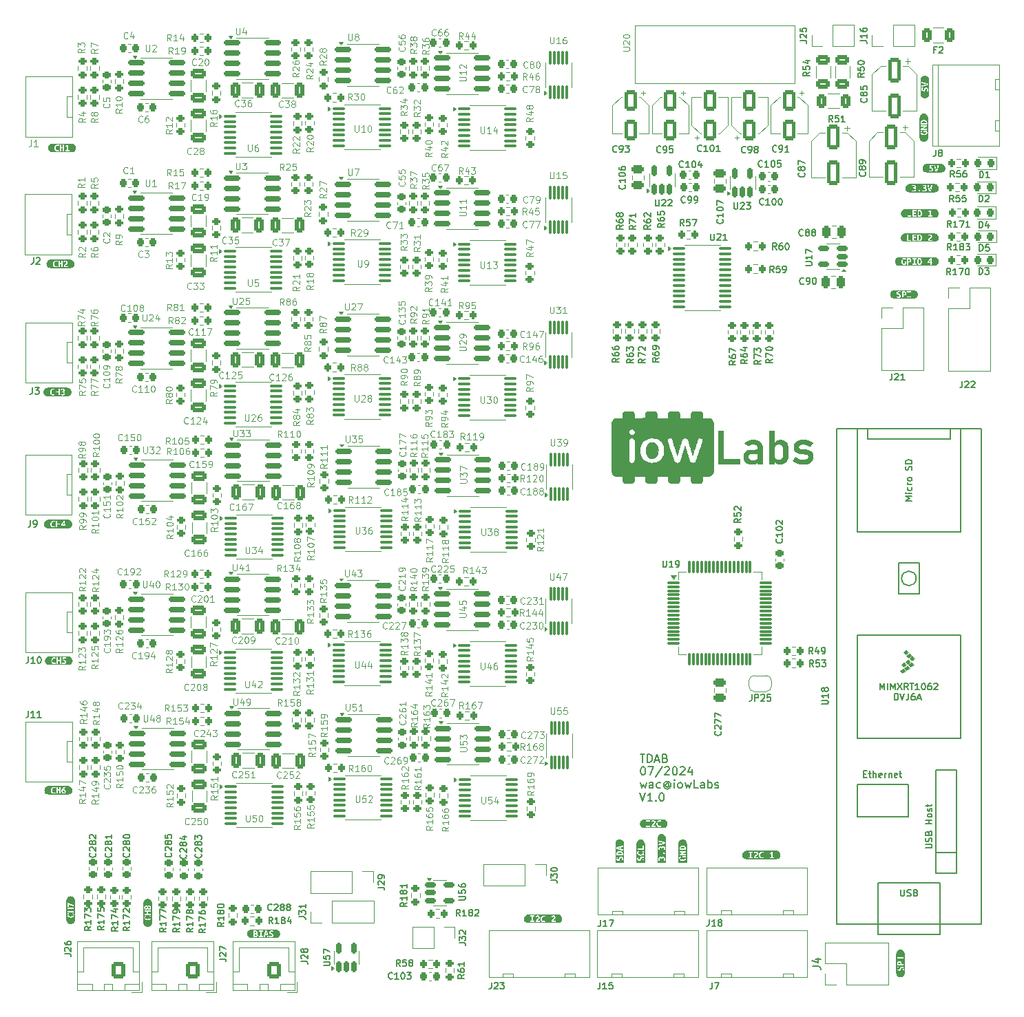
<source format=gto>
G04 #@! TF.GenerationSoftware,KiCad,Pcbnew,8.0.3-8.0.3-0~ubuntu20.04.1*
G04 #@! TF.CreationDate,2024-09-26T03:44:41-03:00*
G04 #@! TF.ProjectId,EEG_board,4545475f-626f-4617-9264-2e6b69636164,rev?*
G04 #@! TF.SameCoordinates,Original*
G04 #@! TF.FileFunction,Legend,Top*
G04 #@! TF.FilePolarity,Positive*
%FSLAX46Y46*%
G04 Gerber Fmt 4.6, Leading zero omitted, Abs format (unit mm)*
G04 Created by KiCad (PCBNEW 8.0.3-8.0.3-0~ubuntu20.04.1) date 2024-09-26 03:44:41*
%MOMM*%
%LPD*%
G01*
G04 APERTURE LIST*
G04 Aperture macros list*
%AMRoundRect*
0 Rectangle with rounded corners*
0 $1 Rounding radius*
0 $2 $3 $4 $5 $6 $7 $8 $9 X,Y pos of 4 corners*
0 Add a 4 corners polygon primitive as box body*
4,1,4,$2,$3,$4,$5,$6,$7,$8,$9,$2,$3,0*
0 Add four circle primitives for the rounded corners*
1,1,$1+$1,$2,$3*
1,1,$1+$1,$4,$5*
1,1,$1+$1,$6,$7*
1,1,$1+$1,$8,$9*
0 Add four rect primitives between the rounded corners*
20,1,$1+$1,$2,$3,$4,$5,0*
20,1,$1+$1,$4,$5,$6,$7,0*
20,1,$1+$1,$6,$7,$8,$9,0*
20,1,$1+$1,$8,$9,$2,$3,0*%
%AMFreePoly0*
4,1,19,0.500000,-0.750000,0.000000,-0.750000,0.000000,-0.744911,-0.071157,-0.744911,-0.207708,-0.704816,-0.327430,-0.627875,-0.420627,-0.520320,-0.479746,-0.390866,-0.500000,-0.250000,-0.500000,0.250000,-0.479746,0.390866,-0.420627,0.520320,-0.327430,0.627875,-0.207708,0.704816,-0.071157,0.744911,0.000000,0.744911,0.000000,0.750000,0.500000,0.750000,0.500000,-0.750000,0.500000,-0.750000,
$1*%
%AMFreePoly1*
4,1,19,0.000000,0.744911,0.071157,0.744911,0.207708,0.704816,0.327430,0.627875,0.420627,0.520320,0.479746,0.390866,0.500000,0.250000,0.500000,-0.250000,0.479746,-0.390866,0.420627,-0.520320,0.327430,-0.627875,0.207708,-0.704816,0.071157,-0.744911,0.000000,-0.744911,0.000000,-0.750000,-0.500000,-0.750000,-0.500000,0.750000,0.000000,0.750000,0.000000,0.744911,0.000000,0.744911,
$1*%
G04 Aperture macros list end*
%ADD10C,0.200000*%
%ADD11C,0.150000*%
%ADD12C,0.100000*%
%ADD13C,0.120000*%
%ADD14C,0.000000*%
%ADD15C,0.010000*%
%ADD16RoundRect,0.200000X-0.275000X0.200000X-0.275000X-0.200000X0.275000X-0.200000X0.275000X0.200000X0*%
%ADD17RoundRect,0.100000X-0.637500X-0.100000X0.637500X-0.100000X0.637500X0.100000X-0.637500X0.100000X0*%
%ADD18RoundRect,0.200000X0.275000X-0.200000X0.275000X0.200000X-0.275000X0.200000X-0.275000X-0.200000X0*%
%ADD19RoundRect,0.200000X-0.200000X-0.275000X0.200000X-0.275000X0.200000X0.275000X-0.200000X0.275000X0*%
%ADD20RoundRect,0.150000X-0.825000X-0.150000X0.825000X-0.150000X0.825000X0.150000X-0.825000X0.150000X0*%
%ADD21RoundRect,0.200000X0.200000X0.275000X-0.200000X0.275000X-0.200000X-0.275000X0.200000X-0.275000X0*%
%ADD22C,1.800000*%
%ADD23RoundRect,0.225000X0.250000X-0.225000X0.250000X0.225000X-0.250000X0.225000X-0.250000X-0.225000X0*%
%ADD24RoundRect,0.225000X-0.225000X-0.250000X0.225000X-0.250000X0.225000X0.250000X-0.225000X0.250000X0*%
%ADD25RoundRect,0.250000X0.600000X0.750000X-0.600000X0.750000X-0.600000X-0.750000X0.600000X-0.750000X0*%
%ADD26O,1.700000X2.000000*%
%ADD27R,1.700000X1.700000*%
%ADD28O,1.700000X1.700000*%
%ADD29RoundRect,0.218750X0.218750X0.256250X-0.218750X0.256250X-0.218750X-0.256250X0.218750X-0.256250X0*%
%ADD30RoundRect,0.250000X-0.650000X0.325000X-0.650000X-0.325000X0.650000X-0.325000X0.650000X0.325000X0*%
%ADD31RoundRect,0.250000X-0.312500X-0.625000X0.312500X-0.625000X0.312500X0.625000X-0.312500X0.625000X0*%
%ADD32RoundRect,0.225000X0.225000X0.250000X-0.225000X0.250000X-0.225000X-0.250000X0.225000X-0.250000X0*%
%ADD33RoundRect,0.250000X-0.550000X1.250000X-0.550000X-1.250000X0.550000X-1.250000X0.550000X1.250000X0*%
%ADD34RoundRect,0.250000X-0.325000X-0.650000X0.325000X-0.650000X0.325000X0.650000X-0.325000X0.650000X0*%
%ADD35FreePoly0,180.000000*%
%ADD36FreePoly1,180.000000*%
%ADD37RoundRect,0.150000X0.150000X-0.512500X0.150000X0.512500X-0.150000X0.512500X-0.150000X-0.512500X0*%
%ADD38RoundRect,0.250000X-0.475000X0.250000X-0.475000X-0.250000X0.475000X-0.250000X0.475000X0.250000X0*%
%ADD39RoundRect,0.250000X-0.550000X1.050000X-0.550000X-1.050000X0.550000X-1.050000X0.550000X1.050000X0*%
%ADD40RoundRect,0.087500X0.087500X-0.725000X0.087500X0.725000X-0.087500X0.725000X-0.087500X-0.725000X0*%
%ADD41R,1.600000X1.600000*%
%ADD42C,1.600000*%
%ADD43R,1.300000X1.300000*%
%ADD44C,1.300000*%
%ADD45RoundRect,0.250000X0.550000X-1.050000X0.550000X1.050000X-0.550000X1.050000X-0.550000X-1.050000X0*%
%ADD46RoundRect,0.150000X-0.512500X-0.150000X0.512500X-0.150000X0.512500X0.150000X-0.512500X0.150000X0*%
%ADD47O,4.000000X2.000000*%
%ADD48RoundRect,0.225000X-0.250000X0.225000X-0.250000X-0.225000X0.250000X-0.225000X0.250000X0.225000X0*%
%ADD49RoundRect,0.250000X-0.625000X0.312500X-0.625000X-0.312500X0.625000X-0.312500X0.625000X0.312500X0*%
%ADD50RoundRect,0.250000X0.250000X0.475000X-0.250000X0.475000X-0.250000X-0.475000X0.250000X-0.475000X0*%
%ADD51RoundRect,0.250000X0.625000X-0.312500X0.625000X0.312500X-0.625000X0.312500X-0.625000X-0.312500X0*%
%ADD52RoundRect,0.075000X-0.662500X-0.075000X0.662500X-0.075000X0.662500X0.075000X-0.662500X0.075000X0*%
%ADD53RoundRect,0.075000X-0.075000X-0.662500X0.075000X-0.662500X0.075000X0.662500X-0.075000X0.662500X0*%
%ADD54RoundRect,0.250000X0.375000X0.625000X-0.375000X0.625000X-0.375000X-0.625000X0.375000X-0.625000X0*%
%ADD55RoundRect,0.250000X-0.250000X-0.475000X0.250000X-0.475000X0.250000X0.475000X-0.250000X0.475000X0*%
%ADD56RoundRect,0.150000X0.512500X0.150000X-0.512500X0.150000X-0.512500X-0.150000X0.512500X-0.150000X0*%
G04 APERTURE END LIST*
D10*
X104756816Y-145957219D02*
X105328244Y-145957219D01*
X105042530Y-146957219D02*
X105042530Y-145957219D01*
X105661578Y-146957219D02*
X105661578Y-145957219D01*
X105661578Y-145957219D02*
X105899673Y-145957219D01*
X105899673Y-145957219D02*
X106042530Y-146004838D01*
X106042530Y-146004838D02*
X106137768Y-146100076D01*
X106137768Y-146100076D02*
X106185387Y-146195314D01*
X106185387Y-146195314D02*
X106233006Y-146385790D01*
X106233006Y-146385790D02*
X106233006Y-146528647D01*
X106233006Y-146528647D02*
X106185387Y-146719123D01*
X106185387Y-146719123D02*
X106137768Y-146814361D01*
X106137768Y-146814361D02*
X106042530Y-146909600D01*
X106042530Y-146909600D02*
X105899673Y-146957219D01*
X105899673Y-146957219D02*
X105661578Y-146957219D01*
X106613959Y-146671504D02*
X107090149Y-146671504D01*
X106518721Y-146957219D02*
X106852054Y-145957219D01*
X106852054Y-145957219D02*
X107185387Y-146957219D01*
X107852054Y-146433409D02*
X107994911Y-146481028D01*
X107994911Y-146481028D02*
X108042530Y-146528647D01*
X108042530Y-146528647D02*
X108090149Y-146623885D01*
X108090149Y-146623885D02*
X108090149Y-146766742D01*
X108090149Y-146766742D02*
X108042530Y-146861980D01*
X108042530Y-146861980D02*
X107994911Y-146909600D01*
X107994911Y-146909600D02*
X107899673Y-146957219D01*
X107899673Y-146957219D02*
X107518721Y-146957219D01*
X107518721Y-146957219D02*
X107518721Y-145957219D01*
X107518721Y-145957219D02*
X107852054Y-145957219D01*
X107852054Y-145957219D02*
X107947292Y-146004838D01*
X107947292Y-146004838D02*
X107994911Y-146052457D01*
X107994911Y-146052457D02*
X108042530Y-146147695D01*
X108042530Y-146147695D02*
X108042530Y-146242933D01*
X108042530Y-146242933D02*
X107994911Y-146338171D01*
X107994911Y-146338171D02*
X107947292Y-146385790D01*
X107947292Y-146385790D02*
X107852054Y-146433409D01*
X107852054Y-146433409D02*
X107518721Y-146433409D01*
D11*
X105057255Y-147499931D02*
X105152493Y-147499931D01*
X105152493Y-147499931D02*
X105247731Y-147547550D01*
X105247731Y-147547550D02*
X105295350Y-147595169D01*
X105295350Y-147595169D02*
X105342969Y-147690407D01*
X105342969Y-147690407D02*
X105390588Y-147880883D01*
X105390588Y-147880883D02*
X105390588Y-148118978D01*
X105390588Y-148118978D02*
X105342969Y-148309454D01*
X105342969Y-148309454D02*
X105295350Y-148404692D01*
X105295350Y-148404692D02*
X105247731Y-148452312D01*
X105247731Y-148452312D02*
X105152493Y-148499931D01*
X105152493Y-148499931D02*
X105057255Y-148499931D01*
X105057255Y-148499931D02*
X104962017Y-148452312D01*
X104962017Y-148452312D02*
X104914398Y-148404692D01*
X104914398Y-148404692D02*
X104866779Y-148309454D01*
X104866779Y-148309454D02*
X104819160Y-148118978D01*
X104819160Y-148118978D02*
X104819160Y-147880883D01*
X104819160Y-147880883D02*
X104866779Y-147690407D01*
X104866779Y-147690407D02*
X104914398Y-147595169D01*
X104914398Y-147595169D02*
X104962017Y-147547550D01*
X104962017Y-147547550D02*
X105057255Y-147499931D01*
X105723922Y-147499931D02*
X106390588Y-147499931D01*
X106390588Y-147499931D02*
X105962017Y-148499931D01*
X107485826Y-147452312D02*
X106628684Y-148738026D01*
X107771541Y-147595169D02*
X107819160Y-147547550D01*
X107819160Y-147547550D02*
X107914398Y-147499931D01*
X107914398Y-147499931D02*
X108152493Y-147499931D01*
X108152493Y-147499931D02*
X108247731Y-147547550D01*
X108247731Y-147547550D02*
X108295350Y-147595169D01*
X108295350Y-147595169D02*
X108342969Y-147690407D01*
X108342969Y-147690407D02*
X108342969Y-147785645D01*
X108342969Y-147785645D02*
X108295350Y-147928502D01*
X108295350Y-147928502D02*
X107723922Y-148499931D01*
X107723922Y-148499931D02*
X108342969Y-148499931D01*
X108962017Y-147499931D02*
X109057255Y-147499931D01*
X109057255Y-147499931D02*
X109152493Y-147547550D01*
X109152493Y-147547550D02*
X109200112Y-147595169D01*
X109200112Y-147595169D02*
X109247731Y-147690407D01*
X109247731Y-147690407D02*
X109295350Y-147880883D01*
X109295350Y-147880883D02*
X109295350Y-148118978D01*
X109295350Y-148118978D02*
X109247731Y-148309454D01*
X109247731Y-148309454D02*
X109200112Y-148404692D01*
X109200112Y-148404692D02*
X109152493Y-148452312D01*
X109152493Y-148452312D02*
X109057255Y-148499931D01*
X109057255Y-148499931D02*
X108962017Y-148499931D01*
X108962017Y-148499931D02*
X108866779Y-148452312D01*
X108866779Y-148452312D02*
X108819160Y-148404692D01*
X108819160Y-148404692D02*
X108771541Y-148309454D01*
X108771541Y-148309454D02*
X108723922Y-148118978D01*
X108723922Y-148118978D02*
X108723922Y-147880883D01*
X108723922Y-147880883D02*
X108771541Y-147690407D01*
X108771541Y-147690407D02*
X108819160Y-147595169D01*
X108819160Y-147595169D02*
X108866779Y-147547550D01*
X108866779Y-147547550D02*
X108962017Y-147499931D01*
X109676303Y-147595169D02*
X109723922Y-147547550D01*
X109723922Y-147547550D02*
X109819160Y-147499931D01*
X109819160Y-147499931D02*
X110057255Y-147499931D01*
X110057255Y-147499931D02*
X110152493Y-147547550D01*
X110152493Y-147547550D02*
X110200112Y-147595169D01*
X110200112Y-147595169D02*
X110247731Y-147690407D01*
X110247731Y-147690407D02*
X110247731Y-147785645D01*
X110247731Y-147785645D02*
X110200112Y-147928502D01*
X110200112Y-147928502D02*
X109628684Y-148499931D01*
X109628684Y-148499931D02*
X110247731Y-148499931D01*
X111104874Y-147833264D02*
X111104874Y-148499931D01*
X110866779Y-147452312D02*
X110628684Y-148166597D01*
X110628684Y-148166597D02*
X111247731Y-148166597D01*
X104771541Y-149443208D02*
X104962017Y-150109875D01*
X104962017Y-150109875D02*
X105152493Y-149633684D01*
X105152493Y-149633684D02*
X105342969Y-150109875D01*
X105342969Y-150109875D02*
X105533445Y-149443208D01*
X106342969Y-150109875D02*
X106342969Y-149586065D01*
X106342969Y-149586065D02*
X106295350Y-149490827D01*
X106295350Y-149490827D02*
X106200112Y-149443208D01*
X106200112Y-149443208D02*
X106009636Y-149443208D01*
X106009636Y-149443208D02*
X105914398Y-149490827D01*
X106342969Y-150062256D02*
X106247731Y-150109875D01*
X106247731Y-150109875D02*
X106009636Y-150109875D01*
X106009636Y-150109875D02*
X105914398Y-150062256D01*
X105914398Y-150062256D02*
X105866779Y-149967017D01*
X105866779Y-149967017D02*
X105866779Y-149871779D01*
X105866779Y-149871779D02*
X105914398Y-149776541D01*
X105914398Y-149776541D02*
X106009636Y-149728922D01*
X106009636Y-149728922D02*
X106247731Y-149728922D01*
X106247731Y-149728922D02*
X106342969Y-149681303D01*
X107247731Y-150062256D02*
X107152493Y-150109875D01*
X107152493Y-150109875D02*
X106962017Y-150109875D01*
X106962017Y-150109875D02*
X106866779Y-150062256D01*
X106866779Y-150062256D02*
X106819160Y-150014636D01*
X106819160Y-150014636D02*
X106771541Y-149919398D01*
X106771541Y-149919398D02*
X106771541Y-149633684D01*
X106771541Y-149633684D02*
X106819160Y-149538446D01*
X106819160Y-149538446D02*
X106866779Y-149490827D01*
X106866779Y-149490827D02*
X106962017Y-149443208D01*
X106962017Y-149443208D02*
X107152493Y-149443208D01*
X107152493Y-149443208D02*
X107247731Y-149490827D01*
X108295350Y-149633684D02*
X108247731Y-149586065D01*
X108247731Y-149586065D02*
X108152493Y-149538446D01*
X108152493Y-149538446D02*
X108057255Y-149538446D01*
X108057255Y-149538446D02*
X107962017Y-149586065D01*
X107962017Y-149586065D02*
X107914398Y-149633684D01*
X107914398Y-149633684D02*
X107866779Y-149728922D01*
X107866779Y-149728922D02*
X107866779Y-149824160D01*
X107866779Y-149824160D02*
X107914398Y-149919398D01*
X107914398Y-149919398D02*
X107962017Y-149967017D01*
X107962017Y-149967017D02*
X108057255Y-150014636D01*
X108057255Y-150014636D02*
X108152493Y-150014636D01*
X108152493Y-150014636D02*
X108247731Y-149967017D01*
X108247731Y-149967017D02*
X108295350Y-149919398D01*
X108295350Y-149538446D02*
X108295350Y-149919398D01*
X108295350Y-149919398D02*
X108342969Y-149967017D01*
X108342969Y-149967017D02*
X108390588Y-149967017D01*
X108390588Y-149967017D02*
X108485827Y-149919398D01*
X108485827Y-149919398D02*
X108533446Y-149824160D01*
X108533446Y-149824160D02*
X108533446Y-149586065D01*
X108533446Y-149586065D02*
X108438208Y-149443208D01*
X108438208Y-149443208D02*
X108295350Y-149347970D01*
X108295350Y-149347970D02*
X108104874Y-149300351D01*
X108104874Y-149300351D02*
X107914398Y-149347970D01*
X107914398Y-149347970D02*
X107771541Y-149443208D01*
X107771541Y-149443208D02*
X107676303Y-149586065D01*
X107676303Y-149586065D02*
X107628684Y-149776541D01*
X107628684Y-149776541D02*
X107676303Y-149967017D01*
X107676303Y-149967017D02*
X107771541Y-150109875D01*
X107771541Y-150109875D02*
X107914398Y-150205113D01*
X107914398Y-150205113D02*
X108104874Y-150252732D01*
X108104874Y-150252732D02*
X108295350Y-150205113D01*
X108295350Y-150205113D02*
X108438208Y-150109875D01*
X108962017Y-150109875D02*
X108962017Y-149443208D01*
X108962017Y-149109875D02*
X108914398Y-149157494D01*
X108914398Y-149157494D02*
X108962017Y-149205113D01*
X108962017Y-149205113D02*
X109009636Y-149157494D01*
X109009636Y-149157494D02*
X108962017Y-149109875D01*
X108962017Y-149109875D02*
X108962017Y-149205113D01*
X109581064Y-150109875D02*
X109485826Y-150062256D01*
X109485826Y-150062256D02*
X109438207Y-150014636D01*
X109438207Y-150014636D02*
X109390588Y-149919398D01*
X109390588Y-149919398D02*
X109390588Y-149633684D01*
X109390588Y-149633684D02*
X109438207Y-149538446D01*
X109438207Y-149538446D02*
X109485826Y-149490827D01*
X109485826Y-149490827D02*
X109581064Y-149443208D01*
X109581064Y-149443208D02*
X109723921Y-149443208D01*
X109723921Y-149443208D02*
X109819159Y-149490827D01*
X109819159Y-149490827D02*
X109866778Y-149538446D01*
X109866778Y-149538446D02*
X109914397Y-149633684D01*
X109914397Y-149633684D02*
X109914397Y-149919398D01*
X109914397Y-149919398D02*
X109866778Y-150014636D01*
X109866778Y-150014636D02*
X109819159Y-150062256D01*
X109819159Y-150062256D02*
X109723921Y-150109875D01*
X109723921Y-150109875D02*
X109581064Y-150109875D01*
X110247731Y-149443208D02*
X110438207Y-150109875D01*
X110438207Y-150109875D02*
X110628683Y-149633684D01*
X110628683Y-149633684D02*
X110819159Y-150109875D01*
X110819159Y-150109875D02*
X111009635Y-149443208D01*
X111866778Y-150109875D02*
X111390588Y-150109875D01*
X111390588Y-150109875D02*
X111390588Y-149109875D01*
X112628683Y-150109875D02*
X112628683Y-149586065D01*
X112628683Y-149586065D02*
X112581064Y-149490827D01*
X112581064Y-149490827D02*
X112485826Y-149443208D01*
X112485826Y-149443208D02*
X112295350Y-149443208D01*
X112295350Y-149443208D02*
X112200112Y-149490827D01*
X112628683Y-150062256D02*
X112533445Y-150109875D01*
X112533445Y-150109875D02*
X112295350Y-150109875D01*
X112295350Y-150109875D02*
X112200112Y-150062256D01*
X112200112Y-150062256D02*
X112152493Y-149967017D01*
X112152493Y-149967017D02*
X112152493Y-149871779D01*
X112152493Y-149871779D02*
X112200112Y-149776541D01*
X112200112Y-149776541D02*
X112295350Y-149728922D01*
X112295350Y-149728922D02*
X112533445Y-149728922D01*
X112533445Y-149728922D02*
X112628683Y-149681303D01*
X113104874Y-150109875D02*
X113104874Y-149109875D01*
X113104874Y-149490827D02*
X113200112Y-149443208D01*
X113200112Y-149443208D02*
X113390588Y-149443208D01*
X113390588Y-149443208D02*
X113485826Y-149490827D01*
X113485826Y-149490827D02*
X113533445Y-149538446D01*
X113533445Y-149538446D02*
X113581064Y-149633684D01*
X113581064Y-149633684D02*
X113581064Y-149919398D01*
X113581064Y-149919398D02*
X113533445Y-150014636D01*
X113533445Y-150014636D02*
X113485826Y-150062256D01*
X113485826Y-150062256D02*
X113390588Y-150109875D01*
X113390588Y-150109875D02*
X113200112Y-150109875D01*
X113200112Y-150109875D02*
X113104874Y-150062256D01*
X113962017Y-150062256D02*
X114057255Y-150109875D01*
X114057255Y-150109875D02*
X114247731Y-150109875D01*
X114247731Y-150109875D02*
X114342969Y-150062256D01*
X114342969Y-150062256D02*
X114390588Y-149967017D01*
X114390588Y-149967017D02*
X114390588Y-149919398D01*
X114390588Y-149919398D02*
X114342969Y-149824160D01*
X114342969Y-149824160D02*
X114247731Y-149776541D01*
X114247731Y-149776541D02*
X114104874Y-149776541D01*
X114104874Y-149776541D02*
X114009636Y-149728922D01*
X114009636Y-149728922D02*
X113962017Y-149633684D01*
X113962017Y-149633684D02*
X113962017Y-149586065D01*
X113962017Y-149586065D02*
X114009636Y-149490827D01*
X114009636Y-149490827D02*
X114104874Y-149443208D01*
X114104874Y-149443208D02*
X114247731Y-149443208D01*
X114247731Y-149443208D02*
X114342969Y-149490827D01*
X104723922Y-150719819D02*
X105057255Y-151719819D01*
X105057255Y-151719819D02*
X105390588Y-150719819D01*
X106247731Y-151719819D02*
X105676303Y-151719819D01*
X105962017Y-151719819D02*
X105962017Y-150719819D01*
X105962017Y-150719819D02*
X105866779Y-150862676D01*
X105866779Y-150862676D02*
X105771541Y-150957914D01*
X105771541Y-150957914D02*
X105676303Y-151005533D01*
X106676303Y-151624580D02*
X106723922Y-151672200D01*
X106723922Y-151672200D02*
X106676303Y-151719819D01*
X106676303Y-151719819D02*
X106628684Y-151672200D01*
X106628684Y-151672200D02*
X106676303Y-151624580D01*
X106676303Y-151624580D02*
X106676303Y-151719819D01*
X107342969Y-150719819D02*
X107438207Y-150719819D01*
X107438207Y-150719819D02*
X107533445Y-150767438D01*
X107533445Y-150767438D02*
X107581064Y-150815057D01*
X107581064Y-150815057D02*
X107628683Y-150910295D01*
X107628683Y-150910295D02*
X107676302Y-151100771D01*
X107676302Y-151100771D02*
X107676302Y-151338866D01*
X107676302Y-151338866D02*
X107628683Y-151529342D01*
X107628683Y-151529342D02*
X107581064Y-151624580D01*
X107581064Y-151624580D02*
X107533445Y-151672200D01*
X107533445Y-151672200D02*
X107438207Y-151719819D01*
X107438207Y-151719819D02*
X107342969Y-151719819D01*
X107342969Y-151719819D02*
X107247731Y-151672200D01*
X107247731Y-151672200D02*
X107200112Y-151624580D01*
X107200112Y-151624580D02*
X107152493Y-151529342D01*
X107152493Y-151529342D02*
X107104874Y-151338866D01*
X107104874Y-151338866D02*
X107104874Y-151100771D01*
X107104874Y-151100771D02*
X107152493Y-150910295D01*
X107152493Y-150910295D02*
X107200112Y-150815057D01*
X107200112Y-150815057D02*
X107247731Y-150767438D01*
X107247731Y-150767438D02*
X107342969Y-150719819D01*
D12*
X41034895Y-82778332D02*
X40653942Y-83044999D01*
X41034895Y-83235475D02*
X40234895Y-83235475D01*
X40234895Y-83235475D02*
X40234895Y-82930713D01*
X40234895Y-82930713D02*
X40272990Y-82854523D01*
X40272990Y-82854523D02*
X40311085Y-82816428D01*
X40311085Y-82816428D02*
X40387276Y-82778332D01*
X40387276Y-82778332D02*
X40501561Y-82778332D01*
X40501561Y-82778332D02*
X40577752Y-82816428D01*
X40577752Y-82816428D02*
X40615847Y-82854523D01*
X40615847Y-82854523D02*
X40653942Y-82930713D01*
X40653942Y-82930713D02*
X40653942Y-83235475D01*
X41034895Y-82397380D02*
X41034895Y-82244999D01*
X41034895Y-82244999D02*
X40996800Y-82168809D01*
X40996800Y-82168809D02*
X40958704Y-82130713D01*
X40958704Y-82130713D02*
X40844419Y-82054523D01*
X40844419Y-82054523D02*
X40692038Y-82016428D01*
X40692038Y-82016428D02*
X40387276Y-82016428D01*
X40387276Y-82016428D02*
X40311085Y-82054523D01*
X40311085Y-82054523D02*
X40272990Y-82092618D01*
X40272990Y-82092618D02*
X40234895Y-82168809D01*
X40234895Y-82168809D02*
X40234895Y-82321190D01*
X40234895Y-82321190D02*
X40272990Y-82397380D01*
X40272990Y-82397380D02*
X40311085Y-82435475D01*
X40311085Y-82435475D02*
X40387276Y-82473571D01*
X40387276Y-82473571D02*
X40577752Y-82473571D01*
X40577752Y-82473571D02*
X40653942Y-82435475D01*
X40653942Y-82435475D02*
X40692038Y-82397380D01*
X40692038Y-82397380D02*
X40730133Y-82321190D01*
X40730133Y-82321190D02*
X40730133Y-82168809D01*
X40730133Y-82168809D02*
X40692038Y-82092618D01*
X40692038Y-82092618D02*
X40653942Y-82054523D01*
X40653942Y-82054523D02*
X40577752Y-82016428D01*
X85237452Y-118204895D02*
X85237452Y-118852514D01*
X85237452Y-118852514D02*
X85275547Y-118928704D01*
X85275547Y-118928704D02*
X85313642Y-118966800D01*
X85313642Y-118966800D02*
X85389833Y-119004895D01*
X85389833Y-119004895D02*
X85542214Y-119004895D01*
X85542214Y-119004895D02*
X85618404Y-118966800D01*
X85618404Y-118966800D02*
X85656499Y-118928704D01*
X85656499Y-118928704D02*
X85694595Y-118852514D01*
X85694595Y-118852514D02*
X85694595Y-118204895D01*
X85999356Y-118204895D02*
X86494594Y-118204895D01*
X86494594Y-118204895D02*
X86227928Y-118509657D01*
X86227928Y-118509657D02*
X86342213Y-118509657D01*
X86342213Y-118509657D02*
X86418404Y-118547752D01*
X86418404Y-118547752D02*
X86456499Y-118585847D01*
X86456499Y-118585847D02*
X86494594Y-118662038D01*
X86494594Y-118662038D02*
X86494594Y-118852514D01*
X86494594Y-118852514D02*
X86456499Y-118928704D01*
X86456499Y-118928704D02*
X86418404Y-118966800D01*
X86418404Y-118966800D02*
X86342213Y-119004895D01*
X86342213Y-119004895D02*
X86113642Y-119004895D01*
X86113642Y-119004895D02*
X86037451Y-118966800D01*
X86037451Y-118966800D02*
X85999356Y-118928704D01*
X86951737Y-118547752D02*
X86875547Y-118509657D01*
X86875547Y-118509657D02*
X86837452Y-118471561D01*
X86837452Y-118471561D02*
X86799356Y-118395371D01*
X86799356Y-118395371D02*
X86799356Y-118357276D01*
X86799356Y-118357276D02*
X86837452Y-118281085D01*
X86837452Y-118281085D02*
X86875547Y-118242990D01*
X86875547Y-118242990D02*
X86951737Y-118204895D01*
X86951737Y-118204895D02*
X87104118Y-118204895D01*
X87104118Y-118204895D02*
X87180309Y-118242990D01*
X87180309Y-118242990D02*
X87218404Y-118281085D01*
X87218404Y-118281085D02*
X87256499Y-118357276D01*
X87256499Y-118357276D02*
X87256499Y-118395371D01*
X87256499Y-118395371D02*
X87218404Y-118471561D01*
X87218404Y-118471561D02*
X87180309Y-118509657D01*
X87180309Y-118509657D02*
X87104118Y-118547752D01*
X87104118Y-118547752D02*
X86951737Y-118547752D01*
X86951737Y-118547752D02*
X86875547Y-118585847D01*
X86875547Y-118585847D02*
X86837452Y-118623942D01*
X86837452Y-118623942D02*
X86799356Y-118700133D01*
X86799356Y-118700133D02*
X86799356Y-118852514D01*
X86799356Y-118852514D02*
X86837452Y-118928704D01*
X86837452Y-118928704D02*
X86875547Y-118966800D01*
X86875547Y-118966800D02*
X86951737Y-119004895D01*
X86951737Y-119004895D02*
X87104118Y-119004895D01*
X87104118Y-119004895D02*
X87180309Y-118966800D01*
X87180309Y-118966800D02*
X87218404Y-118928704D01*
X87218404Y-118928704D02*
X87256499Y-118852514D01*
X87256499Y-118852514D02*
X87256499Y-118700133D01*
X87256499Y-118700133D02*
X87218404Y-118623942D01*
X87218404Y-118623942D02*
X87180309Y-118585847D01*
X87180309Y-118585847D02*
X87104118Y-118547752D01*
X38041359Y-101268107D02*
X37660406Y-101534774D01*
X38041359Y-101725250D02*
X37241359Y-101725250D01*
X37241359Y-101725250D02*
X37241359Y-101420488D01*
X37241359Y-101420488D02*
X37279454Y-101344298D01*
X37279454Y-101344298D02*
X37317549Y-101306203D01*
X37317549Y-101306203D02*
X37393740Y-101268107D01*
X37393740Y-101268107D02*
X37508025Y-101268107D01*
X37508025Y-101268107D02*
X37584216Y-101306203D01*
X37584216Y-101306203D02*
X37622311Y-101344298D01*
X37622311Y-101344298D02*
X37660406Y-101420488D01*
X37660406Y-101420488D02*
X37660406Y-101725250D01*
X37241359Y-101001441D02*
X37241359Y-100468107D01*
X37241359Y-100468107D02*
X38041359Y-100810965D01*
X37241359Y-100239536D02*
X37241359Y-99706202D01*
X37241359Y-99706202D02*
X38041359Y-100049060D01*
X69349762Y-131544895D02*
X69083095Y-131163942D01*
X68892619Y-131544895D02*
X68892619Y-130744895D01*
X68892619Y-130744895D02*
X69197381Y-130744895D01*
X69197381Y-130744895D02*
X69273571Y-130782990D01*
X69273571Y-130782990D02*
X69311666Y-130821085D01*
X69311666Y-130821085D02*
X69349762Y-130897276D01*
X69349762Y-130897276D02*
X69349762Y-131011561D01*
X69349762Y-131011561D02*
X69311666Y-131087752D01*
X69311666Y-131087752D02*
X69273571Y-131125847D01*
X69273571Y-131125847D02*
X69197381Y-131163942D01*
X69197381Y-131163942D02*
X68892619Y-131163942D01*
X70111666Y-131544895D02*
X69654523Y-131544895D01*
X69883095Y-131544895D02*
X69883095Y-130744895D01*
X69883095Y-130744895D02*
X69806904Y-130859180D01*
X69806904Y-130859180D02*
X69730714Y-130935371D01*
X69730714Y-130935371D02*
X69654523Y-130973466D01*
X70378333Y-130744895D02*
X70873571Y-130744895D01*
X70873571Y-130744895D02*
X70606905Y-131049657D01*
X70606905Y-131049657D02*
X70721190Y-131049657D01*
X70721190Y-131049657D02*
X70797381Y-131087752D01*
X70797381Y-131087752D02*
X70835476Y-131125847D01*
X70835476Y-131125847D02*
X70873571Y-131202038D01*
X70873571Y-131202038D02*
X70873571Y-131392514D01*
X70873571Y-131392514D02*
X70835476Y-131468704D01*
X70835476Y-131468704D02*
X70797381Y-131506800D01*
X70797381Y-131506800D02*
X70721190Y-131544895D01*
X70721190Y-131544895D02*
X70492619Y-131544895D01*
X70492619Y-131544895D02*
X70416428Y-131506800D01*
X70416428Y-131506800D02*
X70378333Y-131468704D01*
X71559286Y-130744895D02*
X71406905Y-130744895D01*
X71406905Y-130744895D02*
X71330714Y-130782990D01*
X71330714Y-130782990D02*
X71292619Y-130821085D01*
X71292619Y-130821085D02*
X71216429Y-130935371D01*
X71216429Y-130935371D02*
X71178333Y-131087752D01*
X71178333Y-131087752D02*
X71178333Y-131392514D01*
X71178333Y-131392514D02*
X71216429Y-131468704D01*
X71216429Y-131468704D02*
X71254524Y-131506800D01*
X71254524Y-131506800D02*
X71330714Y-131544895D01*
X71330714Y-131544895D02*
X71483095Y-131544895D01*
X71483095Y-131544895D02*
X71559286Y-131506800D01*
X71559286Y-131506800D02*
X71597381Y-131468704D01*
X71597381Y-131468704D02*
X71635476Y-131392514D01*
X71635476Y-131392514D02*
X71635476Y-131202038D01*
X71635476Y-131202038D02*
X71597381Y-131125847D01*
X71597381Y-131125847D02*
X71559286Y-131087752D01*
X71559286Y-131087752D02*
X71483095Y-131049657D01*
X71483095Y-131049657D02*
X71330714Y-131049657D01*
X71330714Y-131049657D02*
X71254524Y-131087752D01*
X71254524Y-131087752D02*
X71216429Y-131125847D01*
X71216429Y-131125847D02*
X71178333Y-131202038D01*
D11*
X76074795Y-164205237D02*
X75693842Y-164471904D01*
X76074795Y-164662380D02*
X75274795Y-164662380D01*
X75274795Y-164662380D02*
X75274795Y-164357618D01*
X75274795Y-164357618D02*
X75312890Y-164281428D01*
X75312890Y-164281428D02*
X75350985Y-164243333D01*
X75350985Y-164243333D02*
X75427176Y-164205237D01*
X75427176Y-164205237D02*
X75541461Y-164205237D01*
X75541461Y-164205237D02*
X75617652Y-164243333D01*
X75617652Y-164243333D02*
X75655747Y-164281428D01*
X75655747Y-164281428D02*
X75693842Y-164357618D01*
X75693842Y-164357618D02*
X75693842Y-164662380D01*
X76074795Y-163443333D02*
X76074795Y-163900476D01*
X76074795Y-163671904D02*
X75274795Y-163671904D01*
X75274795Y-163671904D02*
X75389080Y-163748095D01*
X75389080Y-163748095D02*
X75465271Y-163824285D01*
X75465271Y-163824285D02*
X75503366Y-163900476D01*
X75617652Y-162986190D02*
X75579557Y-163062380D01*
X75579557Y-163062380D02*
X75541461Y-163100475D01*
X75541461Y-163100475D02*
X75465271Y-163138571D01*
X75465271Y-163138571D02*
X75427176Y-163138571D01*
X75427176Y-163138571D02*
X75350985Y-163100475D01*
X75350985Y-163100475D02*
X75312890Y-163062380D01*
X75312890Y-163062380D02*
X75274795Y-162986190D01*
X75274795Y-162986190D02*
X75274795Y-162833809D01*
X75274795Y-162833809D02*
X75312890Y-162757618D01*
X75312890Y-162757618D02*
X75350985Y-162719523D01*
X75350985Y-162719523D02*
X75427176Y-162681428D01*
X75427176Y-162681428D02*
X75465271Y-162681428D01*
X75465271Y-162681428D02*
X75541461Y-162719523D01*
X75541461Y-162719523D02*
X75579557Y-162757618D01*
X75579557Y-162757618D02*
X75617652Y-162833809D01*
X75617652Y-162833809D02*
X75617652Y-162986190D01*
X75617652Y-162986190D02*
X75655747Y-163062380D01*
X75655747Y-163062380D02*
X75693842Y-163100475D01*
X75693842Y-163100475D02*
X75770033Y-163138571D01*
X75770033Y-163138571D02*
X75922414Y-163138571D01*
X75922414Y-163138571D02*
X75998604Y-163100475D01*
X75998604Y-163100475D02*
X76036700Y-163062380D01*
X76036700Y-163062380D02*
X76074795Y-162986190D01*
X76074795Y-162986190D02*
X76074795Y-162833809D01*
X76074795Y-162833809D02*
X76036700Y-162757618D01*
X76036700Y-162757618D02*
X75998604Y-162719523D01*
X75998604Y-162719523D02*
X75922414Y-162681428D01*
X75922414Y-162681428D02*
X75770033Y-162681428D01*
X75770033Y-162681428D02*
X75693842Y-162719523D01*
X75693842Y-162719523D02*
X75655747Y-162757618D01*
X75655747Y-162757618D02*
X75617652Y-162833809D01*
X76074795Y-161919523D02*
X76074795Y-162376666D01*
X76074795Y-162148094D02*
X75274795Y-162148094D01*
X75274795Y-162148094D02*
X75389080Y-162224285D01*
X75389080Y-162224285D02*
X75465271Y-162300475D01*
X75465271Y-162300475D02*
X75503366Y-162376666D01*
D12*
X43629524Y-124634895D02*
X43629524Y-125282514D01*
X43629524Y-125282514D02*
X43667619Y-125358704D01*
X43667619Y-125358704D02*
X43705714Y-125396800D01*
X43705714Y-125396800D02*
X43781905Y-125434895D01*
X43781905Y-125434895D02*
X43934286Y-125434895D01*
X43934286Y-125434895D02*
X44010476Y-125396800D01*
X44010476Y-125396800D02*
X44048571Y-125358704D01*
X44048571Y-125358704D02*
X44086667Y-125282514D01*
X44086667Y-125282514D02*
X44086667Y-124634895D01*
X44810476Y-124901561D02*
X44810476Y-125434895D01*
X44620000Y-124596800D02*
X44429523Y-125168228D01*
X44429523Y-125168228D02*
X44924762Y-125168228D01*
X45381905Y-124634895D02*
X45458095Y-124634895D01*
X45458095Y-124634895D02*
X45534286Y-124672990D01*
X45534286Y-124672990D02*
X45572381Y-124711085D01*
X45572381Y-124711085D02*
X45610476Y-124787276D01*
X45610476Y-124787276D02*
X45648571Y-124939657D01*
X45648571Y-124939657D02*
X45648571Y-125130133D01*
X45648571Y-125130133D02*
X45610476Y-125282514D01*
X45610476Y-125282514D02*
X45572381Y-125358704D01*
X45572381Y-125358704D02*
X45534286Y-125396800D01*
X45534286Y-125396800D02*
X45458095Y-125434895D01*
X45458095Y-125434895D02*
X45381905Y-125434895D01*
X45381905Y-125434895D02*
X45305714Y-125396800D01*
X45305714Y-125396800D02*
X45267619Y-125358704D01*
X45267619Y-125358704D02*
X45229524Y-125282514D01*
X45229524Y-125282514D02*
X45191428Y-125130133D01*
X45191428Y-125130133D02*
X45191428Y-124939657D01*
X45191428Y-124939657D02*
X45229524Y-124787276D01*
X45229524Y-124787276D02*
X45267619Y-124711085D01*
X45267619Y-124711085D02*
X45305714Y-124672990D01*
X45305714Y-124672990D02*
X45381905Y-124634895D01*
X36564895Y-125375237D02*
X36183942Y-125641904D01*
X36564895Y-125832380D02*
X35764895Y-125832380D01*
X35764895Y-125832380D02*
X35764895Y-125527618D01*
X35764895Y-125527618D02*
X35802990Y-125451428D01*
X35802990Y-125451428D02*
X35841085Y-125413333D01*
X35841085Y-125413333D02*
X35917276Y-125375237D01*
X35917276Y-125375237D02*
X36031561Y-125375237D01*
X36031561Y-125375237D02*
X36107752Y-125413333D01*
X36107752Y-125413333D02*
X36145847Y-125451428D01*
X36145847Y-125451428D02*
X36183942Y-125527618D01*
X36183942Y-125527618D02*
X36183942Y-125832380D01*
X36564895Y-124613333D02*
X36564895Y-125070476D01*
X36564895Y-124841904D02*
X35764895Y-124841904D01*
X35764895Y-124841904D02*
X35879180Y-124918095D01*
X35879180Y-124918095D02*
X35955371Y-124994285D01*
X35955371Y-124994285D02*
X35993466Y-125070476D01*
X35841085Y-124308571D02*
X35802990Y-124270475D01*
X35802990Y-124270475D02*
X35764895Y-124194285D01*
X35764895Y-124194285D02*
X35764895Y-124003809D01*
X35764895Y-124003809D02*
X35802990Y-123927618D01*
X35802990Y-123927618D02*
X35841085Y-123889523D01*
X35841085Y-123889523D02*
X35917276Y-123851428D01*
X35917276Y-123851428D02*
X35993466Y-123851428D01*
X35993466Y-123851428D02*
X36107752Y-123889523D01*
X36107752Y-123889523D02*
X36564895Y-124346666D01*
X36564895Y-124346666D02*
X36564895Y-123851428D01*
X35841085Y-123546666D02*
X35802990Y-123508570D01*
X35802990Y-123508570D02*
X35764895Y-123432380D01*
X35764895Y-123432380D02*
X35764895Y-123241904D01*
X35764895Y-123241904D02*
X35802990Y-123165713D01*
X35802990Y-123165713D02*
X35841085Y-123127618D01*
X35841085Y-123127618D02*
X35917276Y-123089523D01*
X35917276Y-123089523D02*
X35993466Y-123089523D01*
X35993466Y-123089523D02*
X36107752Y-123127618D01*
X36107752Y-123127618D02*
X36564895Y-123584761D01*
X36564895Y-123584761D02*
X36564895Y-123089523D01*
X36434895Y-75753332D02*
X36053942Y-76019999D01*
X36434895Y-76210475D02*
X35634895Y-76210475D01*
X35634895Y-76210475D02*
X35634895Y-75905713D01*
X35634895Y-75905713D02*
X35672990Y-75829523D01*
X35672990Y-75829523D02*
X35711085Y-75791428D01*
X35711085Y-75791428D02*
X35787276Y-75753332D01*
X35787276Y-75753332D02*
X35901561Y-75753332D01*
X35901561Y-75753332D02*
X35977752Y-75791428D01*
X35977752Y-75791428D02*
X36015847Y-75829523D01*
X36015847Y-75829523D02*
X36053942Y-75905713D01*
X36053942Y-75905713D02*
X36053942Y-76210475D01*
X36434895Y-74991428D02*
X36434895Y-75448571D01*
X36434895Y-75219999D02*
X35634895Y-75219999D01*
X35634895Y-75219999D02*
X35749180Y-75296190D01*
X35749180Y-75296190D02*
X35825371Y-75372380D01*
X35825371Y-75372380D02*
X35863466Y-75448571D01*
X79131359Y-105103107D02*
X78750406Y-105369774D01*
X79131359Y-105560250D02*
X78331359Y-105560250D01*
X78331359Y-105560250D02*
X78331359Y-105255488D01*
X78331359Y-105255488D02*
X78369454Y-105179298D01*
X78369454Y-105179298D02*
X78407549Y-105141203D01*
X78407549Y-105141203D02*
X78483740Y-105103107D01*
X78483740Y-105103107D02*
X78598025Y-105103107D01*
X78598025Y-105103107D02*
X78674216Y-105141203D01*
X78674216Y-105141203D02*
X78712311Y-105179298D01*
X78712311Y-105179298D02*
X78750406Y-105255488D01*
X78750406Y-105255488D02*
X78750406Y-105560250D01*
X79131359Y-104722155D02*
X79131359Y-104569774D01*
X79131359Y-104569774D02*
X79093264Y-104493584D01*
X79093264Y-104493584D02*
X79055168Y-104455488D01*
X79055168Y-104455488D02*
X78940883Y-104379298D01*
X78940883Y-104379298D02*
X78788502Y-104341203D01*
X78788502Y-104341203D02*
X78483740Y-104341203D01*
X78483740Y-104341203D02*
X78407549Y-104379298D01*
X78407549Y-104379298D02*
X78369454Y-104417393D01*
X78369454Y-104417393D02*
X78331359Y-104493584D01*
X78331359Y-104493584D02*
X78331359Y-104645965D01*
X78331359Y-104645965D02*
X78369454Y-104722155D01*
X78369454Y-104722155D02*
X78407549Y-104760250D01*
X78407549Y-104760250D02*
X78483740Y-104798346D01*
X78483740Y-104798346D02*
X78674216Y-104798346D01*
X78674216Y-104798346D02*
X78750406Y-104760250D01*
X78750406Y-104760250D02*
X78788502Y-104722155D01*
X78788502Y-104722155D02*
X78826597Y-104645965D01*
X78826597Y-104645965D02*
X78826597Y-104493584D01*
X78826597Y-104493584D02*
X78788502Y-104417393D01*
X78788502Y-104417393D02*
X78750406Y-104379298D01*
X78750406Y-104379298D02*
X78674216Y-104341203D01*
X78331359Y-104074536D02*
X78331359Y-103579298D01*
X78331359Y-103579298D02*
X78636121Y-103845964D01*
X78636121Y-103845964D02*
X78636121Y-103731679D01*
X78636121Y-103731679D02*
X78674216Y-103655488D01*
X78674216Y-103655488D02*
X78712311Y-103617393D01*
X78712311Y-103617393D02*
X78788502Y-103579298D01*
X78788502Y-103579298D02*
X78978978Y-103579298D01*
X78978978Y-103579298D02*
X79055168Y-103617393D01*
X79055168Y-103617393D02*
X79093264Y-103655488D01*
X79093264Y-103655488D02*
X79131359Y-103731679D01*
X79131359Y-103731679D02*
X79131359Y-103960250D01*
X79131359Y-103960250D02*
X79093264Y-104036441D01*
X79093264Y-104036441D02*
X79055168Y-104074536D01*
X47004762Y-142254895D02*
X46738095Y-141873942D01*
X46547619Y-142254895D02*
X46547619Y-141454895D01*
X46547619Y-141454895D02*
X46852381Y-141454895D01*
X46852381Y-141454895D02*
X46928571Y-141492990D01*
X46928571Y-141492990D02*
X46966666Y-141531085D01*
X46966666Y-141531085D02*
X47004762Y-141607276D01*
X47004762Y-141607276D02*
X47004762Y-141721561D01*
X47004762Y-141721561D02*
X46966666Y-141797752D01*
X46966666Y-141797752D02*
X46928571Y-141835847D01*
X46928571Y-141835847D02*
X46852381Y-141873942D01*
X46852381Y-141873942D02*
X46547619Y-141873942D01*
X47766666Y-142254895D02*
X47309523Y-142254895D01*
X47538095Y-142254895D02*
X47538095Y-141454895D01*
X47538095Y-141454895D02*
X47461904Y-141569180D01*
X47461904Y-141569180D02*
X47385714Y-141645371D01*
X47385714Y-141645371D02*
X47309523Y-141683466D01*
X48490476Y-141454895D02*
X48109524Y-141454895D01*
X48109524Y-141454895D02*
X48071428Y-141835847D01*
X48071428Y-141835847D02*
X48109524Y-141797752D01*
X48109524Y-141797752D02*
X48185714Y-141759657D01*
X48185714Y-141759657D02*
X48376190Y-141759657D01*
X48376190Y-141759657D02*
X48452381Y-141797752D01*
X48452381Y-141797752D02*
X48490476Y-141835847D01*
X48490476Y-141835847D02*
X48528571Y-141912038D01*
X48528571Y-141912038D02*
X48528571Y-142102514D01*
X48528571Y-142102514D02*
X48490476Y-142178704D01*
X48490476Y-142178704D02*
X48452381Y-142216800D01*
X48452381Y-142216800D02*
X48376190Y-142254895D01*
X48376190Y-142254895D02*
X48185714Y-142254895D01*
X48185714Y-142254895D02*
X48109524Y-142216800D01*
X48109524Y-142216800D02*
X48071428Y-142178704D01*
X49214286Y-141721561D02*
X49214286Y-142254895D01*
X49023810Y-141416800D02*
X48833333Y-141988228D01*
X48833333Y-141988228D02*
X49328572Y-141988228D01*
X102644895Y-59395475D02*
X103292514Y-59395475D01*
X103292514Y-59395475D02*
X103368704Y-59357380D01*
X103368704Y-59357380D02*
X103406800Y-59319285D01*
X103406800Y-59319285D02*
X103444895Y-59243094D01*
X103444895Y-59243094D02*
X103444895Y-59090713D01*
X103444895Y-59090713D02*
X103406800Y-59014523D01*
X103406800Y-59014523D02*
X103368704Y-58976428D01*
X103368704Y-58976428D02*
X103292514Y-58938332D01*
X103292514Y-58938332D02*
X102644895Y-58938332D01*
X102721085Y-58595476D02*
X102682990Y-58557380D01*
X102682990Y-58557380D02*
X102644895Y-58481190D01*
X102644895Y-58481190D02*
X102644895Y-58290714D01*
X102644895Y-58290714D02*
X102682990Y-58214523D01*
X102682990Y-58214523D02*
X102721085Y-58176428D01*
X102721085Y-58176428D02*
X102797276Y-58138333D01*
X102797276Y-58138333D02*
X102873466Y-58138333D01*
X102873466Y-58138333D02*
X102987752Y-58176428D01*
X102987752Y-58176428D02*
X103444895Y-58633571D01*
X103444895Y-58633571D02*
X103444895Y-58138333D01*
X102644895Y-57643094D02*
X102644895Y-57566904D01*
X102644895Y-57566904D02*
X102682990Y-57490713D01*
X102682990Y-57490713D02*
X102721085Y-57452618D01*
X102721085Y-57452618D02*
X102797276Y-57414523D01*
X102797276Y-57414523D02*
X102949657Y-57376428D01*
X102949657Y-57376428D02*
X103140133Y-57376428D01*
X103140133Y-57376428D02*
X103292514Y-57414523D01*
X103292514Y-57414523D02*
X103368704Y-57452618D01*
X103368704Y-57452618D02*
X103406800Y-57490713D01*
X103406800Y-57490713D02*
X103444895Y-57566904D01*
X103444895Y-57566904D02*
X103444895Y-57643094D01*
X103444895Y-57643094D02*
X103406800Y-57719285D01*
X103406800Y-57719285D02*
X103368704Y-57757380D01*
X103368704Y-57757380D02*
X103292514Y-57795475D01*
X103292514Y-57795475D02*
X103140133Y-57833571D01*
X103140133Y-57833571D02*
X102949657Y-57833571D01*
X102949657Y-57833571D02*
X102797276Y-57795475D01*
X102797276Y-57795475D02*
X102721085Y-57757380D01*
X102721085Y-57757380D02*
X102682990Y-57719285D01*
X102682990Y-57719285D02*
X102644895Y-57643094D01*
D11*
X110145714Y-80942295D02*
X109879047Y-80561342D01*
X109688571Y-80942295D02*
X109688571Y-80142295D01*
X109688571Y-80142295D02*
X109993333Y-80142295D01*
X109993333Y-80142295D02*
X110069523Y-80180390D01*
X110069523Y-80180390D02*
X110107618Y-80218485D01*
X110107618Y-80218485D02*
X110145714Y-80294676D01*
X110145714Y-80294676D02*
X110145714Y-80408961D01*
X110145714Y-80408961D02*
X110107618Y-80485152D01*
X110107618Y-80485152D02*
X110069523Y-80523247D01*
X110069523Y-80523247D02*
X109993333Y-80561342D01*
X109993333Y-80561342D02*
X109688571Y-80561342D01*
X110869523Y-80142295D02*
X110488571Y-80142295D01*
X110488571Y-80142295D02*
X110450475Y-80523247D01*
X110450475Y-80523247D02*
X110488571Y-80485152D01*
X110488571Y-80485152D02*
X110564761Y-80447057D01*
X110564761Y-80447057D02*
X110755237Y-80447057D01*
X110755237Y-80447057D02*
X110831428Y-80485152D01*
X110831428Y-80485152D02*
X110869523Y-80523247D01*
X110869523Y-80523247D02*
X110907618Y-80599438D01*
X110907618Y-80599438D02*
X110907618Y-80789914D01*
X110907618Y-80789914D02*
X110869523Y-80866104D01*
X110869523Y-80866104D02*
X110831428Y-80904200D01*
X110831428Y-80904200D02*
X110755237Y-80942295D01*
X110755237Y-80942295D02*
X110564761Y-80942295D01*
X110564761Y-80942295D02*
X110488571Y-80904200D01*
X110488571Y-80904200D02*
X110450475Y-80866104D01*
X111174285Y-80142295D02*
X111707619Y-80142295D01*
X111707619Y-80142295D02*
X111364761Y-80942295D01*
D12*
X68485988Y-90493717D02*
X68485988Y-91141336D01*
X68485988Y-91141336D02*
X68524083Y-91217526D01*
X68524083Y-91217526D02*
X68562178Y-91255622D01*
X68562178Y-91255622D02*
X68638369Y-91293717D01*
X68638369Y-91293717D02*
X68790750Y-91293717D01*
X68790750Y-91293717D02*
X68866940Y-91255622D01*
X68866940Y-91255622D02*
X68905035Y-91217526D01*
X68905035Y-91217526D02*
X68943131Y-91141336D01*
X68943131Y-91141336D02*
X68943131Y-90493717D01*
X69285987Y-90569907D02*
X69324083Y-90531812D01*
X69324083Y-90531812D02*
X69400273Y-90493717D01*
X69400273Y-90493717D02*
X69590749Y-90493717D01*
X69590749Y-90493717D02*
X69666940Y-90531812D01*
X69666940Y-90531812D02*
X69705035Y-90569907D01*
X69705035Y-90569907D02*
X69743130Y-90646098D01*
X69743130Y-90646098D02*
X69743130Y-90722288D01*
X69743130Y-90722288D02*
X69705035Y-90836574D01*
X69705035Y-90836574D02*
X69247892Y-91293717D01*
X69247892Y-91293717D02*
X69743130Y-91293717D01*
X70009797Y-90493717D02*
X70543131Y-90493717D01*
X70543131Y-90493717D02*
X70200273Y-91293717D01*
D11*
X39706104Y-158145237D02*
X39744200Y-158183333D01*
X39744200Y-158183333D02*
X39782295Y-158297618D01*
X39782295Y-158297618D02*
X39782295Y-158373809D01*
X39782295Y-158373809D02*
X39744200Y-158488095D01*
X39744200Y-158488095D02*
X39668009Y-158564285D01*
X39668009Y-158564285D02*
X39591819Y-158602380D01*
X39591819Y-158602380D02*
X39439438Y-158640476D01*
X39439438Y-158640476D02*
X39325152Y-158640476D01*
X39325152Y-158640476D02*
X39172771Y-158602380D01*
X39172771Y-158602380D02*
X39096580Y-158564285D01*
X39096580Y-158564285D02*
X39020390Y-158488095D01*
X39020390Y-158488095D02*
X38982295Y-158373809D01*
X38982295Y-158373809D02*
X38982295Y-158297618D01*
X38982295Y-158297618D02*
X39020390Y-158183333D01*
X39020390Y-158183333D02*
X39058485Y-158145237D01*
X39058485Y-157840476D02*
X39020390Y-157802380D01*
X39020390Y-157802380D02*
X38982295Y-157726190D01*
X38982295Y-157726190D02*
X38982295Y-157535714D01*
X38982295Y-157535714D02*
X39020390Y-157459523D01*
X39020390Y-157459523D02*
X39058485Y-157421428D01*
X39058485Y-157421428D02*
X39134676Y-157383333D01*
X39134676Y-157383333D02*
X39210866Y-157383333D01*
X39210866Y-157383333D02*
X39325152Y-157421428D01*
X39325152Y-157421428D02*
X39782295Y-157878571D01*
X39782295Y-157878571D02*
X39782295Y-157383333D01*
X39325152Y-156926190D02*
X39287057Y-157002380D01*
X39287057Y-157002380D02*
X39248961Y-157040475D01*
X39248961Y-157040475D02*
X39172771Y-157078571D01*
X39172771Y-157078571D02*
X39134676Y-157078571D01*
X39134676Y-157078571D02*
X39058485Y-157040475D01*
X39058485Y-157040475D02*
X39020390Y-157002380D01*
X39020390Y-157002380D02*
X38982295Y-156926190D01*
X38982295Y-156926190D02*
X38982295Y-156773809D01*
X38982295Y-156773809D02*
X39020390Y-156697618D01*
X39020390Y-156697618D02*
X39058485Y-156659523D01*
X39058485Y-156659523D02*
X39134676Y-156621428D01*
X39134676Y-156621428D02*
X39172771Y-156621428D01*
X39172771Y-156621428D02*
X39248961Y-156659523D01*
X39248961Y-156659523D02*
X39287057Y-156697618D01*
X39287057Y-156697618D02*
X39325152Y-156773809D01*
X39325152Y-156773809D02*
X39325152Y-156926190D01*
X39325152Y-156926190D02*
X39363247Y-157002380D01*
X39363247Y-157002380D02*
X39401342Y-157040475D01*
X39401342Y-157040475D02*
X39477533Y-157078571D01*
X39477533Y-157078571D02*
X39629914Y-157078571D01*
X39629914Y-157078571D02*
X39706104Y-157040475D01*
X39706104Y-157040475D02*
X39744200Y-157002380D01*
X39744200Y-157002380D02*
X39782295Y-156926190D01*
X39782295Y-156926190D02*
X39782295Y-156773809D01*
X39782295Y-156773809D02*
X39744200Y-156697618D01*
X39744200Y-156697618D02*
X39706104Y-156659523D01*
X39706104Y-156659523D02*
X39629914Y-156621428D01*
X39629914Y-156621428D02*
X39477533Y-156621428D01*
X39477533Y-156621428D02*
X39401342Y-156659523D01*
X39401342Y-156659523D02*
X39363247Y-156697618D01*
X39363247Y-156697618D02*
X39325152Y-156773809D01*
X39782295Y-155859523D02*
X39782295Y-156316666D01*
X39782295Y-156088094D02*
X38982295Y-156088094D01*
X38982295Y-156088094D02*
X39096580Y-156164285D01*
X39096580Y-156164285D02*
X39172771Y-156240475D01*
X39172771Y-156240475D02*
X39210866Y-156316666D01*
D12*
X82539895Y-63090475D02*
X83187514Y-63090475D01*
X83187514Y-63090475D02*
X83263704Y-63052380D01*
X83263704Y-63052380D02*
X83301800Y-63014285D01*
X83301800Y-63014285D02*
X83339895Y-62938094D01*
X83339895Y-62938094D02*
X83339895Y-62785713D01*
X83339895Y-62785713D02*
X83301800Y-62709523D01*
X83301800Y-62709523D02*
X83263704Y-62671428D01*
X83263704Y-62671428D02*
X83187514Y-62633332D01*
X83187514Y-62633332D02*
X82539895Y-62633332D01*
X83339895Y-61833333D02*
X83339895Y-62290476D01*
X83339895Y-62061904D02*
X82539895Y-62061904D01*
X82539895Y-62061904D02*
X82654180Y-62138095D01*
X82654180Y-62138095D02*
X82730371Y-62214285D01*
X82730371Y-62214285D02*
X82768466Y-62290476D01*
X82616085Y-61528571D02*
X82577990Y-61490475D01*
X82577990Y-61490475D02*
X82539895Y-61414285D01*
X82539895Y-61414285D02*
X82539895Y-61223809D01*
X82539895Y-61223809D02*
X82577990Y-61147618D01*
X82577990Y-61147618D02*
X82616085Y-61109523D01*
X82616085Y-61109523D02*
X82692276Y-61071428D01*
X82692276Y-61071428D02*
X82768466Y-61071428D01*
X82768466Y-61071428D02*
X82882752Y-61109523D01*
X82882752Y-61109523D02*
X83339895Y-61566666D01*
X83339895Y-61566666D02*
X83339895Y-61071428D01*
X42799762Y-134103704D02*
X42761666Y-134141800D01*
X42761666Y-134141800D02*
X42647381Y-134179895D01*
X42647381Y-134179895D02*
X42571190Y-134179895D01*
X42571190Y-134179895D02*
X42456904Y-134141800D01*
X42456904Y-134141800D02*
X42380714Y-134065609D01*
X42380714Y-134065609D02*
X42342619Y-133989419D01*
X42342619Y-133989419D02*
X42304523Y-133837038D01*
X42304523Y-133837038D02*
X42304523Y-133722752D01*
X42304523Y-133722752D02*
X42342619Y-133570371D01*
X42342619Y-133570371D02*
X42380714Y-133494180D01*
X42380714Y-133494180D02*
X42456904Y-133417990D01*
X42456904Y-133417990D02*
X42571190Y-133379895D01*
X42571190Y-133379895D02*
X42647381Y-133379895D01*
X42647381Y-133379895D02*
X42761666Y-133417990D01*
X42761666Y-133417990D02*
X42799762Y-133456085D01*
X43561666Y-134179895D02*
X43104523Y-134179895D01*
X43333095Y-134179895D02*
X43333095Y-133379895D01*
X43333095Y-133379895D02*
X43256904Y-133494180D01*
X43256904Y-133494180D02*
X43180714Y-133570371D01*
X43180714Y-133570371D02*
X43104523Y-133608466D01*
X43942619Y-134179895D02*
X44095000Y-134179895D01*
X44095000Y-134179895D02*
X44171190Y-134141800D01*
X44171190Y-134141800D02*
X44209286Y-134103704D01*
X44209286Y-134103704D02*
X44285476Y-133989419D01*
X44285476Y-133989419D02*
X44323571Y-133837038D01*
X44323571Y-133837038D02*
X44323571Y-133532276D01*
X44323571Y-133532276D02*
X44285476Y-133456085D01*
X44285476Y-133456085D02*
X44247381Y-133417990D01*
X44247381Y-133417990D02*
X44171190Y-133379895D01*
X44171190Y-133379895D02*
X44018809Y-133379895D01*
X44018809Y-133379895D02*
X43942619Y-133417990D01*
X43942619Y-133417990D02*
X43904524Y-133456085D01*
X43904524Y-133456085D02*
X43866428Y-133532276D01*
X43866428Y-133532276D02*
X43866428Y-133722752D01*
X43866428Y-133722752D02*
X43904524Y-133798942D01*
X43904524Y-133798942D02*
X43942619Y-133837038D01*
X43942619Y-133837038D02*
X44018809Y-133875133D01*
X44018809Y-133875133D02*
X44171190Y-133875133D01*
X44171190Y-133875133D02*
X44247381Y-133837038D01*
X44247381Y-133837038D02*
X44285476Y-133798942D01*
X44285476Y-133798942D02*
X44323571Y-133722752D01*
X45009286Y-133646561D02*
X45009286Y-134179895D01*
X44818810Y-133341800D02*
X44628333Y-133913228D01*
X44628333Y-133913228D02*
X45123572Y-133913228D01*
X83014762Y-140334895D02*
X82748095Y-139953942D01*
X82557619Y-140334895D02*
X82557619Y-139534895D01*
X82557619Y-139534895D02*
X82862381Y-139534895D01*
X82862381Y-139534895D02*
X82938571Y-139572990D01*
X82938571Y-139572990D02*
X82976666Y-139611085D01*
X82976666Y-139611085D02*
X83014762Y-139687276D01*
X83014762Y-139687276D02*
X83014762Y-139801561D01*
X83014762Y-139801561D02*
X82976666Y-139877752D01*
X82976666Y-139877752D02*
X82938571Y-139915847D01*
X82938571Y-139915847D02*
X82862381Y-139953942D01*
X82862381Y-139953942D02*
X82557619Y-139953942D01*
X83776666Y-140334895D02*
X83319523Y-140334895D01*
X83548095Y-140334895D02*
X83548095Y-139534895D01*
X83548095Y-139534895D02*
X83471904Y-139649180D01*
X83471904Y-139649180D02*
X83395714Y-139725371D01*
X83395714Y-139725371D02*
X83319523Y-139763466D01*
X84462381Y-139534895D02*
X84310000Y-139534895D01*
X84310000Y-139534895D02*
X84233809Y-139572990D01*
X84233809Y-139572990D02*
X84195714Y-139611085D01*
X84195714Y-139611085D02*
X84119524Y-139725371D01*
X84119524Y-139725371D02*
X84081428Y-139877752D01*
X84081428Y-139877752D02*
X84081428Y-140182514D01*
X84081428Y-140182514D02*
X84119524Y-140258704D01*
X84119524Y-140258704D02*
X84157619Y-140296800D01*
X84157619Y-140296800D02*
X84233809Y-140334895D01*
X84233809Y-140334895D02*
X84386190Y-140334895D01*
X84386190Y-140334895D02*
X84462381Y-140296800D01*
X84462381Y-140296800D02*
X84500476Y-140258704D01*
X84500476Y-140258704D02*
X84538571Y-140182514D01*
X84538571Y-140182514D02*
X84538571Y-139992038D01*
X84538571Y-139992038D02*
X84500476Y-139915847D01*
X84500476Y-139915847D02*
X84462381Y-139877752D01*
X84462381Y-139877752D02*
X84386190Y-139839657D01*
X84386190Y-139839657D02*
X84233809Y-139839657D01*
X84233809Y-139839657D02*
X84157619Y-139877752D01*
X84157619Y-139877752D02*
X84119524Y-139915847D01*
X84119524Y-139915847D02*
X84081428Y-139992038D01*
X84805238Y-139534895D02*
X85338572Y-139534895D01*
X85338572Y-139534895D02*
X84995714Y-140334895D01*
X75856632Y-108775237D02*
X75894728Y-108813333D01*
X75894728Y-108813333D02*
X75932823Y-108927618D01*
X75932823Y-108927618D02*
X75932823Y-109003809D01*
X75932823Y-109003809D02*
X75894728Y-109118095D01*
X75894728Y-109118095D02*
X75818537Y-109194285D01*
X75818537Y-109194285D02*
X75742347Y-109232380D01*
X75742347Y-109232380D02*
X75589966Y-109270476D01*
X75589966Y-109270476D02*
X75475680Y-109270476D01*
X75475680Y-109270476D02*
X75323299Y-109232380D01*
X75323299Y-109232380D02*
X75247108Y-109194285D01*
X75247108Y-109194285D02*
X75170918Y-109118095D01*
X75170918Y-109118095D02*
X75132823Y-109003809D01*
X75132823Y-109003809D02*
X75132823Y-108927618D01*
X75132823Y-108927618D02*
X75170918Y-108813333D01*
X75170918Y-108813333D02*
X75209013Y-108775237D01*
X75932823Y-108013333D02*
X75932823Y-108470476D01*
X75932823Y-108241904D02*
X75132823Y-108241904D01*
X75132823Y-108241904D02*
X75247108Y-108318095D01*
X75247108Y-108318095D02*
X75323299Y-108394285D01*
X75323299Y-108394285D02*
X75361394Y-108470476D01*
X75132823Y-107746666D02*
X75132823Y-107213332D01*
X75132823Y-107213332D02*
X75932823Y-107556190D01*
X75132823Y-106984761D02*
X75132823Y-106451427D01*
X75132823Y-106451427D02*
X75932823Y-106794285D01*
X82627823Y-112550475D02*
X83275442Y-112550475D01*
X83275442Y-112550475D02*
X83351632Y-112512380D01*
X83351632Y-112512380D02*
X83389728Y-112474285D01*
X83389728Y-112474285D02*
X83427823Y-112398094D01*
X83427823Y-112398094D02*
X83427823Y-112245713D01*
X83427823Y-112245713D02*
X83389728Y-112169523D01*
X83389728Y-112169523D02*
X83351632Y-112131428D01*
X83351632Y-112131428D02*
X83275442Y-112093332D01*
X83275442Y-112093332D02*
X82627823Y-112093332D01*
X82627823Y-111788571D02*
X82627823Y-111293333D01*
X82627823Y-111293333D02*
X82932585Y-111559999D01*
X82932585Y-111559999D02*
X82932585Y-111445714D01*
X82932585Y-111445714D02*
X82970680Y-111369523D01*
X82970680Y-111369523D02*
X83008775Y-111331428D01*
X83008775Y-111331428D02*
X83084966Y-111293333D01*
X83084966Y-111293333D02*
X83275442Y-111293333D01*
X83275442Y-111293333D02*
X83351632Y-111331428D01*
X83351632Y-111331428D02*
X83389728Y-111369523D01*
X83389728Y-111369523D02*
X83427823Y-111445714D01*
X83427823Y-111445714D02*
X83427823Y-111674285D01*
X83427823Y-111674285D02*
X83389728Y-111750476D01*
X83389728Y-111750476D02*
X83351632Y-111788571D01*
X82627823Y-111026666D02*
X82627823Y-110493332D01*
X82627823Y-110493332D02*
X83427823Y-110836190D01*
X85169524Y-134714895D02*
X85169524Y-135362514D01*
X85169524Y-135362514D02*
X85207619Y-135438704D01*
X85207619Y-135438704D02*
X85245714Y-135476800D01*
X85245714Y-135476800D02*
X85321905Y-135514895D01*
X85321905Y-135514895D02*
X85474286Y-135514895D01*
X85474286Y-135514895D02*
X85550476Y-135476800D01*
X85550476Y-135476800D02*
X85588571Y-135438704D01*
X85588571Y-135438704D02*
X85626667Y-135362514D01*
X85626667Y-135362514D02*
X85626667Y-134714895D01*
X86350476Y-134981561D02*
X86350476Y-135514895D01*
X86160000Y-134676800D02*
X85969523Y-135248228D01*
X85969523Y-135248228D02*
X86464762Y-135248228D01*
X87112381Y-134714895D02*
X86960000Y-134714895D01*
X86960000Y-134714895D02*
X86883809Y-134752990D01*
X86883809Y-134752990D02*
X86845714Y-134791085D01*
X86845714Y-134791085D02*
X86769524Y-134905371D01*
X86769524Y-134905371D02*
X86731428Y-135057752D01*
X86731428Y-135057752D02*
X86731428Y-135362514D01*
X86731428Y-135362514D02*
X86769524Y-135438704D01*
X86769524Y-135438704D02*
X86807619Y-135476800D01*
X86807619Y-135476800D02*
X86883809Y-135514895D01*
X86883809Y-135514895D02*
X87036190Y-135514895D01*
X87036190Y-135514895D02*
X87112381Y-135476800D01*
X87112381Y-135476800D02*
X87150476Y-135438704D01*
X87150476Y-135438704D02*
X87188571Y-135362514D01*
X87188571Y-135362514D02*
X87188571Y-135172038D01*
X87188571Y-135172038D02*
X87150476Y-135095847D01*
X87150476Y-135095847D02*
X87112381Y-135057752D01*
X87112381Y-135057752D02*
X87036190Y-135019657D01*
X87036190Y-135019657D02*
X86883809Y-135019657D01*
X86883809Y-135019657D02*
X86807619Y-135057752D01*
X86807619Y-135057752D02*
X86769524Y-135095847D01*
X86769524Y-135095847D02*
X86731428Y-135172038D01*
D11*
X33992295Y-170517619D02*
X34563723Y-170517619D01*
X34563723Y-170517619D02*
X34678009Y-170555714D01*
X34678009Y-170555714D02*
X34754200Y-170631905D01*
X34754200Y-170631905D02*
X34792295Y-170746190D01*
X34792295Y-170746190D02*
X34792295Y-170822381D01*
X34068485Y-170174762D02*
X34030390Y-170136666D01*
X34030390Y-170136666D02*
X33992295Y-170060476D01*
X33992295Y-170060476D02*
X33992295Y-169870000D01*
X33992295Y-169870000D02*
X34030390Y-169793809D01*
X34030390Y-169793809D02*
X34068485Y-169755714D01*
X34068485Y-169755714D02*
X34144676Y-169717619D01*
X34144676Y-169717619D02*
X34220866Y-169717619D01*
X34220866Y-169717619D02*
X34335152Y-169755714D01*
X34335152Y-169755714D02*
X34792295Y-170212857D01*
X34792295Y-170212857D02*
X34792295Y-169717619D01*
X33992295Y-169031904D02*
X33992295Y-169184285D01*
X33992295Y-169184285D02*
X34030390Y-169260476D01*
X34030390Y-169260476D02*
X34068485Y-169298571D01*
X34068485Y-169298571D02*
X34182771Y-169374761D01*
X34182771Y-169374761D02*
X34335152Y-169412857D01*
X34335152Y-169412857D02*
X34639914Y-169412857D01*
X34639914Y-169412857D02*
X34716104Y-169374761D01*
X34716104Y-169374761D02*
X34754200Y-169336666D01*
X34754200Y-169336666D02*
X34792295Y-169260476D01*
X34792295Y-169260476D02*
X34792295Y-169108095D01*
X34792295Y-169108095D02*
X34754200Y-169031904D01*
X34754200Y-169031904D02*
X34716104Y-168993809D01*
X34716104Y-168993809D02*
X34639914Y-168955714D01*
X34639914Y-168955714D02*
X34449438Y-168955714D01*
X34449438Y-168955714D02*
X34373247Y-168993809D01*
X34373247Y-168993809D02*
X34335152Y-169031904D01*
X34335152Y-169031904D02*
X34297057Y-169108095D01*
X34297057Y-169108095D02*
X34297057Y-169260476D01*
X34297057Y-169260476D02*
X34335152Y-169336666D01*
X34335152Y-169336666D02*
X34373247Y-169374761D01*
X34373247Y-169374761D02*
X34449438Y-169412857D01*
D12*
X76214895Y-149735237D02*
X75833942Y-150001904D01*
X76214895Y-150192380D02*
X75414895Y-150192380D01*
X75414895Y-150192380D02*
X75414895Y-149887618D01*
X75414895Y-149887618D02*
X75452990Y-149811428D01*
X75452990Y-149811428D02*
X75491085Y-149773333D01*
X75491085Y-149773333D02*
X75567276Y-149735237D01*
X75567276Y-149735237D02*
X75681561Y-149735237D01*
X75681561Y-149735237D02*
X75757752Y-149773333D01*
X75757752Y-149773333D02*
X75795847Y-149811428D01*
X75795847Y-149811428D02*
X75833942Y-149887618D01*
X75833942Y-149887618D02*
X75833942Y-150192380D01*
X76214895Y-148973333D02*
X76214895Y-149430476D01*
X76214895Y-149201904D02*
X75414895Y-149201904D01*
X75414895Y-149201904D02*
X75529180Y-149278095D01*
X75529180Y-149278095D02*
X75605371Y-149354285D01*
X75605371Y-149354285D02*
X75643466Y-149430476D01*
X75414895Y-148287618D02*
X75414895Y-148439999D01*
X75414895Y-148439999D02*
X75452990Y-148516190D01*
X75452990Y-148516190D02*
X75491085Y-148554285D01*
X75491085Y-148554285D02*
X75605371Y-148630475D01*
X75605371Y-148630475D02*
X75757752Y-148668571D01*
X75757752Y-148668571D02*
X76062514Y-148668571D01*
X76062514Y-148668571D02*
X76138704Y-148630475D01*
X76138704Y-148630475D02*
X76176800Y-148592380D01*
X76176800Y-148592380D02*
X76214895Y-148516190D01*
X76214895Y-148516190D02*
X76214895Y-148363809D01*
X76214895Y-148363809D02*
X76176800Y-148287618D01*
X76176800Y-148287618D02*
X76138704Y-148249523D01*
X76138704Y-148249523D02*
X76062514Y-148211428D01*
X76062514Y-148211428D02*
X75872038Y-148211428D01*
X75872038Y-148211428D02*
X75795847Y-148249523D01*
X75795847Y-148249523D02*
X75757752Y-148287618D01*
X75757752Y-148287618D02*
X75719657Y-148363809D01*
X75719657Y-148363809D02*
X75719657Y-148516190D01*
X75719657Y-148516190D02*
X75757752Y-148592380D01*
X75757752Y-148592380D02*
X75795847Y-148630475D01*
X75795847Y-148630475D02*
X75872038Y-148668571D01*
X75491085Y-147906666D02*
X75452990Y-147868570D01*
X75452990Y-147868570D02*
X75414895Y-147792380D01*
X75414895Y-147792380D02*
X75414895Y-147601904D01*
X75414895Y-147601904D02*
X75452990Y-147525713D01*
X75452990Y-147525713D02*
X75491085Y-147487618D01*
X75491085Y-147487618D02*
X75567276Y-147449523D01*
X75567276Y-147449523D02*
X75643466Y-147449523D01*
X75643466Y-147449523D02*
X75757752Y-147487618D01*
X75757752Y-147487618D02*
X76214895Y-147944761D01*
X76214895Y-147944761D02*
X76214895Y-147449523D01*
X38274895Y-108815237D02*
X37893942Y-109081904D01*
X38274895Y-109272380D02*
X37474895Y-109272380D01*
X37474895Y-109272380D02*
X37474895Y-108967618D01*
X37474895Y-108967618D02*
X37512990Y-108891428D01*
X37512990Y-108891428D02*
X37551085Y-108853333D01*
X37551085Y-108853333D02*
X37627276Y-108815237D01*
X37627276Y-108815237D02*
X37741561Y-108815237D01*
X37741561Y-108815237D02*
X37817752Y-108853333D01*
X37817752Y-108853333D02*
X37855847Y-108891428D01*
X37855847Y-108891428D02*
X37893942Y-108967618D01*
X37893942Y-108967618D02*
X37893942Y-109272380D01*
X38274895Y-108053333D02*
X38274895Y-108510476D01*
X38274895Y-108281904D02*
X37474895Y-108281904D01*
X37474895Y-108281904D02*
X37589180Y-108358095D01*
X37589180Y-108358095D02*
X37665371Y-108434285D01*
X37665371Y-108434285D02*
X37703466Y-108510476D01*
X37474895Y-107558094D02*
X37474895Y-107481904D01*
X37474895Y-107481904D02*
X37512990Y-107405713D01*
X37512990Y-107405713D02*
X37551085Y-107367618D01*
X37551085Y-107367618D02*
X37627276Y-107329523D01*
X37627276Y-107329523D02*
X37779657Y-107291428D01*
X37779657Y-107291428D02*
X37970133Y-107291428D01*
X37970133Y-107291428D02*
X38122514Y-107329523D01*
X38122514Y-107329523D02*
X38198704Y-107367618D01*
X38198704Y-107367618D02*
X38236800Y-107405713D01*
X38236800Y-107405713D02*
X38274895Y-107481904D01*
X38274895Y-107481904D02*
X38274895Y-107558094D01*
X38274895Y-107558094D02*
X38236800Y-107634285D01*
X38236800Y-107634285D02*
X38198704Y-107672380D01*
X38198704Y-107672380D02*
X38122514Y-107710475D01*
X38122514Y-107710475D02*
X37970133Y-107748571D01*
X37970133Y-107748571D02*
X37779657Y-107748571D01*
X37779657Y-107748571D02*
X37627276Y-107710475D01*
X37627276Y-107710475D02*
X37551085Y-107672380D01*
X37551085Y-107672380D02*
X37512990Y-107634285D01*
X37512990Y-107634285D02*
X37474895Y-107558094D01*
X37474895Y-106796189D02*
X37474895Y-106719999D01*
X37474895Y-106719999D02*
X37512990Y-106643808D01*
X37512990Y-106643808D02*
X37551085Y-106605713D01*
X37551085Y-106605713D02*
X37627276Y-106567618D01*
X37627276Y-106567618D02*
X37779657Y-106529523D01*
X37779657Y-106529523D02*
X37970133Y-106529523D01*
X37970133Y-106529523D02*
X38122514Y-106567618D01*
X38122514Y-106567618D02*
X38198704Y-106605713D01*
X38198704Y-106605713D02*
X38236800Y-106643808D01*
X38236800Y-106643808D02*
X38274895Y-106719999D01*
X38274895Y-106719999D02*
X38274895Y-106796189D01*
X38274895Y-106796189D02*
X38236800Y-106872380D01*
X38236800Y-106872380D02*
X38198704Y-106910475D01*
X38198704Y-106910475D02*
X38122514Y-106948570D01*
X38122514Y-106948570D02*
X37970133Y-106986666D01*
X37970133Y-106986666D02*
X37779657Y-106986666D01*
X37779657Y-106986666D02*
X37627276Y-106948570D01*
X37627276Y-106948570D02*
X37551085Y-106910475D01*
X37551085Y-106910475D02*
X37512990Y-106872380D01*
X37512990Y-106872380D02*
X37474895Y-106796189D01*
X82940714Y-74539895D02*
X82674047Y-74158942D01*
X82483571Y-74539895D02*
X82483571Y-73739895D01*
X82483571Y-73739895D02*
X82788333Y-73739895D01*
X82788333Y-73739895D02*
X82864523Y-73777990D01*
X82864523Y-73777990D02*
X82902618Y-73816085D01*
X82902618Y-73816085D02*
X82940714Y-73892276D01*
X82940714Y-73892276D02*
X82940714Y-74006561D01*
X82940714Y-74006561D02*
X82902618Y-74082752D01*
X82902618Y-74082752D02*
X82864523Y-74120847D01*
X82864523Y-74120847D02*
X82788333Y-74158942D01*
X82788333Y-74158942D02*
X82483571Y-74158942D01*
X83626428Y-74006561D02*
X83626428Y-74539895D01*
X83435952Y-73701800D02*
X83245475Y-74273228D01*
X83245475Y-74273228D02*
X83740714Y-74273228D01*
X83969285Y-73739895D02*
X84464523Y-73739895D01*
X84464523Y-73739895D02*
X84197857Y-74044657D01*
X84197857Y-74044657D02*
X84312142Y-74044657D01*
X84312142Y-74044657D02*
X84388333Y-74082752D01*
X84388333Y-74082752D02*
X84426428Y-74120847D01*
X84426428Y-74120847D02*
X84464523Y-74197038D01*
X84464523Y-74197038D02*
X84464523Y-74387514D01*
X84464523Y-74387514D02*
X84426428Y-74463704D01*
X84426428Y-74463704D02*
X84388333Y-74501800D01*
X84388333Y-74501800D02*
X84312142Y-74539895D01*
X84312142Y-74539895D02*
X84083571Y-74539895D01*
X84083571Y-74539895D02*
X84007380Y-74501800D01*
X84007380Y-74501800D02*
X83969285Y-74463704D01*
X54685988Y-89793717D02*
X54685988Y-90441336D01*
X54685988Y-90441336D02*
X54724083Y-90517526D01*
X54724083Y-90517526D02*
X54762178Y-90555622D01*
X54762178Y-90555622D02*
X54838369Y-90593717D01*
X54838369Y-90593717D02*
X54990750Y-90593717D01*
X54990750Y-90593717D02*
X55066940Y-90555622D01*
X55066940Y-90555622D02*
X55105035Y-90517526D01*
X55105035Y-90517526D02*
X55143131Y-90441336D01*
X55143131Y-90441336D02*
X55143131Y-89793717D01*
X55485987Y-89869907D02*
X55524083Y-89831812D01*
X55524083Y-89831812D02*
X55600273Y-89793717D01*
X55600273Y-89793717D02*
X55790749Y-89793717D01*
X55790749Y-89793717D02*
X55866940Y-89831812D01*
X55866940Y-89831812D02*
X55905035Y-89869907D01*
X55905035Y-89869907D02*
X55943130Y-89946098D01*
X55943130Y-89946098D02*
X55943130Y-90022288D01*
X55943130Y-90022288D02*
X55905035Y-90136574D01*
X55905035Y-90136574D02*
X55447892Y-90593717D01*
X55447892Y-90593717D02*
X55943130Y-90593717D01*
X56666940Y-89793717D02*
X56285988Y-89793717D01*
X56285988Y-89793717D02*
X56247892Y-90174669D01*
X56247892Y-90174669D02*
X56285988Y-90136574D01*
X56285988Y-90136574D02*
X56362178Y-90098479D01*
X56362178Y-90098479D02*
X56552654Y-90098479D01*
X56552654Y-90098479D02*
X56628845Y-90136574D01*
X56628845Y-90136574D02*
X56666940Y-90174669D01*
X56666940Y-90174669D02*
X56705035Y-90250860D01*
X56705035Y-90250860D02*
X56705035Y-90441336D01*
X56705035Y-90441336D02*
X56666940Y-90517526D01*
X56666940Y-90517526D02*
X56628845Y-90555622D01*
X56628845Y-90555622D02*
X56552654Y-90593717D01*
X56552654Y-90593717D02*
X56362178Y-90593717D01*
X56362178Y-90593717D02*
X56285988Y-90555622D01*
X56285988Y-90555622D02*
X56247892Y-90517526D01*
D11*
X41926104Y-158125237D02*
X41964200Y-158163333D01*
X41964200Y-158163333D02*
X42002295Y-158277618D01*
X42002295Y-158277618D02*
X42002295Y-158353809D01*
X42002295Y-158353809D02*
X41964200Y-158468095D01*
X41964200Y-158468095D02*
X41888009Y-158544285D01*
X41888009Y-158544285D02*
X41811819Y-158582380D01*
X41811819Y-158582380D02*
X41659438Y-158620476D01*
X41659438Y-158620476D02*
X41545152Y-158620476D01*
X41545152Y-158620476D02*
X41392771Y-158582380D01*
X41392771Y-158582380D02*
X41316580Y-158544285D01*
X41316580Y-158544285D02*
X41240390Y-158468095D01*
X41240390Y-158468095D02*
X41202295Y-158353809D01*
X41202295Y-158353809D02*
X41202295Y-158277618D01*
X41202295Y-158277618D02*
X41240390Y-158163333D01*
X41240390Y-158163333D02*
X41278485Y-158125237D01*
X41278485Y-157820476D02*
X41240390Y-157782380D01*
X41240390Y-157782380D02*
X41202295Y-157706190D01*
X41202295Y-157706190D02*
X41202295Y-157515714D01*
X41202295Y-157515714D02*
X41240390Y-157439523D01*
X41240390Y-157439523D02*
X41278485Y-157401428D01*
X41278485Y-157401428D02*
X41354676Y-157363333D01*
X41354676Y-157363333D02*
X41430866Y-157363333D01*
X41430866Y-157363333D02*
X41545152Y-157401428D01*
X41545152Y-157401428D02*
X42002295Y-157858571D01*
X42002295Y-157858571D02*
X42002295Y-157363333D01*
X41545152Y-156906190D02*
X41507057Y-156982380D01*
X41507057Y-156982380D02*
X41468961Y-157020475D01*
X41468961Y-157020475D02*
X41392771Y-157058571D01*
X41392771Y-157058571D02*
X41354676Y-157058571D01*
X41354676Y-157058571D02*
X41278485Y-157020475D01*
X41278485Y-157020475D02*
X41240390Y-156982380D01*
X41240390Y-156982380D02*
X41202295Y-156906190D01*
X41202295Y-156906190D02*
X41202295Y-156753809D01*
X41202295Y-156753809D02*
X41240390Y-156677618D01*
X41240390Y-156677618D02*
X41278485Y-156639523D01*
X41278485Y-156639523D02*
X41354676Y-156601428D01*
X41354676Y-156601428D02*
X41392771Y-156601428D01*
X41392771Y-156601428D02*
X41468961Y-156639523D01*
X41468961Y-156639523D02*
X41507057Y-156677618D01*
X41507057Y-156677618D02*
X41545152Y-156753809D01*
X41545152Y-156753809D02*
X41545152Y-156906190D01*
X41545152Y-156906190D02*
X41583247Y-156982380D01*
X41583247Y-156982380D02*
X41621342Y-157020475D01*
X41621342Y-157020475D02*
X41697533Y-157058571D01*
X41697533Y-157058571D02*
X41849914Y-157058571D01*
X41849914Y-157058571D02*
X41926104Y-157020475D01*
X41926104Y-157020475D02*
X41964200Y-156982380D01*
X41964200Y-156982380D02*
X42002295Y-156906190D01*
X42002295Y-156906190D02*
X42002295Y-156753809D01*
X42002295Y-156753809D02*
X41964200Y-156677618D01*
X41964200Y-156677618D02*
X41926104Y-156639523D01*
X41926104Y-156639523D02*
X41849914Y-156601428D01*
X41849914Y-156601428D02*
X41697533Y-156601428D01*
X41697533Y-156601428D02*
X41621342Y-156639523D01*
X41621342Y-156639523D02*
X41583247Y-156677618D01*
X41583247Y-156677618D02*
X41545152Y-156753809D01*
X41202295Y-156106189D02*
X41202295Y-156029999D01*
X41202295Y-156029999D02*
X41240390Y-155953808D01*
X41240390Y-155953808D02*
X41278485Y-155915713D01*
X41278485Y-155915713D02*
X41354676Y-155877618D01*
X41354676Y-155877618D02*
X41507057Y-155839523D01*
X41507057Y-155839523D02*
X41697533Y-155839523D01*
X41697533Y-155839523D02*
X41849914Y-155877618D01*
X41849914Y-155877618D02*
X41926104Y-155915713D01*
X41926104Y-155915713D02*
X41964200Y-155953808D01*
X41964200Y-155953808D02*
X42002295Y-156029999D01*
X42002295Y-156029999D02*
X42002295Y-156106189D01*
X42002295Y-156106189D02*
X41964200Y-156182380D01*
X41964200Y-156182380D02*
X41926104Y-156220475D01*
X41926104Y-156220475D02*
X41849914Y-156258570D01*
X41849914Y-156258570D02*
X41697533Y-156296666D01*
X41697533Y-156296666D02*
X41507057Y-156296666D01*
X41507057Y-156296666D02*
X41354676Y-156258570D01*
X41354676Y-156258570D02*
X41278485Y-156220475D01*
X41278485Y-156220475D02*
X41240390Y-156182380D01*
X41240390Y-156182380D02*
X41202295Y-156106189D01*
X125954819Y-172043333D02*
X126669104Y-172043333D01*
X126669104Y-172043333D02*
X126811961Y-172090952D01*
X126811961Y-172090952D02*
X126907200Y-172186190D01*
X126907200Y-172186190D02*
X126954819Y-172329047D01*
X126954819Y-172329047D02*
X126954819Y-172424285D01*
X126288152Y-171138571D02*
X126954819Y-171138571D01*
X125907200Y-171376666D02*
X126621485Y-171614761D01*
X126621485Y-171614761D02*
X126621485Y-170995714D01*
X146459524Y-84032295D02*
X146459524Y-83232295D01*
X146459524Y-83232295D02*
X146650000Y-83232295D01*
X146650000Y-83232295D02*
X146764286Y-83270390D01*
X146764286Y-83270390D02*
X146840476Y-83346580D01*
X146840476Y-83346580D02*
X146878571Y-83422771D01*
X146878571Y-83422771D02*
X146916667Y-83575152D01*
X146916667Y-83575152D02*
X146916667Y-83689438D01*
X146916667Y-83689438D02*
X146878571Y-83841819D01*
X146878571Y-83841819D02*
X146840476Y-83918009D01*
X146840476Y-83918009D02*
X146764286Y-83994200D01*
X146764286Y-83994200D02*
X146650000Y-84032295D01*
X146650000Y-84032295D02*
X146459524Y-84032295D01*
X147640476Y-83232295D02*
X147259524Y-83232295D01*
X147259524Y-83232295D02*
X147221428Y-83613247D01*
X147221428Y-83613247D02*
X147259524Y-83575152D01*
X147259524Y-83575152D02*
X147335714Y-83537057D01*
X147335714Y-83537057D02*
X147526190Y-83537057D01*
X147526190Y-83537057D02*
X147602381Y-83575152D01*
X147602381Y-83575152D02*
X147640476Y-83613247D01*
X147640476Y-83613247D02*
X147678571Y-83689438D01*
X147678571Y-83689438D02*
X147678571Y-83879914D01*
X147678571Y-83879914D02*
X147640476Y-83956104D01*
X147640476Y-83956104D02*
X147602381Y-83994200D01*
X147602381Y-83994200D02*
X147526190Y-84032295D01*
X147526190Y-84032295D02*
X147335714Y-84032295D01*
X147335714Y-84032295D02*
X147259524Y-83994200D01*
X147259524Y-83994200D02*
X147221428Y-83956104D01*
X121175714Y-86682295D02*
X120909047Y-86301342D01*
X120718571Y-86682295D02*
X120718571Y-85882295D01*
X120718571Y-85882295D02*
X121023333Y-85882295D01*
X121023333Y-85882295D02*
X121099523Y-85920390D01*
X121099523Y-85920390D02*
X121137618Y-85958485D01*
X121137618Y-85958485D02*
X121175714Y-86034676D01*
X121175714Y-86034676D02*
X121175714Y-86148961D01*
X121175714Y-86148961D02*
X121137618Y-86225152D01*
X121137618Y-86225152D02*
X121099523Y-86263247D01*
X121099523Y-86263247D02*
X121023333Y-86301342D01*
X121023333Y-86301342D02*
X120718571Y-86301342D01*
X121899523Y-85882295D02*
X121518571Y-85882295D01*
X121518571Y-85882295D02*
X121480475Y-86263247D01*
X121480475Y-86263247D02*
X121518571Y-86225152D01*
X121518571Y-86225152D02*
X121594761Y-86187057D01*
X121594761Y-86187057D02*
X121785237Y-86187057D01*
X121785237Y-86187057D02*
X121861428Y-86225152D01*
X121861428Y-86225152D02*
X121899523Y-86263247D01*
X121899523Y-86263247D02*
X121937618Y-86339438D01*
X121937618Y-86339438D02*
X121937618Y-86529914D01*
X121937618Y-86529914D02*
X121899523Y-86606104D01*
X121899523Y-86606104D02*
X121861428Y-86644200D01*
X121861428Y-86644200D02*
X121785237Y-86682295D01*
X121785237Y-86682295D02*
X121594761Y-86682295D01*
X121594761Y-86682295D02*
X121518571Y-86644200D01*
X121518571Y-86644200D02*
X121480475Y-86606104D01*
X122318571Y-86682295D02*
X122470952Y-86682295D01*
X122470952Y-86682295D02*
X122547142Y-86644200D01*
X122547142Y-86644200D02*
X122585238Y-86606104D01*
X122585238Y-86606104D02*
X122661428Y-86491819D01*
X122661428Y-86491819D02*
X122699523Y-86339438D01*
X122699523Y-86339438D02*
X122699523Y-86034676D01*
X122699523Y-86034676D02*
X122661428Y-85958485D01*
X122661428Y-85958485D02*
X122623333Y-85920390D01*
X122623333Y-85920390D02*
X122547142Y-85882295D01*
X122547142Y-85882295D02*
X122394761Y-85882295D01*
X122394761Y-85882295D02*
X122318571Y-85920390D01*
X122318571Y-85920390D02*
X122280476Y-85958485D01*
X122280476Y-85958485D02*
X122242380Y-86034676D01*
X122242380Y-86034676D02*
X122242380Y-86225152D01*
X122242380Y-86225152D02*
X122280476Y-86301342D01*
X122280476Y-86301342D02*
X122318571Y-86339438D01*
X122318571Y-86339438D02*
X122394761Y-86377533D01*
X122394761Y-86377533D02*
X122547142Y-86377533D01*
X122547142Y-86377533D02*
X122623333Y-86339438D01*
X122623333Y-86339438D02*
X122661428Y-86301342D01*
X122661428Y-86301342D02*
X122699523Y-86225152D01*
D12*
X49560714Y-72038704D02*
X49522618Y-72076800D01*
X49522618Y-72076800D02*
X49408333Y-72114895D01*
X49408333Y-72114895D02*
X49332142Y-72114895D01*
X49332142Y-72114895D02*
X49217856Y-72076800D01*
X49217856Y-72076800D02*
X49141666Y-72000609D01*
X49141666Y-72000609D02*
X49103571Y-71924419D01*
X49103571Y-71924419D02*
X49065475Y-71772038D01*
X49065475Y-71772038D02*
X49065475Y-71657752D01*
X49065475Y-71657752D02*
X49103571Y-71505371D01*
X49103571Y-71505371D02*
X49141666Y-71429180D01*
X49141666Y-71429180D02*
X49217856Y-71352990D01*
X49217856Y-71352990D02*
X49332142Y-71314895D01*
X49332142Y-71314895D02*
X49408333Y-71314895D01*
X49408333Y-71314895D02*
X49522618Y-71352990D01*
X49522618Y-71352990D02*
X49560714Y-71391085D01*
X49865475Y-71391085D02*
X49903571Y-71352990D01*
X49903571Y-71352990D02*
X49979761Y-71314895D01*
X49979761Y-71314895D02*
X50170237Y-71314895D01*
X50170237Y-71314895D02*
X50246428Y-71352990D01*
X50246428Y-71352990D02*
X50284523Y-71391085D01*
X50284523Y-71391085D02*
X50322618Y-71467276D01*
X50322618Y-71467276D02*
X50322618Y-71543466D01*
X50322618Y-71543466D02*
X50284523Y-71657752D01*
X50284523Y-71657752D02*
X49827380Y-72114895D01*
X49827380Y-72114895D02*
X50322618Y-72114895D01*
X50779761Y-71657752D02*
X50703571Y-71619657D01*
X50703571Y-71619657D02*
X50665476Y-71581561D01*
X50665476Y-71581561D02*
X50627380Y-71505371D01*
X50627380Y-71505371D02*
X50627380Y-71467276D01*
X50627380Y-71467276D02*
X50665476Y-71391085D01*
X50665476Y-71391085D02*
X50703571Y-71352990D01*
X50703571Y-71352990D02*
X50779761Y-71314895D01*
X50779761Y-71314895D02*
X50932142Y-71314895D01*
X50932142Y-71314895D02*
X51008333Y-71352990D01*
X51008333Y-71352990D02*
X51046428Y-71391085D01*
X51046428Y-71391085D02*
X51084523Y-71467276D01*
X51084523Y-71467276D02*
X51084523Y-71505371D01*
X51084523Y-71505371D02*
X51046428Y-71581561D01*
X51046428Y-71581561D02*
X51008333Y-71619657D01*
X51008333Y-71619657D02*
X50932142Y-71657752D01*
X50932142Y-71657752D02*
X50779761Y-71657752D01*
X50779761Y-71657752D02*
X50703571Y-71695847D01*
X50703571Y-71695847D02*
X50665476Y-71733942D01*
X50665476Y-71733942D02*
X50627380Y-71810133D01*
X50627380Y-71810133D02*
X50627380Y-71962514D01*
X50627380Y-71962514D02*
X50665476Y-72038704D01*
X50665476Y-72038704D02*
X50703571Y-72076800D01*
X50703571Y-72076800D02*
X50779761Y-72114895D01*
X50779761Y-72114895D02*
X50932142Y-72114895D01*
X50932142Y-72114895D02*
X51008333Y-72076800D01*
X51008333Y-72076800D02*
X51046428Y-72038704D01*
X51046428Y-72038704D02*
X51084523Y-71962514D01*
X51084523Y-71962514D02*
X51084523Y-71810133D01*
X51084523Y-71810133D02*
X51046428Y-71733942D01*
X51046428Y-71733942D02*
X51008333Y-71695847D01*
X51008333Y-71695847D02*
X50932142Y-71657752D01*
D11*
X128405714Y-68162295D02*
X128139047Y-67781342D01*
X127948571Y-68162295D02*
X127948571Y-67362295D01*
X127948571Y-67362295D02*
X128253333Y-67362295D01*
X128253333Y-67362295D02*
X128329523Y-67400390D01*
X128329523Y-67400390D02*
X128367618Y-67438485D01*
X128367618Y-67438485D02*
X128405714Y-67514676D01*
X128405714Y-67514676D02*
X128405714Y-67628961D01*
X128405714Y-67628961D02*
X128367618Y-67705152D01*
X128367618Y-67705152D02*
X128329523Y-67743247D01*
X128329523Y-67743247D02*
X128253333Y-67781342D01*
X128253333Y-67781342D02*
X127948571Y-67781342D01*
X129129523Y-67362295D02*
X128748571Y-67362295D01*
X128748571Y-67362295D02*
X128710475Y-67743247D01*
X128710475Y-67743247D02*
X128748571Y-67705152D01*
X128748571Y-67705152D02*
X128824761Y-67667057D01*
X128824761Y-67667057D02*
X129015237Y-67667057D01*
X129015237Y-67667057D02*
X129091428Y-67705152D01*
X129091428Y-67705152D02*
X129129523Y-67743247D01*
X129129523Y-67743247D02*
X129167618Y-67819438D01*
X129167618Y-67819438D02*
X129167618Y-68009914D01*
X129167618Y-68009914D02*
X129129523Y-68086104D01*
X129129523Y-68086104D02*
X129091428Y-68124200D01*
X129091428Y-68124200D02*
X129015237Y-68162295D01*
X129015237Y-68162295D02*
X128824761Y-68162295D01*
X128824761Y-68162295D02*
X128748571Y-68124200D01*
X128748571Y-68124200D02*
X128710475Y-68086104D01*
X129929523Y-68162295D02*
X129472380Y-68162295D01*
X129700952Y-68162295D02*
X129700952Y-67362295D01*
X129700952Y-67362295D02*
X129624761Y-67476580D01*
X129624761Y-67476580D02*
X129548571Y-67552771D01*
X129548571Y-67552771D02*
X129472380Y-67590866D01*
D12*
X81167823Y-121860237D02*
X80786870Y-122126904D01*
X81167823Y-122317380D02*
X80367823Y-122317380D01*
X80367823Y-122317380D02*
X80367823Y-122012618D01*
X80367823Y-122012618D02*
X80405918Y-121936428D01*
X80405918Y-121936428D02*
X80444013Y-121898333D01*
X80444013Y-121898333D02*
X80520204Y-121860237D01*
X80520204Y-121860237D02*
X80634489Y-121860237D01*
X80634489Y-121860237D02*
X80710680Y-121898333D01*
X80710680Y-121898333D02*
X80748775Y-121936428D01*
X80748775Y-121936428D02*
X80786870Y-122012618D01*
X80786870Y-122012618D02*
X80786870Y-122317380D01*
X81167823Y-121098333D02*
X81167823Y-121555476D01*
X81167823Y-121326904D02*
X80367823Y-121326904D01*
X80367823Y-121326904D02*
X80482108Y-121403095D01*
X80482108Y-121403095D02*
X80558299Y-121479285D01*
X80558299Y-121479285D02*
X80596394Y-121555476D01*
X81167823Y-120336428D02*
X81167823Y-120793571D01*
X81167823Y-120564999D02*
X80367823Y-120564999D01*
X80367823Y-120564999D02*
X80482108Y-120641190D01*
X80482108Y-120641190D02*
X80558299Y-120717380D01*
X80558299Y-120717380D02*
X80596394Y-120793571D01*
X80710680Y-119879285D02*
X80672585Y-119955475D01*
X80672585Y-119955475D02*
X80634489Y-119993570D01*
X80634489Y-119993570D02*
X80558299Y-120031666D01*
X80558299Y-120031666D02*
X80520204Y-120031666D01*
X80520204Y-120031666D02*
X80444013Y-119993570D01*
X80444013Y-119993570D02*
X80405918Y-119955475D01*
X80405918Y-119955475D02*
X80367823Y-119879285D01*
X80367823Y-119879285D02*
X80367823Y-119726904D01*
X80367823Y-119726904D02*
X80405918Y-119650713D01*
X80405918Y-119650713D02*
X80444013Y-119612618D01*
X80444013Y-119612618D02*
X80520204Y-119574523D01*
X80520204Y-119574523D02*
X80558299Y-119574523D01*
X80558299Y-119574523D02*
X80634489Y-119612618D01*
X80634489Y-119612618D02*
X80672585Y-119650713D01*
X80672585Y-119650713D02*
X80710680Y-119726904D01*
X80710680Y-119726904D02*
X80710680Y-119879285D01*
X80710680Y-119879285D02*
X80748775Y-119955475D01*
X80748775Y-119955475D02*
X80786870Y-119993570D01*
X80786870Y-119993570D02*
X80863061Y-120031666D01*
X80863061Y-120031666D02*
X81015442Y-120031666D01*
X81015442Y-120031666D02*
X81091632Y-119993570D01*
X81091632Y-119993570D02*
X81129728Y-119955475D01*
X81129728Y-119955475D02*
X81167823Y-119879285D01*
X81167823Y-119879285D02*
X81167823Y-119726904D01*
X81167823Y-119726904D02*
X81129728Y-119650713D01*
X81129728Y-119650713D02*
X81091632Y-119612618D01*
X81091632Y-119612618D02*
X81015442Y-119574523D01*
X81015442Y-119574523D02*
X80863061Y-119574523D01*
X80863061Y-119574523D02*
X80786870Y-119612618D01*
X80786870Y-119612618D02*
X80748775Y-119650713D01*
X80748775Y-119650713D02*
X80710680Y-119726904D01*
X54772452Y-106069895D02*
X54772452Y-106717514D01*
X54772452Y-106717514D02*
X54810547Y-106793704D01*
X54810547Y-106793704D02*
X54848642Y-106831800D01*
X54848642Y-106831800D02*
X54924833Y-106869895D01*
X54924833Y-106869895D02*
X55077214Y-106869895D01*
X55077214Y-106869895D02*
X55153404Y-106831800D01*
X55153404Y-106831800D02*
X55191499Y-106793704D01*
X55191499Y-106793704D02*
X55229595Y-106717514D01*
X55229595Y-106717514D02*
X55229595Y-106069895D01*
X55534356Y-106069895D02*
X56029594Y-106069895D01*
X56029594Y-106069895D02*
X55762928Y-106374657D01*
X55762928Y-106374657D02*
X55877213Y-106374657D01*
X55877213Y-106374657D02*
X55953404Y-106412752D01*
X55953404Y-106412752D02*
X55991499Y-106450847D01*
X55991499Y-106450847D02*
X56029594Y-106527038D01*
X56029594Y-106527038D02*
X56029594Y-106717514D01*
X56029594Y-106717514D02*
X55991499Y-106793704D01*
X55991499Y-106793704D02*
X55953404Y-106831800D01*
X55953404Y-106831800D02*
X55877213Y-106869895D01*
X55877213Y-106869895D02*
X55648642Y-106869895D01*
X55648642Y-106869895D02*
X55572451Y-106831800D01*
X55572451Y-106831800D02*
X55534356Y-106793704D01*
X56296261Y-106069895D02*
X56791499Y-106069895D01*
X56791499Y-106069895D02*
X56524833Y-106374657D01*
X56524833Y-106374657D02*
X56639118Y-106374657D01*
X56639118Y-106374657D02*
X56715309Y-106412752D01*
X56715309Y-106412752D02*
X56753404Y-106450847D01*
X56753404Y-106450847D02*
X56791499Y-106527038D01*
X56791499Y-106527038D02*
X56791499Y-106717514D01*
X56791499Y-106717514D02*
X56753404Y-106793704D01*
X56753404Y-106793704D02*
X56715309Y-106831800D01*
X56715309Y-106831800D02*
X56639118Y-106869895D01*
X56639118Y-106869895D02*
X56410547Y-106869895D01*
X56410547Y-106869895D02*
X56334356Y-106831800D01*
X56334356Y-106831800D02*
X56296261Y-106793704D01*
X78879895Y-142205237D02*
X78498942Y-142471904D01*
X78879895Y-142662380D02*
X78079895Y-142662380D01*
X78079895Y-142662380D02*
X78079895Y-142357618D01*
X78079895Y-142357618D02*
X78117990Y-142281428D01*
X78117990Y-142281428D02*
X78156085Y-142243333D01*
X78156085Y-142243333D02*
X78232276Y-142205237D01*
X78232276Y-142205237D02*
X78346561Y-142205237D01*
X78346561Y-142205237D02*
X78422752Y-142243333D01*
X78422752Y-142243333D02*
X78460847Y-142281428D01*
X78460847Y-142281428D02*
X78498942Y-142357618D01*
X78498942Y-142357618D02*
X78498942Y-142662380D01*
X78879895Y-141443333D02*
X78879895Y-141900476D01*
X78879895Y-141671904D02*
X78079895Y-141671904D01*
X78079895Y-141671904D02*
X78194180Y-141748095D01*
X78194180Y-141748095D02*
X78270371Y-141824285D01*
X78270371Y-141824285D02*
X78308466Y-141900476D01*
X78079895Y-140757618D02*
X78079895Y-140909999D01*
X78079895Y-140909999D02*
X78117990Y-140986190D01*
X78117990Y-140986190D02*
X78156085Y-141024285D01*
X78156085Y-141024285D02*
X78270371Y-141100475D01*
X78270371Y-141100475D02*
X78422752Y-141138571D01*
X78422752Y-141138571D02*
X78727514Y-141138571D01*
X78727514Y-141138571D02*
X78803704Y-141100475D01*
X78803704Y-141100475D02*
X78841800Y-141062380D01*
X78841800Y-141062380D02*
X78879895Y-140986190D01*
X78879895Y-140986190D02*
X78879895Y-140833809D01*
X78879895Y-140833809D02*
X78841800Y-140757618D01*
X78841800Y-140757618D02*
X78803704Y-140719523D01*
X78803704Y-140719523D02*
X78727514Y-140681428D01*
X78727514Y-140681428D02*
X78537038Y-140681428D01*
X78537038Y-140681428D02*
X78460847Y-140719523D01*
X78460847Y-140719523D02*
X78422752Y-140757618D01*
X78422752Y-140757618D02*
X78384657Y-140833809D01*
X78384657Y-140833809D02*
X78384657Y-140986190D01*
X78384657Y-140986190D02*
X78422752Y-141062380D01*
X78422752Y-141062380D02*
X78460847Y-141100475D01*
X78460847Y-141100475D02*
X78537038Y-141138571D01*
X78079895Y-140414761D02*
X78079895Y-139919523D01*
X78079895Y-139919523D02*
X78384657Y-140186189D01*
X78384657Y-140186189D02*
X78384657Y-140071904D01*
X78384657Y-140071904D02*
X78422752Y-139995713D01*
X78422752Y-139995713D02*
X78460847Y-139957618D01*
X78460847Y-139957618D02*
X78537038Y-139919523D01*
X78537038Y-139919523D02*
X78727514Y-139919523D01*
X78727514Y-139919523D02*
X78803704Y-139957618D01*
X78803704Y-139957618D02*
X78841800Y-139995713D01*
X78841800Y-139995713D02*
X78879895Y-140071904D01*
X78879895Y-140071904D02*
X78879895Y-140300475D01*
X78879895Y-140300475D02*
X78841800Y-140376666D01*
X78841800Y-140376666D02*
X78803704Y-140414761D01*
X77294895Y-125375237D02*
X76913942Y-125641904D01*
X77294895Y-125832380D02*
X76494895Y-125832380D01*
X76494895Y-125832380D02*
X76494895Y-125527618D01*
X76494895Y-125527618D02*
X76532990Y-125451428D01*
X76532990Y-125451428D02*
X76571085Y-125413333D01*
X76571085Y-125413333D02*
X76647276Y-125375237D01*
X76647276Y-125375237D02*
X76761561Y-125375237D01*
X76761561Y-125375237D02*
X76837752Y-125413333D01*
X76837752Y-125413333D02*
X76875847Y-125451428D01*
X76875847Y-125451428D02*
X76913942Y-125527618D01*
X76913942Y-125527618D02*
X76913942Y-125832380D01*
X77294895Y-124613333D02*
X77294895Y-125070476D01*
X77294895Y-124841904D02*
X76494895Y-124841904D01*
X76494895Y-124841904D02*
X76609180Y-124918095D01*
X76609180Y-124918095D02*
X76685371Y-124994285D01*
X76685371Y-124994285D02*
X76723466Y-125070476D01*
X76761561Y-123927618D02*
X77294895Y-123927618D01*
X76456800Y-124118094D02*
X77028228Y-124308571D01*
X77028228Y-124308571D02*
X77028228Y-123813332D01*
X76494895Y-123356189D02*
X76494895Y-123279999D01*
X76494895Y-123279999D02*
X76532990Y-123203808D01*
X76532990Y-123203808D02*
X76571085Y-123165713D01*
X76571085Y-123165713D02*
X76647276Y-123127618D01*
X76647276Y-123127618D02*
X76799657Y-123089523D01*
X76799657Y-123089523D02*
X76990133Y-123089523D01*
X76990133Y-123089523D02*
X77142514Y-123127618D01*
X77142514Y-123127618D02*
X77218704Y-123165713D01*
X77218704Y-123165713D02*
X77256800Y-123203808D01*
X77256800Y-123203808D02*
X77294895Y-123279999D01*
X77294895Y-123279999D02*
X77294895Y-123356189D01*
X77294895Y-123356189D02*
X77256800Y-123432380D01*
X77256800Y-123432380D02*
X77218704Y-123470475D01*
X77218704Y-123470475D02*
X77142514Y-123508570D01*
X77142514Y-123508570D02*
X76990133Y-123546666D01*
X76990133Y-123546666D02*
X76799657Y-123546666D01*
X76799657Y-123546666D02*
X76647276Y-123508570D01*
X76647276Y-123508570D02*
X76571085Y-123470475D01*
X76571085Y-123470475D02*
X76532990Y-123432380D01*
X76532990Y-123432380D02*
X76494895Y-123356189D01*
X47064762Y-109064895D02*
X46798095Y-108683942D01*
X46607619Y-109064895D02*
X46607619Y-108264895D01*
X46607619Y-108264895D02*
X46912381Y-108264895D01*
X46912381Y-108264895D02*
X46988571Y-108302990D01*
X46988571Y-108302990D02*
X47026666Y-108341085D01*
X47026666Y-108341085D02*
X47064762Y-108417276D01*
X47064762Y-108417276D02*
X47064762Y-108531561D01*
X47064762Y-108531561D02*
X47026666Y-108607752D01*
X47026666Y-108607752D02*
X46988571Y-108645847D01*
X46988571Y-108645847D02*
X46912381Y-108683942D01*
X46912381Y-108683942D02*
X46607619Y-108683942D01*
X47826666Y-109064895D02*
X47369523Y-109064895D01*
X47598095Y-109064895D02*
X47598095Y-108264895D01*
X47598095Y-108264895D02*
X47521904Y-108379180D01*
X47521904Y-108379180D02*
X47445714Y-108455371D01*
X47445714Y-108455371D02*
X47369523Y-108493466D01*
X48321905Y-108264895D02*
X48398095Y-108264895D01*
X48398095Y-108264895D02*
X48474286Y-108302990D01*
X48474286Y-108302990D02*
X48512381Y-108341085D01*
X48512381Y-108341085D02*
X48550476Y-108417276D01*
X48550476Y-108417276D02*
X48588571Y-108569657D01*
X48588571Y-108569657D02*
X48588571Y-108760133D01*
X48588571Y-108760133D02*
X48550476Y-108912514D01*
X48550476Y-108912514D02*
X48512381Y-108988704D01*
X48512381Y-108988704D02*
X48474286Y-109026800D01*
X48474286Y-109026800D02*
X48398095Y-109064895D01*
X48398095Y-109064895D02*
X48321905Y-109064895D01*
X48321905Y-109064895D02*
X48245714Y-109026800D01*
X48245714Y-109026800D02*
X48207619Y-108988704D01*
X48207619Y-108988704D02*
X48169524Y-108912514D01*
X48169524Y-108912514D02*
X48131428Y-108760133D01*
X48131428Y-108760133D02*
X48131428Y-108569657D01*
X48131428Y-108569657D02*
X48169524Y-108417276D01*
X48169524Y-108417276D02*
X48207619Y-108341085D01*
X48207619Y-108341085D02*
X48245714Y-108302990D01*
X48245714Y-108302990D02*
X48321905Y-108264895D01*
X49274286Y-108264895D02*
X49121905Y-108264895D01*
X49121905Y-108264895D02*
X49045714Y-108302990D01*
X49045714Y-108302990D02*
X49007619Y-108341085D01*
X49007619Y-108341085D02*
X48931429Y-108455371D01*
X48931429Y-108455371D02*
X48893333Y-108607752D01*
X48893333Y-108607752D02*
X48893333Y-108912514D01*
X48893333Y-108912514D02*
X48931429Y-108988704D01*
X48931429Y-108988704D02*
X48969524Y-109026800D01*
X48969524Y-109026800D02*
X49045714Y-109064895D01*
X49045714Y-109064895D02*
X49198095Y-109064895D01*
X49198095Y-109064895D02*
X49274286Y-109026800D01*
X49274286Y-109026800D02*
X49312381Y-108988704D01*
X49312381Y-108988704D02*
X49350476Y-108912514D01*
X49350476Y-108912514D02*
X49350476Y-108722038D01*
X49350476Y-108722038D02*
X49312381Y-108645847D01*
X49312381Y-108645847D02*
X49274286Y-108607752D01*
X49274286Y-108607752D02*
X49198095Y-108569657D01*
X49198095Y-108569657D02*
X49045714Y-108569657D01*
X49045714Y-108569657D02*
X48969524Y-108607752D01*
X48969524Y-108607752D02*
X48931429Y-108645847D01*
X48931429Y-108645847D02*
X48893333Y-108722038D01*
X79129895Y-71919285D02*
X78748942Y-72185952D01*
X79129895Y-72376428D02*
X78329895Y-72376428D01*
X78329895Y-72376428D02*
X78329895Y-72071666D01*
X78329895Y-72071666D02*
X78367990Y-71995476D01*
X78367990Y-71995476D02*
X78406085Y-71957381D01*
X78406085Y-71957381D02*
X78482276Y-71919285D01*
X78482276Y-71919285D02*
X78596561Y-71919285D01*
X78596561Y-71919285D02*
X78672752Y-71957381D01*
X78672752Y-71957381D02*
X78710847Y-71995476D01*
X78710847Y-71995476D02*
X78748942Y-72071666D01*
X78748942Y-72071666D02*
X78748942Y-72376428D01*
X78596561Y-71233571D02*
X79129895Y-71233571D01*
X78291800Y-71424047D02*
X78863228Y-71614524D01*
X78863228Y-71614524D02*
X78863228Y-71119285D01*
X78329895Y-70662142D02*
X78329895Y-70585952D01*
X78329895Y-70585952D02*
X78367990Y-70509761D01*
X78367990Y-70509761D02*
X78406085Y-70471666D01*
X78406085Y-70471666D02*
X78482276Y-70433571D01*
X78482276Y-70433571D02*
X78634657Y-70395476D01*
X78634657Y-70395476D02*
X78825133Y-70395476D01*
X78825133Y-70395476D02*
X78977514Y-70433571D01*
X78977514Y-70433571D02*
X79053704Y-70471666D01*
X79053704Y-70471666D02*
X79091800Y-70509761D01*
X79091800Y-70509761D02*
X79129895Y-70585952D01*
X79129895Y-70585952D02*
X79129895Y-70662142D01*
X79129895Y-70662142D02*
X79091800Y-70738333D01*
X79091800Y-70738333D02*
X79053704Y-70776428D01*
X79053704Y-70776428D02*
X78977514Y-70814523D01*
X78977514Y-70814523D02*
X78825133Y-70852619D01*
X78825133Y-70852619D02*
X78634657Y-70852619D01*
X78634657Y-70852619D02*
X78482276Y-70814523D01*
X78482276Y-70814523D02*
X78406085Y-70776428D01*
X78406085Y-70776428D02*
X78367990Y-70738333D01*
X78367990Y-70738333D02*
X78329895Y-70662142D01*
X43709524Y-141154895D02*
X43709524Y-141802514D01*
X43709524Y-141802514D02*
X43747619Y-141878704D01*
X43747619Y-141878704D02*
X43785714Y-141916800D01*
X43785714Y-141916800D02*
X43861905Y-141954895D01*
X43861905Y-141954895D02*
X44014286Y-141954895D01*
X44014286Y-141954895D02*
X44090476Y-141916800D01*
X44090476Y-141916800D02*
X44128571Y-141878704D01*
X44128571Y-141878704D02*
X44166667Y-141802514D01*
X44166667Y-141802514D02*
X44166667Y-141154895D01*
X44890476Y-141421561D02*
X44890476Y-141954895D01*
X44700000Y-141116800D02*
X44509523Y-141688228D01*
X44509523Y-141688228D02*
X45004762Y-141688228D01*
X45423809Y-141497752D02*
X45347619Y-141459657D01*
X45347619Y-141459657D02*
X45309524Y-141421561D01*
X45309524Y-141421561D02*
X45271428Y-141345371D01*
X45271428Y-141345371D02*
X45271428Y-141307276D01*
X45271428Y-141307276D02*
X45309524Y-141231085D01*
X45309524Y-141231085D02*
X45347619Y-141192990D01*
X45347619Y-141192990D02*
X45423809Y-141154895D01*
X45423809Y-141154895D02*
X45576190Y-141154895D01*
X45576190Y-141154895D02*
X45652381Y-141192990D01*
X45652381Y-141192990D02*
X45690476Y-141231085D01*
X45690476Y-141231085D02*
X45728571Y-141307276D01*
X45728571Y-141307276D02*
X45728571Y-141345371D01*
X45728571Y-141345371D02*
X45690476Y-141421561D01*
X45690476Y-141421561D02*
X45652381Y-141459657D01*
X45652381Y-141459657D02*
X45576190Y-141497752D01*
X45576190Y-141497752D02*
X45423809Y-141497752D01*
X45423809Y-141497752D02*
X45347619Y-141535847D01*
X45347619Y-141535847D02*
X45309524Y-141573942D01*
X45309524Y-141573942D02*
X45271428Y-141650133D01*
X45271428Y-141650133D02*
X45271428Y-141802514D01*
X45271428Y-141802514D02*
X45309524Y-141878704D01*
X45309524Y-141878704D02*
X45347619Y-141916800D01*
X45347619Y-141916800D02*
X45423809Y-141954895D01*
X45423809Y-141954895D02*
X45576190Y-141954895D01*
X45576190Y-141954895D02*
X45652381Y-141916800D01*
X45652381Y-141916800D02*
X45690476Y-141878704D01*
X45690476Y-141878704D02*
X45728571Y-141802514D01*
X45728571Y-141802514D02*
X45728571Y-141650133D01*
X45728571Y-141650133D02*
X45690476Y-141573942D01*
X45690476Y-141573942D02*
X45652381Y-141535847D01*
X45652381Y-141535847D02*
X45576190Y-141497752D01*
D11*
X142984762Y-81092295D02*
X142718095Y-80711342D01*
X142527619Y-81092295D02*
X142527619Y-80292295D01*
X142527619Y-80292295D02*
X142832381Y-80292295D01*
X142832381Y-80292295D02*
X142908571Y-80330390D01*
X142908571Y-80330390D02*
X142946666Y-80368485D01*
X142946666Y-80368485D02*
X142984762Y-80444676D01*
X142984762Y-80444676D02*
X142984762Y-80558961D01*
X142984762Y-80558961D02*
X142946666Y-80635152D01*
X142946666Y-80635152D02*
X142908571Y-80673247D01*
X142908571Y-80673247D02*
X142832381Y-80711342D01*
X142832381Y-80711342D02*
X142527619Y-80711342D01*
X143746666Y-81092295D02*
X143289523Y-81092295D01*
X143518095Y-81092295D02*
X143518095Y-80292295D01*
X143518095Y-80292295D02*
X143441904Y-80406580D01*
X143441904Y-80406580D02*
X143365714Y-80482771D01*
X143365714Y-80482771D02*
X143289523Y-80520866D01*
X144013333Y-80292295D02*
X144546667Y-80292295D01*
X144546667Y-80292295D02*
X144203809Y-81092295D01*
X145270476Y-81092295D02*
X144813333Y-81092295D01*
X145041905Y-81092295D02*
X145041905Y-80292295D01*
X145041905Y-80292295D02*
X144965714Y-80406580D01*
X144965714Y-80406580D02*
X144889524Y-80482771D01*
X144889524Y-80482771D02*
X144813333Y-80520866D01*
D12*
X74085714Y-64548704D02*
X74047618Y-64586800D01*
X74047618Y-64586800D02*
X73933333Y-64624895D01*
X73933333Y-64624895D02*
X73857142Y-64624895D01*
X73857142Y-64624895D02*
X73742856Y-64586800D01*
X73742856Y-64586800D02*
X73666666Y-64510609D01*
X73666666Y-64510609D02*
X73628571Y-64434419D01*
X73628571Y-64434419D02*
X73590475Y-64282038D01*
X73590475Y-64282038D02*
X73590475Y-64167752D01*
X73590475Y-64167752D02*
X73628571Y-64015371D01*
X73628571Y-64015371D02*
X73666666Y-63939180D01*
X73666666Y-63939180D02*
X73742856Y-63862990D01*
X73742856Y-63862990D02*
X73857142Y-63824895D01*
X73857142Y-63824895D02*
X73933333Y-63824895D01*
X73933333Y-63824895D02*
X74047618Y-63862990D01*
X74047618Y-63862990D02*
X74085714Y-63901085D01*
X74771428Y-63824895D02*
X74619047Y-63824895D01*
X74619047Y-63824895D02*
X74542856Y-63862990D01*
X74542856Y-63862990D02*
X74504761Y-63901085D01*
X74504761Y-63901085D02*
X74428571Y-64015371D01*
X74428571Y-64015371D02*
X74390475Y-64167752D01*
X74390475Y-64167752D02*
X74390475Y-64472514D01*
X74390475Y-64472514D02*
X74428571Y-64548704D01*
X74428571Y-64548704D02*
X74466666Y-64586800D01*
X74466666Y-64586800D02*
X74542856Y-64624895D01*
X74542856Y-64624895D02*
X74695237Y-64624895D01*
X74695237Y-64624895D02*
X74771428Y-64586800D01*
X74771428Y-64586800D02*
X74809523Y-64548704D01*
X74809523Y-64548704D02*
X74847618Y-64472514D01*
X74847618Y-64472514D02*
X74847618Y-64282038D01*
X74847618Y-64282038D02*
X74809523Y-64205847D01*
X74809523Y-64205847D02*
X74771428Y-64167752D01*
X74771428Y-64167752D02*
X74695237Y-64129657D01*
X74695237Y-64129657D02*
X74542856Y-64129657D01*
X74542856Y-64129657D02*
X74466666Y-64167752D01*
X74466666Y-64167752D02*
X74428571Y-64205847D01*
X74428571Y-64205847D02*
X74390475Y-64282038D01*
X75152380Y-63901085D02*
X75190476Y-63862990D01*
X75190476Y-63862990D02*
X75266666Y-63824895D01*
X75266666Y-63824895D02*
X75457142Y-63824895D01*
X75457142Y-63824895D02*
X75533333Y-63862990D01*
X75533333Y-63862990D02*
X75571428Y-63901085D01*
X75571428Y-63901085D02*
X75609523Y-63977276D01*
X75609523Y-63977276D02*
X75609523Y-64053466D01*
X75609523Y-64053466D02*
X75571428Y-64167752D01*
X75571428Y-64167752D02*
X75114285Y-64624895D01*
X75114285Y-64624895D02*
X75609523Y-64624895D01*
X73804762Y-147038704D02*
X73766666Y-147076800D01*
X73766666Y-147076800D02*
X73652381Y-147114895D01*
X73652381Y-147114895D02*
X73576190Y-147114895D01*
X73576190Y-147114895D02*
X73461904Y-147076800D01*
X73461904Y-147076800D02*
X73385714Y-147000609D01*
X73385714Y-147000609D02*
X73347619Y-146924419D01*
X73347619Y-146924419D02*
X73309523Y-146772038D01*
X73309523Y-146772038D02*
X73309523Y-146657752D01*
X73309523Y-146657752D02*
X73347619Y-146505371D01*
X73347619Y-146505371D02*
X73385714Y-146429180D01*
X73385714Y-146429180D02*
X73461904Y-146352990D01*
X73461904Y-146352990D02*
X73576190Y-146314895D01*
X73576190Y-146314895D02*
X73652381Y-146314895D01*
X73652381Y-146314895D02*
X73766666Y-146352990D01*
X73766666Y-146352990D02*
X73804762Y-146391085D01*
X74109523Y-146391085D02*
X74147619Y-146352990D01*
X74147619Y-146352990D02*
X74223809Y-146314895D01*
X74223809Y-146314895D02*
X74414285Y-146314895D01*
X74414285Y-146314895D02*
X74490476Y-146352990D01*
X74490476Y-146352990D02*
X74528571Y-146391085D01*
X74528571Y-146391085D02*
X74566666Y-146467276D01*
X74566666Y-146467276D02*
X74566666Y-146543466D01*
X74566666Y-146543466D02*
X74528571Y-146657752D01*
X74528571Y-146657752D02*
X74071428Y-147114895D01*
X74071428Y-147114895D02*
X74566666Y-147114895D01*
X75252381Y-146314895D02*
X75100000Y-146314895D01*
X75100000Y-146314895D02*
X75023809Y-146352990D01*
X75023809Y-146352990D02*
X74985714Y-146391085D01*
X74985714Y-146391085D02*
X74909524Y-146505371D01*
X74909524Y-146505371D02*
X74871428Y-146657752D01*
X74871428Y-146657752D02*
X74871428Y-146962514D01*
X74871428Y-146962514D02*
X74909524Y-147038704D01*
X74909524Y-147038704D02*
X74947619Y-147076800D01*
X74947619Y-147076800D02*
X75023809Y-147114895D01*
X75023809Y-147114895D02*
X75176190Y-147114895D01*
X75176190Y-147114895D02*
X75252381Y-147076800D01*
X75252381Y-147076800D02*
X75290476Y-147038704D01*
X75290476Y-147038704D02*
X75328571Y-146962514D01*
X75328571Y-146962514D02*
X75328571Y-146772038D01*
X75328571Y-146772038D02*
X75290476Y-146695847D01*
X75290476Y-146695847D02*
X75252381Y-146657752D01*
X75252381Y-146657752D02*
X75176190Y-146619657D01*
X75176190Y-146619657D02*
X75023809Y-146619657D01*
X75023809Y-146619657D02*
X74947619Y-146657752D01*
X74947619Y-146657752D02*
X74909524Y-146695847D01*
X74909524Y-146695847D02*
X74871428Y-146772038D01*
X75709524Y-147114895D02*
X75861905Y-147114895D01*
X75861905Y-147114895D02*
X75938095Y-147076800D01*
X75938095Y-147076800D02*
X75976191Y-147038704D01*
X75976191Y-147038704D02*
X76052381Y-146924419D01*
X76052381Y-146924419D02*
X76090476Y-146772038D01*
X76090476Y-146772038D02*
X76090476Y-146467276D01*
X76090476Y-146467276D02*
X76052381Y-146391085D01*
X76052381Y-146391085D02*
X76014286Y-146352990D01*
X76014286Y-146352990D02*
X75938095Y-146314895D01*
X75938095Y-146314895D02*
X75785714Y-146314895D01*
X75785714Y-146314895D02*
X75709524Y-146352990D01*
X75709524Y-146352990D02*
X75671429Y-146391085D01*
X75671429Y-146391085D02*
X75633333Y-146467276D01*
X75633333Y-146467276D02*
X75633333Y-146657752D01*
X75633333Y-146657752D02*
X75671429Y-146733942D01*
X75671429Y-146733942D02*
X75709524Y-146772038D01*
X75709524Y-146772038D02*
X75785714Y-146810133D01*
X75785714Y-146810133D02*
X75938095Y-146810133D01*
X75938095Y-146810133D02*
X76014286Y-146772038D01*
X76014286Y-146772038D02*
X76052381Y-146733942D01*
X76052381Y-146733942D02*
X76090476Y-146657752D01*
X38144895Y-151565237D02*
X37763942Y-151831904D01*
X38144895Y-152022380D02*
X37344895Y-152022380D01*
X37344895Y-152022380D02*
X37344895Y-151717618D01*
X37344895Y-151717618D02*
X37382990Y-151641428D01*
X37382990Y-151641428D02*
X37421085Y-151603333D01*
X37421085Y-151603333D02*
X37497276Y-151565237D01*
X37497276Y-151565237D02*
X37611561Y-151565237D01*
X37611561Y-151565237D02*
X37687752Y-151603333D01*
X37687752Y-151603333D02*
X37725847Y-151641428D01*
X37725847Y-151641428D02*
X37763942Y-151717618D01*
X37763942Y-151717618D02*
X37763942Y-152022380D01*
X38144895Y-150803333D02*
X38144895Y-151260476D01*
X38144895Y-151031904D02*
X37344895Y-151031904D01*
X37344895Y-151031904D02*
X37459180Y-151108095D01*
X37459180Y-151108095D02*
X37535371Y-151184285D01*
X37535371Y-151184285D02*
X37573466Y-151260476D01*
X37611561Y-150117618D02*
X38144895Y-150117618D01*
X37306800Y-150308094D02*
X37878228Y-150498571D01*
X37878228Y-150498571D02*
X37878228Y-150003332D01*
X38144895Y-149660475D02*
X38144895Y-149508094D01*
X38144895Y-149508094D02*
X38106800Y-149431904D01*
X38106800Y-149431904D02*
X38068704Y-149393808D01*
X38068704Y-149393808D02*
X37954419Y-149317618D01*
X37954419Y-149317618D02*
X37802038Y-149279523D01*
X37802038Y-149279523D02*
X37497276Y-149279523D01*
X37497276Y-149279523D02*
X37421085Y-149317618D01*
X37421085Y-149317618D02*
X37382990Y-149355713D01*
X37382990Y-149355713D02*
X37344895Y-149431904D01*
X37344895Y-149431904D02*
X37344895Y-149584285D01*
X37344895Y-149584285D02*
X37382990Y-149660475D01*
X37382990Y-149660475D02*
X37421085Y-149698570D01*
X37421085Y-149698570D02*
X37497276Y-149736666D01*
X37497276Y-149736666D02*
X37687752Y-149736666D01*
X37687752Y-149736666D02*
X37763942Y-149698570D01*
X37763942Y-149698570D02*
X37802038Y-149660475D01*
X37802038Y-149660475D02*
X37840133Y-149584285D01*
X37840133Y-149584285D02*
X37840133Y-149431904D01*
X37840133Y-149431904D02*
X37802038Y-149355713D01*
X37802038Y-149355713D02*
X37763942Y-149317618D01*
X37763942Y-149317618D02*
X37687752Y-149279523D01*
X66184895Y-126765237D02*
X65803942Y-127031904D01*
X66184895Y-127222380D02*
X65384895Y-127222380D01*
X65384895Y-127222380D02*
X65384895Y-126917618D01*
X65384895Y-126917618D02*
X65422990Y-126841428D01*
X65422990Y-126841428D02*
X65461085Y-126803333D01*
X65461085Y-126803333D02*
X65537276Y-126765237D01*
X65537276Y-126765237D02*
X65651561Y-126765237D01*
X65651561Y-126765237D02*
X65727752Y-126803333D01*
X65727752Y-126803333D02*
X65765847Y-126841428D01*
X65765847Y-126841428D02*
X65803942Y-126917618D01*
X65803942Y-126917618D02*
X65803942Y-127222380D01*
X66184895Y-126003333D02*
X66184895Y-126460476D01*
X66184895Y-126231904D02*
X65384895Y-126231904D01*
X65384895Y-126231904D02*
X65499180Y-126308095D01*
X65499180Y-126308095D02*
X65575371Y-126384285D01*
X65575371Y-126384285D02*
X65613466Y-126460476D01*
X65384895Y-125736666D02*
X65384895Y-125241428D01*
X65384895Y-125241428D02*
X65689657Y-125508094D01*
X65689657Y-125508094D02*
X65689657Y-125393809D01*
X65689657Y-125393809D02*
X65727752Y-125317618D01*
X65727752Y-125317618D02*
X65765847Y-125279523D01*
X65765847Y-125279523D02*
X65842038Y-125241428D01*
X65842038Y-125241428D02*
X66032514Y-125241428D01*
X66032514Y-125241428D02*
X66108704Y-125279523D01*
X66108704Y-125279523D02*
X66146800Y-125317618D01*
X66146800Y-125317618D02*
X66184895Y-125393809D01*
X66184895Y-125393809D02*
X66184895Y-125622380D01*
X66184895Y-125622380D02*
X66146800Y-125698571D01*
X66146800Y-125698571D02*
X66108704Y-125736666D01*
X65384895Y-124517618D02*
X65384895Y-124898570D01*
X65384895Y-124898570D02*
X65765847Y-124936666D01*
X65765847Y-124936666D02*
X65727752Y-124898570D01*
X65727752Y-124898570D02*
X65689657Y-124822380D01*
X65689657Y-124822380D02*
X65689657Y-124631904D01*
X65689657Y-124631904D02*
X65727752Y-124555713D01*
X65727752Y-124555713D02*
X65765847Y-124517618D01*
X65765847Y-124517618D02*
X65842038Y-124479523D01*
X65842038Y-124479523D02*
X66032514Y-124479523D01*
X66032514Y-124479523D02*
X66108704Y-124517618D01*
X66108704Y-124517618D02*
X66146800Y-124555713D01*
X66146800Y-124555713D02*
X66184895Y-124631904D01*
X66184895Y-124631904D02*
X66184895Y-124822380D01*
X66184895Y-124822380D02*
X66146800Y-124898570D01*
X66146800Y-124898570D02*
X66108704Y-124936666D01*
X41404762Y-91358704D02*
X41366666Y-91396800D01*
X41366666Y-91396800D02*
X41252381Y-91434895D01*
X41252381Y-91434895D02*
X41176190Y-91434895D01*
X41176190Y-91434895D02*
X41061904Y-91396800D01*
X41061904Y-91396800D02*
X40985714Y-91320609D01*
X40985714Y-91320609D02*
X40947619Y-91244419D01*
X40947619Y-91244419D02*
X40909523Y-91092038D01*
X40909523Y-91092038D02*
X40909523Y-90977752D01*
X40909523Y-90977752D02*
X40947619Y-90825371D01*
X40947619Y-90825371D02*
X40985714Y-90749180D01*
X40985714Y-90749180D02*
X41061904Y-90672990D01*
X41061904Y-90672990D02*
X41176190Y-90634895D01*
X41176190Y-90634895D02*
X41252381Y-90634895D01*
X41252381Y-90634895D02*
X41366666Y-90672990D01*
X41366666Y-90672990D02*
X41404762Y-90711085D01*
X42166666Y-91434895D02*
X41709523Y-91434895D01*
X41938095Y-91434895D02*
X41938095Y-90634895D01*
X41938095Y-90634895D02*
X41861904Y-90749180D01*
X41861904Y-90749180D02*
X41785714Y-90825371D01*
X41785714Y-90825371D02*
X41709523Y-90863466D01*
X42661905Y-90634895D02*
X42738095Y-90634895D01*
X42738095Y-90634895D02*
X42814286Y-90672990D01*
X42814286Y-90672990D02*
X42852381Y-90711085D01*
X42852381Y-90711085D02*
X42890476Y-90787276D01*
X42890476Y-90787276D02*
X42928571Y-90939657D01*
X42928571Y-90939657D02*
X42928571Y-91130133D01*
X42928571Y-91130133D02*
X42890476Y-91282514D01*
X42890476Y-91282514D02*
X42852381Y-91358704D01*
X42852381Y-91358704D02*
X42814286Y-91396800D01*
X42814286Y-91396800D02*
X42738095Y-91434895D01*
X42738095Y-91434895D02*
X42661905Y-91434895D01*
X42661905Y-91434895D02*
X42585714Y-91396800D01*
X42585714Y-91396800D02*
X42547619Y-91358704D01*
X42547619Y-91358704D02*
X42509524Y-91282514D01*
X42509524Y-91282514D02*
X42471428Y-91130133D01*
X42471428Y-91130133D02*
X42471428Y-90939657D01*
X42471428Y-90939657D02*
X42509524Y-90787276D01*
X42509524Y-90787276D02*
X42547619Y-90711085D01*
X42547619Y-90711085D02*
X42585714Y-90672990D01*
X42585714Y-90672990D02*
X42661905Y-90634895D01*
X43385714Y-90977752D02*
X43309524Y-90939657D01*
X43309524Y-90939657D02*
X43271429Y-90901561D01*
X43271429Y-90901561D02*
X43233333Y-90825371D01*
X43233333Y-90825371D02*
X43233333Y-90787276D01*
X43233333Y-90787276D02*
X43271429Y-90711085D01*
X43271429Y-90711085D02*
X43309524Y-90672990D01*
X43309524Y-90672990D02*
X43385714Y-90634895D01*
X43385714Y-90634895D02*
X43538095Y-90634895D01*
X43538095Y-90634895D02*
X43614286Y-90672990D01*
X43614286Y-90672990D02*
X43652381Y-90711085D01*
X43652381Y-90711085D02*
X43690476Y-90787276D01*
X43690476Y-90787276D02*
X43690476Y-90825371D01*
X43690476Y-90825371D02*
X43652381Y-90901561D01*
X43652381Y-90901561D02*
X43614286Y-90939657D01*
X43614286Y-90939657D02*
X43538095Y-90977752D01*
X43538095Y-90977752D02*
X43385714Y-90977752D01*
X43385714Y-90977752D02*
X43309524Y-91015847D01*
X43309524Y-91015847D02*
X43271429Y-91053942D01*
X43271429Y-91053942D02*
X43233333Y-91130133D01*
X43233333Y-91130133D02*
X43233333Y-91282514D01*
X43233333Y-91282514D02*
X43271429Y-91358704D01*
X43271429Y-91358704D02*
X43309524Y-91396800D01*
X43309524Y-91396800D02*
X43385714Y-91434895D01*
X43385714Y-91434895D02*
X43538095Y-91434895D01*
X43538095Y-91434895D02*
X43614286Y-91396800D01*
X43614286Y-91396800D02*
X43652381Y-91358704D01*
X43652381Y-91358704D02*
X43690476Y-91282514D01*
X43690476Y-91282514D02*
X43690476Y-91130133D01*
X43690476Y-91130133D02*
X43652381Y-91053942D01*
X43652381Y-91053942D02*
X43614286Y-91015847D01*
X43614286Y-91015847D02*
X43538095Y-90977752D01*
D11*
X29532380Y-140622295D02*
X29532380Y-141193723D01*
X29532380Y-141193723D02*
X29494285Y-141308009D01*
X29494285Y-141308009D02*
X29418094Y-141384200D01*
X29418094Y-141384200D02*
X29303809Y-141422295D01*
X29303809Y-141422295D02*
X29227618Y-141422295D01*
X30332380Y-141422295D02*
X29875237Y-141422295D01*
X30103809Y-141422295D02*
X30103809Y-140622295D01*
X30103809Y-140622295D02*
X30027618Y-140736580D01*
X30027618Y-140736580D02*
X29951428Y-140812771D01*
X29951428Y-140812771D02*
X29875237Y-140850866D01*
X31094285Y-141422295D02*
X30637142Y-141422295D01*
X30865714Y-141422295D02*
X30865714Y-140622295D01*
X30865714Y-140622295D02*
X30789523Y-140736580D01*
X30789523Y-140736580D02*
X30713333Y-140812771D01*
X30713333Y-140812771D02*
X30637142Y-140850866D01*
D12*
X46924762Y-107804895D02*
X46658095Y-107423942D01*
X46467619Y-107804895D02*
X46467619Y-107004895D01*
X46467619Y-107004895D02*
X46772381Y-107004895D01*
X46772381Y-107004895D02*
X46848571Y-107042990D01*
X46848571Y-107042990D02*
X46886666Y-107081085D01*
X46886666Y-107081085D02*
X46924762Y-107157276D01*
X46924762Y-107157276D02*
X46924762Y-107271561D01*
X46924762Y-107271561D02*
X46886666Y-107347752D01*
X46886666Y-107347752D02*
X46848571Y-107385847D01*
X46848571Y-107385847D02*
X46772381Y-107423942D01*
X46772381Y-107423942D02*
X46467619Y-107423942D01*
X47686666Y-107804895D02*
X47229523Y-107804895D01*
X47458095Y-107804895D02*
X47458095Y-107004895D01*
X47458095Y-107004895D02*
X47381904Y-107119180D01*
X47381904Y-107119180D02*
X47305714Y-107195371D01*
X47305714Y-107195371D02*
X47229523Y-107233466D01*
X48181905Y-107004895D02*
X48258095Y-107004895D01*
X48258095Y-107004895D02*
X48334286Y-107042990D01*
X48334286Y-107042990D02*
X48372381Y-107081085D01*
X48372381Y-107081085D02*
X48410476Y-107157276D01*
X48410476Y-107157276D02*
X48448571Y-107309657D01*
X48448571Y-107309657D02*
X48448571Y-107500133D01*
X48448571Y-107500133D02*
X48410476Y-107652514D01*
X48410476Y-107652514D02*
X48372381Y-107728704D01*
X48372381Y-107728704D02*
X48334286Y-107766800D01*
X48334286Y-107766800D02*
X48258095Y-107804895D01*
X48258095Y-107804895D02*
X48181905Y-107804895D01*
X48181905Y-107804895D02*
X48105714Y-107766800D01*
X48105714Y-107766800D02*
X48067619Y-107728704D01*
X48067619Y-107728704D02*
X48029524Y-107652514D01*
X48029524Y-107652514D02*
X47991428Y-107500133D01*
X47991428Y-107500133D02*
X47991428Y-107309657D01*
X47991428Y-107309657D02*
X48029524Y-107157276D01*
X48029524Y-107157276D02*
X48067619Y-107081085D01*
X48067619Y-107081085D02*
X48105714Y-107042990D01*
X48105714Y-107042990D02*
X48181905Y-107004895D01*
X49172381Y-107004895D02*
X48791429Y-107004895D01*
X48791429Y-107004895D02*
X48753333Y-107385847D01*
X48753333Y-107385847D02*
X48791429Y-107347752D01*
X48791429Y-107347752D02*
X48867619Y-107309657D01*
X48867619Y-107309657D02*
X49058095Y-107309657D01*
X49058095Y-107309657D02*
X49134286Y-107347752D01*
X49134286Y-107347752D02*
X49172381Y-107385847D01*
X49172381Y-107385847D02*
X49210476Y-107462038D01*
X49210476Y-107462038D02*
X49210476Y-107652514D01*
X49210476Y-107652514D02*
X49172381Y-107728704D01*
X49172381Y-107728704D02*
X49134286Y-107766800D01*
X49134286Y-107766800D02*
X49058095Y-107804895D01*
X49058095Y-107804895D02*
X48867619Y-107804895D01*
X48867619Y-107804895D02*
X48791429Y-107766800D01*
X48791429Y-107766800D02*
X48753333Y-107728704D01*
D11*
X124936104Y-74444285D02*
X124974200Y-74482381D01*
X124974200Y-74482381D02*
X125012295Y-74596666D01*
X125012295Y-74596666D02*
X125012295Y-74672857D01*
X125012295Y-74672857D02*
X124974200Y-74787143D01*
X124974200Y-74787143D02*
X124898009Y-74863333D01*
X124898009Y-74863333D02*
X124821819Y-74901428D01*
X124821819Y-74901428D02*
X124669438Y-74939524D01*
X124669438Y-74939524D02*
X124555152Y-74939524D01*
X124555152Y-74939524D02*
X124402771Y-74901428D01*
X124402771Y-74901428D02*
X124326580Y-74863333D01*
X124326580Y-74863333D02*
X124250390Y-74787143D01*
X124250390Y-74787143D02*
X124212295Y-74672857D01*
X124212295Y-74672857D02*
X124212295Y-74596666D01*
X124212295Y-74596666D02*
X124250390Y-74482381D01*
X124250390Y-74482381D02*
X124288485Y-74444285D01*
X124555152Y-73987143D02*
X124517057Y-74063333D01*
X124517057Y-74063333D02*
X124478961Y-74101428D01*
X124478961Y-74101428D02*
X124402771Y-74139524D01*
X124402771Y-74139524D02*
X124364676Y-74139524D01*
X124364676Y-74139524D02*
X124288485Y-74101428D01*
X124288485Y-74101428D02*
X124250390Y-74063333D01*
X124250390Y-74063333D02*
X124212295Y-73987143D01*
X124212295Y-73987143D02*
X124212295Y-73834762D01*
X124212295Y-73834762D02*
X124250390Y-73758571D01*
X124250390Y-73758571D02*
X124288485Y-73720476D01*
X124288485Y-73720476D02*
X124364676Y-73682381D01*
X124364676Y-73682381D02*
X124402771Y-73682381D01*
X124402771Y-73682381D02*
X124478961Y-73720476D01*
X124478961Y-73720476D02*
X124517057Y-73758571D01*
X124517057Y-73758571D02*
X124555152Y-73834762D01*
X124555152Y-73834762D02*
X124555152Y-73987143D01*
X124555152Y-73987143D02*
X124593247Y-74063333D01*
X124593247Y-74063333D02*
X124631342Y-74101428D01*
X124631342Y-74101428D02*
X124707533Y-74139524D01*
X124707533Y-74139524D02*
X124859914Y-74139524D01*
X124859914Y-74139524D02*
X124936104Y-74101428D01*
X124936104Y-74101428D02*
X124974200Y-74063333D01*
X124974200Y-74063333D02*
X125012295Y-73987143D01*
X125012295Y-73987143D02*
X125012295Y-73834762D01*
X125012295Y-73834762D02*
X124974200Y-73758571D01*
X124974200Y-73758571D02*
X124936104Y-73720476D01*
X124936104Y-73720476D02*
X124859914Y-73682381D01*
X124859914Y-73682381D02*
X124707533Y-73682381D01*
X124707533Y-73682381D02*
X124631342Y-73720476D01*
X124631342Y-73720476D02*
X124593247Y-73758571D01*
X124593247Y-73758571D02*
X124555152Y-73834762D01*
X124212295Y-73415714D02*
X124212295Y-72882380D01*
X124212295Y-72882380D02*
X125012295Y-73225238D01*
D12*
X77714895Y-66964285D02*
X77333942Y-67230952D01*
X77714895Y-67421428D02*
X76914895Y-67421428D01*
X76914895Y-67421428D02*
X76914895Y-67116666D01*
X76914895Y-67116666D02*
X76952990Y-67040476D01*
X76952990Y-67040476D02*
X76991085Y-67002381D01*
X76991085Y-67002381D02*
X77067276Y-66964285D01*
X77067276Y-66964285D02*
X77181561Y-66964285D01*
X77181561Y-66964285D02*
X77257752Y-67002381D01*
X77257752Y-67002381D02*
X77295847Y-67040476D01*
X77295847Y-67040476D02*
X77333942Y-67116666D01*
X77333942Y-67116666D02*
X77333942Y-67421428D01*
X76914895Y-66697619D02*
X76914895Y-66202381D01*
X76914895Y-66202381D02*
X77219657Y-66469047D01*
X77219657Y-66469047D02*
X77219657Y-66354762D01*
X77219657Y-66354762D02*
X77257752Y-66278571D01*
X77257752Y-66278571D02*
X77295847Y-66240476D01*
X77295847Y-66240476D02*
X77372038Y-66202381D01*
X77372038Y-66202381D02*
X77562514Y-66202381D01*
X77562514Y-66202381D02*
X77638704Y-66240476D01*
X77638704Y-66240476D02*
X77676800Y-66278571D01*
X77676800Y-66278571D02*
X77714895Y-66354762D01*
X77714895Y-66354762D02*
X77714895Y-66583333D01*
X77714895Y-66583333D02*
X77676800Y-66659524D01*
X77676800Y-66659524D02*
X77638704Y-66697619D01*
X76991085Y-65897619D02*
X76952990Y-65859523D01*
X76952990Y-65859523D02*
X76914895Y-65783333D01*
X76914895Y-65783333D02*
X76914895Y-65592857D01*
X76914895Y-65592857D02*
X76952990Y-65516666D01*
X76952990Y-65516666D02*
X76991085Y-65478571D01*
X76991085Y-65478571D02*
X77067276Y-65440476D01*
X77067276Y-65440476D02*
X77143466Y-65440476D01*
X77143466Y-65440476D02*
X77257752Y-65478571D01*
X77257752Y-65478571D02*
X77714895Y-65935714D01*
X77714895Y-65935714D02*
X77714895Y-65440476D01*
X85144524Y-85344895D02*
X85144524Y-85992514D01*
X85144524Y-85992514D02*
X85182619Y-86068704D01*
X85182619Y-86068704D02*
X85220714Y-86106800D01*
X85220714Y-86106800D02*
X85296905Y-86144895D01*
X85296905Y-86144895D02*
X85449286Y-86144895D01*
X85449286Y-86144895D02*
X85525476Y-86106800D01*
X85525476Y-86106800D02*
X85563571Y-86068704D01*
X85563571Y-86068704D02*
X85601667Y-85992514D01*
X85601667Y-85992514D02*
X85601667Y-85344895D01*
X86401666Y-86144895D02*
X85944523Y-86144895D01*
X86173095Y-86144895D02*
X86173095Y-85344895D01*
X86173095Y-85344895D02*
X86096904Y-85459180D01*
X86096904Y-85459180D02*
X86020714Y-85535371D01*
X86020714Y-85535371D02*
X85944523Y-85573466D01*
X86668333Y-85344895D02*
X87163571Y-85344895D01*
X87163571Y-85344895D02*
X86896905Y-85649657D01*
X86896905Y-85649657D02*
X87011190Y-85649657D01*
X87011190Y-85649657D02*
X87087381Y-85687752D01*
X87087381Y-85687752D02*
X87125476Y-85725847D01*
X87125476Y-85725847D02*
X87163571Y-85802038D01*
X87163571Y-85802038D02*
X87163571Y-85992514D01*
X87163571Y-85992514D02*
X87125476Y-86068704D01*
X87125476Y-86068704D02*
X87087381Y-86106800D01*
X87087381Y-86106800D02*
X87011190Y-86144895D01*
X87011190Y-86144895D02*
X86782619Y-86144895D01*
X86782619Y-86144895D02*
X86706428Y-86106800D01*
X86706428Y-86106800D02*
X86668333Y-86068704D01*
X49181226Y-105222526D02*
X49143130Y-105260622D01*
X49143130Y-105260622D02*
X49028845Y-105298717D01*
X49028845Y-105298717D02*
X48952654Y-105298717D01*
X48952654Y-105298717D02*
X48838368Y-105260622D01*
X48838368Y-105260622D02*
X48762178Y-105184431D01*
X48762178Y-105184431D02*
X48724083Y-105108241D01*
X48724083Y-105108241D02*
X48685987Y-104955860D01*
X48685987Y-104955860D02*
X48685987Y-104841574D01*
X48685987Y-104841574D02*
X48724083Y-104689193D01*
X48724083Y-104689193D02*
X48762178Y-104613002D01*
X48762178Y-104613002D02*
X48838368Y-104536812D01*
X48838368Y-104536812D02*
X48952654Y-104498717D01*
X48952654Y-104498717D02*
X49028845Y-104498717D01*
X49028845Y-104498717D02*
X49143130Y-104536812D01*
X49143130Y-104536812D02*
X49181226Y-104574907D01*
X49943130Y-105298717D02*
X49485987Y-105298717D01*
X49714559Y-105298717D02*
X49714559Y-104498717D01*
X49714559Y-104498717D02*
X49638368Y-104613002D01*
X49638368Y-104613002D02*
X49562178Y-104689193D01*
X49562178Y-104689193D02*
X49485987Y-104727288D01*
X50247892Y-104574907D02*
X50285988Y-104536812D01*
X50285988Y-104536812D02*
X50362178Y-104498717D01*
X50362178Y-104498717D02*
X50552654Y-104498717D01*
X50552654Y-104498717D02*
X50628845Y-104536812D01*
X50628845Y-104536812D02*
X50666940Y-104574907D01*
X50666940Y-104574907D02*
X50705035Y-104651098D01*
X50705035Y-104651098D02*
X50705035Y-104727288D01*
X50705035Y-104727288D02*
X50666940Y-104841574D01*
X50666940Y-104841574D02*
X50209797Y-105298717D01*
X50209797Y-105298717D02*
X50705035Y-105298717D01*
X51390750Y-104765383D02*
X51390750Y-105298717D01*
X51200274Y-104460622D02*
X51009797Y-105032050D01*
X51009797Y-105032050D02*
X51505036Y-105032050D01*
X75770168Y-92499059D02*
X75808264Y-92537155D01*
X75808264Y-92537155D02*
X75846359Y-92651440D01*
X75846359Y-92651440D02*
X75846359Y-92727631D01*
X75846359Y-92727631D02*
X75808264Y-92841917D01*
X75808264Y-92841917D02*
X75732073Y-92918107D01*
X75732073Y-92918107D02*
X75655883Y-92956202D01*
X75655883Y-92956202D02*
X75503502Y-92994298D01*
X75503502Y-92994298D02*
X75389216Y-92994298D01*
X75389216Y-92994298D02*
X75236835Y-92956202D01*
X75236835Y-92956202D02*
X75160644Y-92918107D01*
X75160644Y-92918107D02*
X75084454Y-92841917D01*
X75084454Y-92841917D02*
X75046359Y-92727631D01*
X75046359Y-92727631D02*
X75046359Y-92651440D01*
X75046359Y-92651440D02*
X75084454Y-92537155D01*
X75084454Y-92537155D02*
X75122549Y-92499059D01*
X75846359Y-91737155D02*
X75846359Y-92194298D01*
X75846359Y-91965726D02*
X75046359Y-91965726D01*
X75046359Y-91965726D02*
X75160644Y-92041917D01*
X75160644Y-92041917D02*
X75236835Y-92118107D01*
X75236835Y-92118107D02*
X75274930Y-92194298D01*
X75046359Y-91470488D02*
X75046359Y-90975250D01*
X75046359Y-90975250D02*
X75351121Y-91241916D01*
X75351121Y-91241916D02*
X75351121Y-91127631D01*
X75351121Y-91127631D02*
X75389216Y-91051440D01*
X75389216Y-91051440D02*
X75427311Y-91013345D01*
X75427311Y-91013345D02*
X75503502Y-90975250D01*
X75503502Y-90975250D02*
X75693978Y-90975250D01*
X75693978Y-90975250D02*
X75770168Y-91013345D01*
X75770168Y-91013345D02*
X75808264Y-91051440D01*
X75808264Y-91051440D02*
X75846359Y-91127631D01*
X75846359Y-91127631D02*
X75846359Y-91356202D01*
X75846359Y-91356202D02*
X75808264Y-91432393D01*
X75808264Y-91432393D02*
X75770168Y-91470488D01*
X75046359Y-90251440D02*
X75046359Y-90632392D01*
X75046359Y-90632392D02*
X75427311Y-90670488D01*
X75427311Y-90670488D02*
X75389216Y-90632392D01*
X75389216Y-90632392D02*
X75351121Y-90556202D01*
X75351121Y-90556202D02*
X75351121Y-90365726D01*
X75351121Y-90365726D02*
X75389216Y-90289535D01*
X75389216Y-90289535D02*
X75427311Y-90251440D01*
X75427311Y-90251440D02*
X75503502Y-90213345D01*
X75503502Y-90213345D02*
X75693978Y-90213345D01*
X75693978Y-90213345D02*
X75770168Y-90251440D01*
X75770168Y-90251440D02*
X75808264Y-90289535D01*
X75808264Y-90289535D02*
X75846359Y-90365726D01*
X75846359Y-90365726D02*
X75846359Y-90556202D01*
X75846359Y-90556202D02*
X75808264Y-90632392D01*
X75808264Y-90632392D02*
X75770168Y-90670488D01*
X38034895Y-75778332D02*
X37653942Y-76044999D01*
X38034895Y-76235475D02*
X37234895Y-76235475D01*
X37234895Y-76235475D02*
X37234895Y-75930713D01*
X37234895Y-75930713D02*
X37272990Y-75854523D01*
X37272990Y-75854523D02*
X37311085Y-75816428D01*
X37311085Y-75816428D02*
X37387276Y-75778332D01*
X37387276Y-75778332D02*
X37501561Y-75778332D01*
X37501561Y-75778332D02*
X37577752Y-75816428D01*
X37577752Y-75816428D02*
X37615847Y-75854523D01*
X37615847Y-75854523D02*
X37653942Y-75930713D01*
X37653942Y-75930713D02*
X37653942Y-76235475D01*
X37234895Y-75054523D02*
X37234895Y-75435475D01*
X37234895Y-75435475D02*
X37615847Y-75473571D01*
X37615847Y-75473571D02*
X37577752Y-75435475D01*
X37577752Y-75435475D02*
X37539657Y-75359285D01*
X37539657Y-75359285D02*
X37539657Y-75168809D01*
X37539657Y-75168809D02*
X37577752Y-75092618D01*
X37577752Y-75092618D02*
X37615847Y-75054523D01*
X37615847Y-75054523D02*
X37692038Y-75016428D01*
X37692038Y-75016428D02*
X37882514Y-75016428D01*
X37882514Y-75016428D02*
X37958704Y-75054523D01*
X37958704Y-75054523D02*
X37996800Y-75092618D01*
X37996800Y-75092618D02*
X38034895Y-75168809D01*
X38034895Y-75168809D02*
X38034895Y-75359285D01*
X38034895Y-75359285D02*
X37996800Y-75435475D01*
X37996800Y-75435475D02*
X37958704Y-75473571D01*
X81074895Y-88619285D02*
X80693942Y-88885952D01*
X81074895Y-89076428D02*
X80274895Y-89076428D01*
X80274895Y-89076428D02*
X80274895Y-88771666D01*
X80274895Y-88771666D02*
X80312990Y-88695476D01*
X80312990Y-88695476D02*
X80351085Y-88657381D01*
X80351085Y-88657381D02*
X80427276Y-88619285D01*
X80427276Y-88619285D02*
X80541561Y-88619285D01*
X80541561Y-88619285D02*
X80617752Y-88657381D01*
X80617752Y-88657381D02*
X80655847Y-88695476D01*
X80655847Y-88695476D02*
X80693942Y-88771666D01*
X80693942Y-88771666D02*
X80693942Y-89076428D01*
X80541561Y-87933571D02*
X81074895Y-87933571D01*
X80236800Y-88124047D02*
X80808228Y-88314524D01*
X80808228Y-88314524D02*
X80808228Y-87819285D01*
X81074895Y-87095476D02*
X81074895Y-87552619D01*
X81074895Y-87324047D02*
X80274895Y-87324047D01*
X80274895Y-87324047D02*
X80389180Y-87400238D01*
X80389180Y-87400238D02*
X80465371Y-87476428D01*
X80465371Y-87476428D02*
X80503466Y-87552619D01*
X78781359Y-92518107D02*
X78400406Y-92784774D01*
X78781359Y-92975250D02*
X77981359Y-92975250D01*
X77981359Y-92975250D02*
X77981359Y-92670488D01*
X77981359Y-92670488D02*
X78019454Y-92594298D01*
X78019454Y-92594298D02*
X78057549Y-92556203D01*
X78057549Y-92556203D02*
X78133740Y-92518107D01*
X78133740Y-92518107D02*
X78248025Y-92518107D01*
X78248025Y-92518107D02*
X78324216Y-92556203D01*
X78324216Y-92556203D02*
X78362311Y-92594298D01*
X78362311Y-92594298D02*
X78400406Y-92670488D01*
X78400406Y-92670488D02*
X78400406Y-92975250D01*
X78781359Y-92137155D02*
X78781359Y-91984774D01*
X78781359Y-91984774D02*
X78743264Y-91908584D01*
X78743264Y-91908584D02*
X78705168Y-91870488D01*
X78705168Y-91870488D02*
X78590883Y-91794298D01*
X78590883Y-91794298D02*
X78438502Y-91756203D01*
X78438502Y-91756203D02*
X78133740Y-91756203D01*
X78133740Y-91756203D02*
X78057549Y-91794298D01*
X78057549Y-91794298D02*
X78019454Y-91832393D01*
X78019454Y-91832393D02*
X77981359Y-91908584D01*
X77981359Y-91908584D02*
X77981359Y-92060965D01*
X77981359Y-92060965D02*
X78019454Y-92137155D01*
X78019454Y-92137155D02*
X78057549Y-92175250D01*
X78057549Y-92175250D02*
X78133740Y-92213346D01*
X78133740Y-92213346D02*
X78324216Y-92213346D01*
X78324216Y-92213346D02*
X78400406Y-92175250D01*
X78400406Y-92175250D02*
X78438502Y-92137155D01*
X78438502Y-92137155D02*
X78476597Y-92060965D01*
X78476597Y-92060965D02*
X78476597Y-91908584D01*
X78476597Y-91908584D02*
X78438502Y-91832393D01*
X78438502Y-91832393D02*
X78400406Y-91794298D01*
X78400406Y-91794298D02*
X78324216Y-91756203D01*
X78781359Y-90994298D02*
X78781359Y-91451441D01*
X78781359Y-91222869D02*
X77981359Y-91222869D01*
X77981359Y-91222869D02*
X78095644Y-91299060D01*
X78095644Y-91299060D02*
X78171835Y-91375250D01*
X78171835Y-91375250D02*
X78209930Y-91451441D01*
D11*
X132586104Y-65244285D02*
X132624200Y-65282381D01*
X132624200Y-65282381D02*
X132662295Y-65396666D01*
X132662295Y-65396666D02*
X132662295Y-65472857D01*
X132662295Y-65472857D02*
X132624200Y-65587143D01*
X132624200Y-65587143D02*
X132548009Y-65663333D01*
X132548009Y-65663333D02*
X132471819Y-65701428D01*
X132471819Y-65701428D02*
X132319438Y-65739524D01*
X132319438Y-65739524D02*
X132205152Y-65739524D01*
X132205152Y-65739524D02*
X132052771Y-65701428D01*
X132052771Y-65701428D02*
X131976580Y-65663333D01*
X131976580Y-65663333D02*
X131900390Y-65587143D01*
X131900390Y-65587143D02*
X131862295Y-65472857D01*
X131862295Y-65472857D02*
X131862295Y-65396666D01*
X131862295Y-65396666D02*
X131900390Y-65282381D01*
X131900390Y-65282381D02*
X131938485Y-65244285D01*
X132205152Y-64787143D02*
X132167057Y-64863333D01*
X132167057Y-64863333D02*
X132128961Y-64901428D01*
X132128961Y-64901428D02*
X132052771Y-64939524D01*
X132052771Y-64939524D02*
X132014676Y-64939524D01*
X132014676Y-64939524D02*
X131938485Y-64901428D01*
X131938485Y-64901428D02*
X131900390Y-64863333D01*
X131900390Y-64863333D02*
X131862295Y-64787143D01*
X131862295Y-64787143D02*
X131862295Y-64634762D01*
X131862295Y-64634762D02*
X131900390Y-64558571D01*
X131900390Y-64558571D02*
X131938485Y-64520476D01*
X131938485Y-64520476D02*
X132014676Y-64482381D01*
X132014676Y-64482381D02*
X132052771Y-64482381D01*
X132052771Y-64482381D02*
X132128961Y-64520476D01*
X132128961Y-64520476D02*
X132167057Y-64558571D01*
X132167057Y-64558571D02*
X132205152Y-64634762D01*
X132205152Y-64634762D02*
X132205152Y-64787143D01*
X132205152Y-64787143D02*
X132243247Y-64863333D01*
X132243247Y-64863333D02*
X132281342Y-64901428D01*
X132281342Y-64901428D02*
X132357533Y-64939524D01*
X132357533Y-64939524D02*
X132509914Y-64939524D01*
X132509914Y-64939524D02*
X132586104Y-64901428D01*
X132586104Y-64901428D02*
X132624200Y-64863333D01*
X132624200Y-64863333D02*
X132662295Y-64787143D01*
X132662295Y-64787143D02*
X132662295Y-64634762D01*
X132662295Y-64634762D02*
X132624200Y-64558571D01*
X132624200Y-64558571D02*
X132586104Y-64520476D01*
X132586104Y-64520476D02*
X132509914Y-64482381D01*
X132509914Y-64482381D02*
X132357533Y-64482381D01*
X132357533Y-64482381D02*
X132281342Y-64520476D01*
X132281342Y-64520476D02*
X132243247Y-64558571D01*
X132243247Y-64558571D02*
X132205152Y-64634762D01*
X131862295Y-63758571D02*
X131862295Y-64139523D01*
X131862295Y-64139523D02*
X132243247Y-64177619D01*
X132243247Y-64177619D02*
X132205152Y-64139523D01*
X132205152Y-64139523D02*
X132167057Y-64063333D01*
X132167057Y-64063333D02*
X132167057Y-63872857D01*
X132167057Y-63872857D02*
X132205152Y-63796666D01*
X132205152Y-63796666D02*
X132243247Y-63758571D01*
X132243247Y-63758571D02*
X132319438Y-63720476D01*
X132319438Y-63720476D02*
X132509914Y-63720476D01*
X132509914Y-63720476D02*
X132586104Y-63758571D01*
X132586104Y-63758571D02*
X132624200Y-63796666D01*
X132624200Y-63796666D02*
X132662295Y-63872857D01*
X132662295Y-63872857D02*
X132662295Y-64063333D01*
X132662295Y-64063333D02*
X132624200Y-64139523D01*
X132624200Y-64139523D02*
X132586104Y-64177619D01*
X29803333Y-117192295D02*
X29803333Y-117763723D01*
X29803333Y-117763723D02*
X29765238Y-117878009D01*
X29765238Y-117878009D02*
X29689047Y-117954200D01*
X29689047Y-117954200D02*
X29574762Y-117992295D01*
X29574762Y-117992295D02*
X29498571Y-117992295D01*
X30222381Y-117992295D02*
X30374762Y-117992295D01*
X30374762Y-117992295D02*
X30450952Y-117954200D01*
X30450952Y-117954200D02*
X30489048Y-117916104D01*
X30489048Y-117916104D02*
X30565238Y-117801819D01*
X30565238Y-117801819D02*
X30603333Y-117649438D01*
X30603333Y-117649438D02*
X30603333Y-117344676D01*
X30603333Y-117344676D02*
X30565238Y-117268485D01*
X30565238Y-117268485D02*
X30527143Y-117230390D01*
X30527143Y-117230390D02*
X30450952Y-117192295D01*
X30450952Y-117192295D02*
X30298571Y-117192295D01*
X30298571Y-117192295D02*
X30222381Y-117230390D01*
X30222381Y-117230390D02*
X30184286Y-117268485D01*
X30184286Y-117268485D02*
X30146190Y-117344676D01*
X30146190Y-117344676D02*
X30146190Y-117535152D01*
X30146190Y-117535152D02*
X30184286Y-117611342D01*
X30184286Y-117611342D02*
X30222381Y-117649438D01*
X30222381Y-117649438D02*
X30298571Y-117687533D01*
X30298571Y-117687533D02*
X30450952Y-117687533D01*
X30450952Y-117687533D02*
X30527143Y-117649438D01*
X30527143Y-117649438D02*
X30565238Y-117611342D01*
X30565238Y-117611342D02*
X30603333Y-117535152D01*
D12*
X42879762Y-150623704D02*
X42841666Y-150661800D01*
X42841666Y-150661800D02*
X42727381Y-150699895D01*
X42727381Y-150699895D02*
X42651190Y-150699895D01*
X42651190Y-150699895D02*
X42536904Y-150661800D01*
X42536904Y-150661800D02*
X42460714Y-150585609D01*
X42460714Y-150585609D02*
X42422619Y-150509419D01*
X42422619Y-150509419D02*
X42384523Y-150357038D01*
X42384523Y-150357038D02*
X42384523Y-150242752D01*
X42384523Y-150242752D02*
X42422619Y-150090371D01*
X42422619Y-150090371D02*
X42460714Y-150014180D01*
X42460714Y-150014180D02*
X42536904Y-149937990D01*
X42536904Y-149937990D02*
X42651190Y-149899895D01*
X42651190Y-149899895D02*
X42727381Y-149899895D01*
X42727381Y-149899895D02*
X42841666Y-149937990D01*
X42841666Y-149937990D02*
X42879762Y-149976085D01*
X43184523Y-149976085D02*
X43222619Y-149937990D01*
X43222619Y-149937990D02*
X43298809Y-149899895D01*
X43298809Y-149899895D02*
X43489285Y-149899895D01*
X43489285Y-149899895D02*
X43565476Y-149937990D01*
X43565476Y-149937990D02*
X43603571Y-149976085D01*
X43603571Y-149976085D02*
X43641666Y-150052276D01*
X43641666Y-150052276D02*
X43641666Y-150128466D01*
X43641666Y-150128466D02*
X43603571Y-150242752D01*
X43603571Y-150242752D02*
X43146428Y-150699895D01*
X43146428Y-150699895D02*
X43641666Y-150699895D01*
X43908333Y-149899895D02*
X44403571Y-149899895D01*
X44403571Y-149899895D02*
X44136905Y-150204657D01*
X44136905Y-150204657D02*
X44251190Y-150204657D01*
X44251190Y-150204657D02*
X44327381Y-150242752D01*
X44327381Y-150242752D02*
X44365476Y-150280847D01*
X44365476Y-150280847D02*
X44403571Y-150357038D01*
X44403571Y-150357038D02*
X44403571Y-150547514D01*
X44403571Y-150547514D02*
X44365476Y-150623704D01*
X44365476Y-150623704D02*
X44327381Y-150661800D01*
X44327381Y-150661800D02*
X44251190Y-150699895D01*
X44251190Y-150699895D02*
X44022619Y-150699895D01*
X44022619Y-150699895D02*
X43946428Y-150661800D01*
X43946428Y-150661800D02*
X43908333Y-150623704D01*
X45089286Y-149899895D02*
X44936905Y-149899895D01*
X44936905Y-149899895D02*
X44860714Y-149937990D01*
X44860714Y-149937990D02*
X44822619Y-149976085D01*
X44822619Y-149976085D02*
X44746429Y-150090371D01*
X44746429Y-150090371D02*
X44708333Y-150242752D01*
X44708333Y-150242752D02*
X44708333Y-150547514D01*
X44708333Y-150547514D02*
X44746429Y-150623704D01*
X44746429Y-150623704D02*
X44784524Y-150661800D01*
X44784524Y-150661800D02*
X44860714Y-150699895D01*
X44860714Y-150699895D02*
X45013095Y-150699895D01*
X45013095Y-150699895D02*
X45089286Y-150661800D01*
X45089286Y-150661800D02*
X45127381Y-150623704D01*
X45127381Y-150623704D02*
X45165476Y-150547514D01*
X45165476Y-150547514D02*
X45165476Y-150357038D01*
X45165476Y-150357038D02*
X45127381Y-150280847D01*
X45127381Y-150280847D02*
X45089286Y-150242752D01*
X45089286Y-150242752D02*
X45013095Y-150204657D01*
X45013095Y-150204657D02*
X44860714Y-150204657D01*
X44860714Y-150204657D02*
X44784524Y-150242752D01*
X44784524Y-150242752D02*
X44746429Y-150280847D01*
X44746429Y-150280847D02*
X44708333Y-150357038D01*
X49756226Y-94297526D02*
X49718130Y-94335622D01*
X49718130Y-94335622D02*
X49603845Y-94373717D01*
X49603845Y-94373717D02*
X49527654Y-94373717D01*
X49527654Y-94373717D02*
X49413368Y-94335622D01*
X49413368Y-94335622D02*
X49337178Y-94259431D01*
X49337178Y-94259431D02*
X49299083Y-94183241D01*
X49299083Y-94183241D02*
X49260987Y-94030860D01*
X49260987Y-94030860D02*
X49260987Y-93916574D01*
X49260987Y-93916574D02*
X49299083Y-93764193D01*
X49299083Y-93764193D02*
X49337178Y-93688002D01*
X49337178Y-93688002D02*
X49413368Y-93611812D01*
X49413368Y-93611812D02*
X49527654Y-93573717D01*
X49527654Y-93573717D02*
X49603845Y-93573717D01*
X49603845Y-93573717D02*
X49718130Y-93611812D01*
X49718130Y-93611812D02*
X49756226Y-93649907D01*
X50518130Y-94373717D02*
X50060987Y-94373717D01*
X50289559Y-94373717D02*
X50289559Y-93573717D01*
X50289559Y-93573717D02*
X50213368Y-93688002D01*
X50213368Y-93688002D02*
X50137178Y-93764193D01*
X50137178Y-93764193D02*
X50060987Y-93802288D01*
X51280035Y-94373717D02*
X50822892Y-94373717D01*
X51051464Y-94373717D02*
X51051464Y-93573717D01*
X51051464Y-93573717D02*
X50975273Y-93688002D01*
X50975273Y-93688002D02*
X50899083Y-93764193D01*
X50899083Y-93764193D02*
X50822892Y-93802288D01*
X51546702Y-93573717D02*
X52080036Y-93573717D01*
X52080036Y-93573717D02*
X51737178Y-94373717D01*
X49842690Y-110573704D02*
X49804594Y-110611800D01*
X49804594Y-110611800D02*
X49690309Y-110649895D01*
X49690309Y-110649895D02*
X49614118Y-110649895D01*
X49614118Y-110649895D02*
X49499832Y-110611800D01*
X49499832Y-110611800D02*
X49423642Y-110535609D01*
X49423642Y-110535609D02*
X49385547Y-110459419D01*
X49385547Y-110459419D02*
X49347451Y-110307038D01*
X49347451Y-110307038D02*
X49347451Y-110192752D01*
X49347451Y-110192752D02*
X49385547Y-110040371D01*
X49385547Y-110040371D02*
X49423642Y-109964180D01*
X49423642Y-109964180D02*
X49499832Y-109887990D01*
X49499832Y-109887990D02*
X49614118Y-109849895D01*
X49614118Y-109849895D02*
X49690309Y-109849895D01*
X49690309Y-109849895D02*
X49804594Y-109887990D01*
X49804594Y-109887990D02*
X49842690Y-109926085D01*
X50604594Y-110649895D02*
X50147451Y-110649895D01*
X50376023Y-110649895D02*
X50376023Y-109849895D01*
X50376023Y-109849895D02*
X50299832Y-109964180D01*
X50299832Y-109964180D02*
X50223642Y-110040371D01*
X50223642Y-110040371D02*
X50147451Y-110078466D01*
X51328404Y-109849895D02*
X50947452Y-109849895D01*
X50947452Y-109849895D02*
X50909356Y-110230847D01*
X50909356Y-110230847D02*
X50947452Y-110192752D01*
X50947452Y-110192752D02*
X51023642Y-110154657D01*
X51023642Y-110154657D02*
X51214118Y-110154657D01*
X51214118Y-110154657D02*
X51290309Y-110192752D01*
X51290309Y-110192752D02*
X51328404Y-110230847D01*
X51328404Y-110230847D02*
X51366499Y-110307038D01*
X51366499Y-110307038D02*
X51366499Y-110497514D01*
X51366499Y-110497514D02*
X51328404Y-110573704D01*
X51328404Y-110573704D02*
X51290309Y-110611800D01*
X51290309Y-110611800D02*
X51214118Y-110649895D01*
X51214118Y-110649895D02*
X51023642Y-110649895D01*
X51023642Y-110649895D02*
X50947452Y-110611800D01*
X50947452Y-110611800D02*
X50909356Y-110573704D01*
X51747452Y-110649895D02*
X51899833Y-110649895D01*
X51899833Y-110649895D02*
X51976023Y-110611800D01*
X51976023Y-110611800D02*
X52014119Y-110573704D01*
X52014119Y-110573704D02*
X52090309Y-110459419D01*
X52090309Y-110459419D02*
X52128404Y-110307038D01*
X52128404Y-110307038D02*
X52128404Y-110002276D01*
X52128404Y-110002276D02*
X52090309Y-109926085D01*
X52090309Y-109926085D02*
X52052214Y-109887990D01*
X52052214Y-109887990D02*
X51976023Y-109849895D01*
X51976023Y-109849895D02*
X51823642Y-109849895D01*
X51823642Y-109849895D02*
X51747452Y-109887990D01*
X51747452Y-109887990D02*
X51709357Y-109926085D01*
X51709357Y-109926085D02*
X51671261Y-110002276D01*
X51671261Y-110002276D02*
X51671261Y-110192752D01*
X51671261Y-110192752D02*
X51709357Y-110268942D01*
X51709357Y-110268942D02*
X51747452Y-110307038D01*
X51747452Y-110307038D02*
X51823642Y-110345133D01*
X51823642Y-110345133D02*
X51976023Y-110345133D01*
X51976023Y-110345133D02*
X52052214Y-110307038D01*
X52052214Y-110307038D02*
X52090309Y-110268942D01*
X52090309Y-110268942D02*
X52128404Y-110192752D01*
X41039895Y-66559285D02*
X40658942Y-66825952D01*
X41039895Y-67016428D02*
X40239895Y-67016428D01*
X40239895Y-67016428D02*
X40239895Y-66711666D01*
X40239895Y-66711666D02*
X40277990Y-66635476D01*
X40277990Y-66635476D02*
X40316085Y-66597381D01*
X40316085Y-66597381D02*
X40392276Y-66559285D01*
X40392276Y-66559285D02*
X40506561Y-66559285D01*
X40506561Y-66559285D02*
X40582752Y-66597381D01*
X40582752Y-66597381D02*
X40620847Y-66635476D01*
X40620847Y-66635476D02*
X40658942Y-66711666D01*
X40658942Y-66711666D02*
X40658942Y-67016428D01*
X41039895Y-65797381D02*
X41039895Y-66254524D01*
X41039895Y-66025952D02*
X40239895Y-66025952D01*
X40239895Y-66025952D02*
X40354180Y-66102143D01*
X40354180Y-66102143D02*
X40430371Y-66178333D01*
X40430371Y-66178333D02*
X40468466Y-66254524D01*
X40239895Y-65302142D02*
X40239895Y-65225952D01*
X40239895Y-65225952D02*
X40277990Y-65149761D01*
X40277990Y-65149761D02*
X40316085Y-65111666D01*
X40316085Y-65111666D02*
X40392276Y-65073571D01*
X40392276Y-65073571D02*
X40544657Y-65035476D01*
X40544657Y-65035476D02*
X40735133Y-65035476D01*
X40735133Y-65035476D02*
X40887514Y-65073571D01*
X40887514Y-65073571D02*
X40963704Y-65111666D01*
X40963704Y-65111666D02*
X41001800Y-65149761D01*
X41001800Y-65149761D02*
X41039895Y-65225952D01*
X41039895Y-65225952D02*
X41039895Y-65302142D01*
X41039895Y-65302142D02*
X41001800Y-65378333D01*
X41001800Y-65378333D02*
X40963704Y-65416428D01*
X40963704Y-65416428D02*
X40887514Y-65454523D01*
X40887514Y-65454523D02*
X40735133Y-65492619D01*
X40735133Y-65492619D02*
X40544657Y-65492619D01*
X40544657Y-65492619D02*
X40392276Y-65454523D01*
X40392276Y-65454523D02*
X40316085Y-65416428D01*
X40316085Y-65416428D02*
X40277990Y-65378333D01*
X40277990Y-65378333D02*
X40239895Y-65302142D01*
D11*
X107722295Y-80649285D02*
X107341342Y-80915952D01*
X107722295Y-81106428D02*
X106922295Y-81106428D01*
X106922295Y-81106428D02*
X106922295Y-80801666D01*
X106922295Y-80801666D02*
X106960390Y-80725476D01*
X106960390Y-80725476D02*
X106998485Y-80687381D01*
X106998485Y-80687381D02*
X107074676Y-80649285D01*
X107074676Y-80649285D02*
X107188961Y-80649285D01*
X107188961Y-80649285D02*
X107265152Y-80687381D01*
X107265152Y-80687381D02*
X107303247Y-80725476D01*
X107303247Y-80725476D02*
X107341342Y-80801666D01*
X107341342Y-80801666D02*
X107341342Y-81106428D01*
X106922295Y-79963571D02*
X106922295Y-80115952D01*
X106922295Y-80115952D02*
X106960390Y-80192143D01*
X106960390Y-80192143D02*
X106998485Y-80230238D01*
X106998485Y-80230238D02*
X107112771Y-80306428D01*
X107112771Y-80306428D02*
X107265152Y-80344524D01*
X107265152Y-80344524D02*
X107569914Y-80344524D01*
X107569914Y-80344524D02*
X107646104Y-80306428D01*
X107646104Y-80306428D02*
X107684200Y-80268333D01*
X107684200Y-80268333D02*
X107722295Y-80192143D01*
X107722295Y-80192143D02*
X107722295Y-80039762D01*
X107722295Y-80039762D02*
X107684200Y-79963571D01*
X107684200Y-79963571D02*
X107646104Y-79925476D01*
X107646104Y-79925476D02*
X107569914Y-79887381D01*
X107569914Y-79887381D02*
X107379438Y-79887381D01*
X107379438Y-79887381D02*
X107303247Y-79925476D01*
X107303247Y-79925476D02*
X107265152Y-79963571D01*
X107265152Y-79963571D02*
X107227057Y-80039762D01*
X107227057Y-80039762D02*
X107227057Y-80192143D01*
X107227057Y-80192143D02*
X107265152Y-80268333D01*
X107265152Y-80268333D02*
X107303247Y-80306428D01*
X107303247Y-80306428D02*
X107379438Y-80344524D01*
X106922295Y-79163571D02*
X106922295Y-79544523D01*
X106922295Y-79544523D02*
X107303247Y-79582619D01*
X107303247Y-79582619D02*
X107265152Y-79544523D01*
X107265152Y-79544523D02*
X107227057Y-79468333D01*
X107227057Y-79468333D02*
X107227057Y-79277857D01*
X107227057Y-79277857D02*
X107265152Y-79201666D01*
X107265152Y-79201666D02*
X107303247Y-79163571D01*
X107303247Y-79163571D02*
X107379438Y-79125476D01*
X107379438Y-79125476D02*
X107569914Y-79125476D01*
X107569914Y-79125476D02*
X107646104Y-79163571D01*
X107646104Y-79163571D02*
X107684200Y-79201666D01*
X107684200Y-79201666D02*
X107722295Y-79277857D01*
X107722295Y-79277857D02*
X107722295Y-79468333D01*
X107722295Y-79468333D02*
X107684200Y-79544523D01*
X107684200Y-79544523D02*
X107646104Y-79582619D01*
X135702380Y-99107295D02*
X135702380Y-99678723D01*
X135702380Y-99678723D02*
X135664285Y-99793009D01*
X135664285Y-99793009D02*
X135588094Y-99869200D01*
X135588094Y-99869200D02*
X135473809Y-99907295D01*
X135473809Y-99907295D02*
X135397618Y-99907295D01*
X136045237Y-99183485D02*
X136083333Y-99145390D01*
X136083333Y-99145390D02*
X136159523Y-99107295D01*
X136159523Y-99107295D02*
X136349999Y-99107295D01*
X136349999Y-99107295D02*
X136426190Y-99145390D01*
X136426190Y-99145390D02*
X136464285Y-99183485D01*
X136464285Y-99183485D02*
X136502380Y-99259676D01*
X136502380Y-99259676D02*
X136502380Y-99335866D01*
X136502380Y-99335866D02*
X136464285Y-99450152D01*
X136464285Y-99450152D02*
X136007142Y-99907295D01*
X136007142Y-99907295D02*
X136502380Y-99907295D01*
X137264285Y-99907295D02*
X136807142Y-99907295D01*
X137035714Y-99907295D02*
X137035714Y-99107295D01*
X137035714Y-99107295D02*
X136959523Y-99221580D01*
X136959523Y-99221580D02*
X136883333Y-99297771D01*
X136883333Y-99297771D02*
X136807142Y-99335866D01*
D12*
X83164762Y-107234895D02*
X82898095Y-106853942D01*
X82707619Y-107234895D02*
X82707619Y-106434895D01*
X82707619Y-106434895D02*
X83012381Y-106434895D01*
X83012381Y-106434895D02*
X83088571Y-106472990D01*
X83088571Y-106472990D02*
X83126666Y-106511085D01*
X83126666Y-106511085D02*
X83164762Y-106587276D01*
X83164762Y-106587276D02*
X83164762Y-106701561D01*
X83164762Y-106701561D02*
X83126666Y-106777752D01*
X83126666Y-106777752D02*
X83088571Y-106815847D01*
X83088571Y-106815847D02*
X83012381Y-106853942D01*
X83012381Y-106853942D02*
X82707619Y-106853942D01*
X83926666Y-107234895D02*
X83469523Y-107234895D01*
X83698095Y-107234895D02*
X83698095Y-106434895D01*
X83698095Y-106434895D02*
X83621904Y-106549180D01*
X83621904Y-106549180D02*
X83545714Y-106625371D01*
X83545714Y-106625371D02*
X83469523Y-106663466D01*
X84688571Y-107234895D02*
X84231428Y-107234895D01*
X84460000Y-107234895D02*
X84460000Y-106434895D01*
X84460000Y-106434895D02*
X84383809Y-106549180D01*
X84383809Y-106549180D02*
X84307619Y-106625371D01*
X84307619Y-106625371D02*
X84231428Y-106663466D01*
X85069524Y-107234895D02*
X85221905Y-107234895D01*
X85221905Y-107234895D02*
X85298095Y-107196800D01*
X85298095Y-107196800D02*
X85336191Y-107158704D01*
X85336191Y-107158704D02*
X85412381Y-107044419D01*
X85412381Y-107044419D02*
X85450476Y-106892038D01*
X85450476Y-106892038D02*
X85450476Y-106587276D01*
X85450476Y-106587276D02*
X85412381Y-106511085D01*
X85412381Y-106511085D02*
X85374286Y-106472990D01*
X85374286Y-106472990D02*
X85298095Y-106434895D01*
X85298095Y-106434895D02*
X85145714Y-106434895D01*
X85145714Y-106434895D02*
X85069524Y-106472990D01*
X85069524Y-106472990D02*
X85031429Y-106511085D01*
X85031429Y-106511085D02*
X84993333Y-106587276D01*
X84993333Y-106587276D02*
X84993333Y-106777752D01*
X84993333Y-106777752D02*
X85031429Y-106853942D01*
X85031429Y-106853942D02*
X85069524Y-106892038D01*
X85069524Y-106892038D02*
X85145714Y-106930133D01*
X85145714Y-106930133D02*
X85298095Y-106930133D01*
X85298095Y-106930133D02*
X85374286Y-106892038D01*
X85374286Y-106892038D02*
X85412381Y-106853942D01*
X85412381Y-106853942D02*
X85450476Y-106777752D01*
X90517690Y-112399895D02*
X90251023Y-112018942D01*
X90060547Y-112399895D02*
X90060547Y-111599895D01*
X90060547Y-111599895D02*
X90365309Y-111599895D01*
X90365309Y-111599895D02*
X90441499Y-111637990D01*
X90441499Y-111637990D02*
X90479594Y-111676085D01*
X90479594Y-111676085D02*
X90517690Y-111752276D01*
X90517690Y-111752276D02*
X90517690Y-111866561D01*
X90517690Y-111866561D02*
X90479594Y-111942752D01*
X90479594Y-111942752D02*
X90441499Y-111980847D01*
X90441499Y-111980847D02*
X90365309Y-112018942D01*
X90365309Y-112018942D02*
X90060547Y-112018942D01*
X91279594Y-112399895D02*
X90822451Y-112399895D01*
X91051023Y-112399895D02*
X91051023Y-111599895D01*
X91051023Y-111599895D02*
X90974832Y-111714180D01*
X90974832Y-111714180D02*
X90898642Y-111790371D01*
X90898642Y-111790371D02*
X90822451Y-111828466D01*
X91584356Y-111676085D02*
X91622452Y-111637990D01*
X91622452Y-111637990D02*
X91698642Y-111599895D01*
X91698642Y-111599895D02*
X91889118Y-111599895D01*
X91889118Y-111599895D02*
X91965309Y-111637990D01*
X91965309Y-111637990D02*
X92003404Y-111676085D01*
X92003404Y-111676085D02*
X92041499Y-111752276D01*
X92041499Y-111752276D02*
X92041499Y-111828466D01*
X92041499Y-111828466D02*
X92003404Y-111942752D01*
X92003404Y-111942752D02*
X91546261Y-112399895D01*
X91546261Y-112399895D02*
X92041499Y-112399895D01*
X92536738Y-111599895D02*
X92612928Y-111599895D01*
X92612928Y-111599895D02*
X92689119Y-111637990D01*
X92689119Y-111637990D02*
X92727214Y-111676085D01*
X92727214Y-111676085D02*
X92765309Y-111752276D01*
X92765309Y-111752276D02*
X92803404Y-111904657D01*
X92803404Y-111904657D02*
X92803404Y-112095133D01*
X92803404Y-112095133D02*
X92765309Y-112247514D01*
X92765309Y-112247514D02*
X92727214Y-112323704D01*
X92727214Y-112323704D02*
X92689119Y-112361800D01*
X92689119Y-112361800D02*
X92612928Y-112399895D01*
X92612928Y-112399895D02*
X92536738Y-112399895D01*
X92536738Y-112399895D02*
X92460547Y-112361800D01*
X92460547Y-112361800D02*
X92422452Y-112323704D01*
X92422452Y-112323704D02*
X92384357Y-112247514D01*
X92384357Y-112247514D02*
X92346261Y-112095133D01*
X92346261Y-112095133D02*
X92346261Y-111904657D01*
X92346261Y-111904657D02*
X92384357Y-111752276D01*
X92384357Y-111752276D02*
X92422452Y-111676085D01*
X92422452Y-111676085D02*
X92460547Y-111637990D01*
X92460547Y-111637990D02*
X92536738Y-111599895D01*
X41736667Y-74433704D02*
X41698571Y-74471800D01*
X41698571Y-74471800D02*
X41584286Y-74509895D01*
X41584286Y-74509895D02*
X41508095Y-74509895D01*
X41508095Y-74509895D02*
X41393809Y-74471800D01*
X41393809Y-74471800D02*
X41317619Y-74395609D01*
X41317619Y-74395609D02*
X41279524Y-74319419D01*
X41279524Y-74319419D02*
X41241428Y-74167038D01*
X41241428Y-74167038D02*
X41241428Y-74052752D01*
X41241428Y-74052752D02*
X41279524Y-73900371D01*
X41279524Y-73900371D02*
X41317619Y-73824180D01*
X41317619Y-73824180D02*
X41393809Y-73747990D01*
X41393809Y-73747990D02*
X41508095Y-73709895D01*
X41508095Y-73709895D02*
X41584286Y-73709895D01*
X41584286Y-73709895D02*
X41698571Y-73747990D01*
X41698571Y-73747990D02*
X41736667Y-73786085D01*
X42498571Y-74509895D02*
X42041428Y-74509895D01*
X42270000Y-74509895D02*
X42270000Y-73709895D01*
X42270000Y-73709895D02*
X42193809Y-73824180D01*
X42193809Y-73824180D02*
X42117619Y-73900371D01*
X42117619Y-73900371D02*
X42041428Y-73938466D01*
X56272452Y-120424895D02*
X56272452Y-121072514D01*
X56272452Y-121072514D02*
X56310547Y-121148704D01*
X56310547Y-121148704D02*
X56348642Y-121186800D01*
X56348642Y-121186800D02*
X56424833Y-121224895D01*
X56424833Y-121224895D02*
X56577214Y-121224895D01*
X56577214Y-121224895D02*
X56653404Y-121186800D01*
X56653404Y-121186800D02*
X56691499Y-121148704D01*
X56691499Y-121148704D02*
X56729595Y-121072514D01*
X56729595Y-121072514D02*
X56729595Y-120424895D01*
X57034356Y-120424895D02*
X57529594Y-120424895D01*
X57529594Y-120424895D02*
X57262928Y-120729657D01*
X57262928Y-120729657D02*
X57377213Y-120729657D01*
X57377213Y-120729657D02*
X57453404Y-120767752D01*
X57453404Y-120767752D02*
X57491499Y-120805847D01*
X57491499Y-120805847D02*
X57529594Y-120882038D01*
X57529594Y-120882038D02*
X57529594Y-121072514D01*
X57529594Y-121072514D02*
X57491499Y-121148704D01*
X57491499Y-121148704D02*
X57453404Y-121186800D01*
X57453404Y-121186800D02*
X57377213Y-121224895D01*
X57377213Y-121224895D02*
X57148642Y-121224895D01*
X57148642Y-121224895D02*
X57072451Y-121186800D01*
X57072451Y-121186800D02*
X57034356Y-121148704D01*
X58215309Y-120691561D02*
X58215309Y-121224895D01*
X58024833Y-120386800D02*
X57834356Y-120958228D01*
X57834356Y-120958228D02*
X58329595Y-120958228D01*
X82541359Y-96274297D02*
X83188978Y-96274297D01*
X83188978Y-96274297D02*
X83265168Y-96236202D01*
X83265168Y-96236202D02*
X83303264Y-96198107D01*
X83303264Y-96198107D02*
X83341359Y-96121916D01*
X83341359Y-96121916D02*
X83341359Y-95969535D01*
X83341359Y-95969535D02*
X83303264Y-95893345D01*
X83303264Y-95893345D02*
X83265168Y-95855250D01*
X83265168Y-95855250D02*
X83188978Y-95817154D01*
X83188978Y-95817154D02*
X82541359Y-95817154D01*
X82617549Y-95474298D02*
X82579454Y-95436202D01*
X82579454Y-95436202D02*
X82541359Y-95360012D01*
X82541359Y-95360012D02*
X82541359Y-95169536D01*
X82541359Y-95169536D02*
X82579454Y-95093345D01*
X82579454Y-95093345D02*
X82617549Y-95055250D01*
X82617549Y-95055250D02*
X82693740Y-95017155D01*
X82693740Y-95017155D02*
X82769930Y-95017155D01*
X82769930Y-95017155D02*
X82884216Y-95055250D01*
X82884216Y-95055250D02*
X83341359Y-95512393D01*
X83341359Y-95512393D02*
X83341359Y-95017155D01*
X83341359Y-94636202D02*
X83341359Y-94483821D01*
X83341359Y-94483821D02*
X83303264Y-94407631D01*
X83303264Y-94407631D02*
X83265168Y-94369535D01*
X83265168Y-94369535D02*
X83150883Y-94293345D01*
X83150883Y-94293345D02*
X82998502Y-94255250D01*
X82998502Y-94255250D02*
X82693740Y-94255250D01*
X82693740Y-94255250D02*
X82617549Y-94293345D01*
X82617549Y-94293345D02*
X82579454Y-94331440D01*
X82579454Y-94331440D02*
X82541359Y-94407631D01*
X82541359Y-94407631D02*
X82541359Y-94560012D01*
X82541359Y-94560012D02*
X82579454Y-94636202D01*
X82579454Y-94636202D02*
X82617549Y-94674297D01*
X82617549Y-94674297D02*
X82693740Y-94712393D01*
X82693740Y-94712393D02*
X82884216Y-94712393D01*
X82884216Y-94712393D02*
X82960406Y-94674297D01*
X82960406Y-94674297D02*
X82998502Y-94636202D01*
X82998502Y-94636202D02*
X83036597Y-94560012D01*
X83036597Y-94560012D02*
X83036597Y-94407631D01*
X83036597Y-94407631D02*
X82998502Y-94331440D01*
X82998502Y-94331440D02*
X82960406Y-94293345D01*
X82960406Y-94293345D02*
X82884216Y-94255250D01*
X41074895Y-132955237D02*
X40693942Y-133221904D01*
X41074895Y-133412380D02*
X40274895Y-133412380D01*
X40274895Y-133412380D02*
X40274895Y-133107618D01*
X40274895Y-133107618D02*
X40312990Y-133031428D01*
X40312990Y-133031428D02*
X40351085Y-132993333D01*
X40351085Y-132993333D02*
X40427276Y-132955237D01*
X40427276Y-132955237D02*
X40541561Y-132955237D01*
X40541561Y-132955237D02*
X40617752Y-132993333D01*
X40617752Y-132993333D02*
X40655847Y-133031428D01*
X40655847Y-133031428D02*
X40693942Y-133107618D01*
X40693942Y-133107618D02*
X40693942Y-133412380D01*
X41074895Y-132193333D02*
X41074895Y-132650476D01*
X41074895Y-132421904D02*
X40274895Y-132421904D01*
X40274895Y-132421904D02*
X40389180Y-132498095D01*
X40389180Y-132498095D02*
X40465371Y-132574285D01*
X40465371Y-132574285D02*
X40503466Y-132650476D01*
X40351085Y-131888571D02*
X40312990Y-131850475D01*
X40312990Y-131850475D02*
X40274895Y-131774285D01*
X40274895Y-131774285D02*
X40274895Y-131583809D01*
X40274895Y-131583809D02*
X40312990Y-131507618D01*
X40312990Y-131507618D02*
X40351085Y-131469523D01*
X40351085Y-131469523D02*
X40427276Y-131431428D01*
X40427276Y-131431428D02*
X40503466Y-131431428D01*
X40503466Y-131431428D02*
X40617752Y-131469523D01*
X40617752Y-131469523D02*
X41074895Y-131926666D01*
X41074895Y-131926666D02*
X41074895Y-131431428D01*
X40274895Y-130745713D02*
X40274895Y-130898094D01*
X40274895Y-130898094D02*
X40312990Y-130974285D01*
X40312990Y-130974285D02*
X40351085Y-131012380D01*
X40351085Y-131012380D02*
X40465371Y-131088570D01*
X40465371Y-131088570D02*
X40617752Y-131126666D01*
X40617752Y-131126666D02*
X40922514Y-131126666D01*
X40922514Y-131126666D02*
X40998704Y-131088570D01*
X40998704Y-131088570D02*
X41036800Y-131050475D01*
X41036800Y-131050475D02*
X41074895Y-130974285D01*
X41074895Y-130974285D02*
X41074895Y-130821904D01*
X41074895Y-130821904D02*
X41036800Y-130745713D01*
X41036800Y-130745713D02*
X40998704Y-130707618D01*
X40998704Y-130707618D02*
X40922514Y-130669523D01*
X40922514Y-130669523D02*
X40732038Y-130669523D01*
X40732038Y-130669523D02*
X40655847Y-130707618D01*
X40655847Y-130707618D02*
X40617752Y-130745713D01*
X40617752Y-130745713D02*
X40579657Y-130821904D01*
X40579657Y-130821904D02*
X40579657Y-130974285D01*
X40579657Y-130974285D02*
X40617752Y-131050475D01*
X40617752Y-131050475D02*
X40655847Y-131088570D01*
X40655847Y-131088570D02*
X40732038Y-131126666D01*
X75768704Y-58934285D02*
X75806800Y-58972381D01*
X75806800Y-58972381D02*
X75844895Y-59086666D01*
X75844895Y-59086666D02*
X75844895Y-59162857D01*
X75844895Y-59162857D02*
X75806800Y-59277143D01*
X75806800Y-59277143D02*
X75730609Y-59353333D01*
X75730609Y-59353333D02*
X75654419Y-59391428D01*
X75654419Y-59391428D02*
X75502038Y-59429524D01*
X75502038Y-59429524D02*
X75387752Y-59429524D01*
X75387752Y-59429524D02*
X75235371Y-59391428D01*
X75235371Y-59391428D02*
X75159180Y-59353333D01*
X75159180Y-59353333D02*
X75082990Y-59277143D01*
X75082990Y-59277143D02*
X75044895Y-59162857D01*
X75044895Y-59162857D02*
X75044895Y-59086666D01*
X75044895Y-59086666D02*
X75082990Y-58972381D01*
X75082990Y-58972381D02*
X75121085Y-58934285D01*
X75044895Y-58210476D02*
X75044895Y-58591428D01*
X75044895Y-58591428D02*
X75425847Y-58629524D01*
X75425847Y-58629524D02*
X75387752Y-58591428D01*
X75387752Y-58591428D02*
X75349657Y-58515238D01*
X75349657Y-58515238D02*
X75349657Y-58324762D01*
X75349657Y-58324762D02*
X75387752Y-58248571D01*
X75387752Y-58248571D02*
X75425847Y-58210476D01*
X75425847Y-58210476D02*
X75502038Y-58172381D01*
X75502038Y-58172381D02*
X75692514Y-58172381D01*
X75692514Y-58172381D02*
X75768704Y-58210476D01*
X75768704Y-58210476D02*
X75806800Y-58248571D01*
X75806800Y-58248571D02*
X75844895Y-58324762D01*
X75844895Y-58324762D02*
X75844895Y-58515238D01*
X75844895Y-58515238D02*
X75806800Y-58591428D01*
X75806800Y-58591428D02*
X75768704Y-58629524D01*
X75044895Y-57486666D02*
X75044895Y-57639047D01*
X75044895Y-57639047D02*
X75082990Y-57715238D01*
X75082990Y-57715238D02*
X75121085Y-57753333D01*
X75121085Y-57753333D02*
X75235371Y-57829523D01*
X75235371Y-57829523D02*
X75387752Y-57867619D01*
X75387752Y-57867619D02*
X75692514Y-57867619D01*
X75692514Y-57867619D02*
X75768704Y-57829523D01*
X75768704Y-57829523D02*
X75806800Y-57791428D01*
X75806800Y-57791428D02*
X75844895Y-57715238D01*
X75844895Y-57715238D02*
X75844895Y-57562857D01*
X75844895Y-57562857D02*
X75806800Y-57486666D01*
X75806800Y-57486666D02*
X75768704Y-57448571D01*
X75768704Y-57448571D02*
X75692514Y-57410476D01*
X75692514Y-57410476D02*
X75502038Y-57410476D01*
X75502038Y-57410476D02*
X75425847Y-57448571D01*
X75425847Y-57448571D02*
X75387752Y-57486666D01*
X75387752Y-57486666D02*
X75349657Y-57562857D01*
X75349657Y-57562857D02*
X75349657Y-57715238D01*
X75349657Y-57715238D02*
X75387752Y-57791428D01*
X75387752Y-57791428D02*
X75425847Y-57829523D01*
X75425847Y-57829523D02*
X75502038Y-57867619D01*
D11*
X82609762Y-165872295D02*
X82343095Y-165491342D01*
X82152619Y-165872295D02*
X82152619Y-165072295D01*
X82152619Y-165072295D02*
X82457381Y-165072295D01*
X82457381Y-165072295D02*
X82533571Y-165110390D01*
X82533571Y-165110390D02*
X82571666Y-165148485D01*
X82571666Y-165148485D02*
X82609762Y-165224676D01*
X82609762Y-165224676D02*
X82609762Y-165338961D01*
X82609762Y-165338961D02*
X82571666Y-165415152D01*
X82571666Y-165415152D02*
X82533571Y-165453247D01*
X82533571Y-165453247D02*
X82457381Y-165491342D01*
X82457381Y-165491342D02*
X82152619Y-165491342D01*
X83371666Y-165872295D02*
X82914523Y-165872295D01*
X83143095Y-165872295D02*
X83143095Y-165072295D01*
X83143095Y-165072295D02*
X83066904Y-165186580D01*
X83066904Y-165186580D02*
X82990714Y-165262771D01*
X82990714Y-165262771D02*
X82914523Y-165300866D01*
X83828809Y-165415152D02*
X83752619Y-165377057D01*
X83752619Y-165377057D02*
X83714524Y-165338961D01*
X83714524Y-165338961D02*
X83676428Y-165262771D01*
X83676428Y-165262771D02*
X83676428Y-165224676D01*
X83676428Y-165224676D02*
X83714524Y-165148485D01*
X83714524Y-165148485D02*
X83752619Y-165110390D01*
X83752619Y-165110390D02*
X83828809Y-165072295D01*
X83828809Y-165072295D02*
X83981190Y-165072295D01*
X83981190Y-165072295D02*
X84057381Y-165110390D01*
X84057381Y-165110390D02*
X84095476Y-165148485D01*
X84095476Y-165148485D02*
X84133571Y-165224676D01*
X84133571Y-165224676D02*
X84133571Y-165262771D01*
X84133571Y-165262771D02*
X84095476Y-165338961D01*
X84095476Y-165338961D02*
X84057381Y-165377057D01*
X84057381Y-165377057D02*
X83981190Y-165415152D01*
X83981190Y-165415152D02*
X83828809Y-165415152D01*
X83828809Y-165415152D02*
X83752619Y-165453247D01*
X83752619Y-165453247D02*
X83714524Y-165491342D01*
X83714524Y-165491342D02*
X83676428Y-165567533D01*
X83676428Y-165567533D02*
X83676428Y-165719914D01*
X83676428Y-165719914D02*
X83714524Y-165796104D01*
X83714524Y-165796104D02*
X83752619Y-165834200D01*
X83752619Y-165834200D02*
X83828809Y-165872295D01*
X83828809Y-165872295D02*
X83981190Y-165872295D01*
X83981190Y-165872295D02*
X84057381Y-165834200D01*
X84057381Y-165834200D02*
X84095476Y-165796104D01*
X84095476Y-165796104D02*
X84133571Y-165719914D01*
X84133571Y-165719914D02*
X84133571Y-165567533D01*
X84133571Y-165567533D02*
X84095476Y-165491342D01*
X84095476Y-165491342D02*
X84057381Y-165453247D01*
X84057381Y-165453247D02*
X83981190Y-165415152D01*
X84438333Y-165148485D02*
X84476429Y-165110390D01*
X84476429Y-165110390D02*
X84552619Y-165072295D01*
X84552619Y-165072295D02*
X84743095Y-165072295D01*
X84743095Y-165072295D02*
X84819286Y-165110390D01*
X84819286Y-165110390D02*
X84857381Y-165148485D01*
X84857381Y-165148485D02*
X84895476Y-165224676D01*
X84895476Y-165224676D02*
X84895476Y-165300866D01*
X84895476Y-165300866D02*
X84857381Y-165415152D01*
X84857381Y-165415152D02*
X84400238Y-165872295D01*
X84400238Y-165872295D02*
X84895476Y-165872295D01*
D12*
X60835714Y-66278704D02*
X60797618Y-66316800D01*
X60797618Y-66316800D02*
X60683333Y-66354895D01*
X60683333Y-66354895D02*
X60607142Y-66354895D01*
X60607142Y-66354895D02*
X60492856Y-66316800D01*
X60492856Y-66316800D02*
X60416666Y-66240609D01*
X60416666Y-66240609D02*
X60378571Y-66164419D01*
X60378571Y-66164419D02*
X60340475Y-66012038D01*
X60340475Y-66012038D02*
X60340475Y-65897752D01*
X60340475Y-65897752D02*
X60378571Y-65745371D01*
X60378571Y-65745371D02*
X60416666Y-65669180D01*
X60416666Y-65669180D02*
X60492856Y-65592990D01*
X60492856Y-65592990D02*
X60607142Y-65554895D01*
X60607142Y-65554895D02*
X60683333Y-65554895D01*
X60683333Y-65554895D02*
X60797618Y-65592990D01*
X60797618Y-65592990D02*
X60835714Y-65631085D01*
X61102380Y-65554895D02*
X61597618Y-65554895D01*
X61597618Y-65554895D02*
X61330952Y-65859657D01*
X61330952Y-65859657D02*
X61445237Y-65859657D01*
X61445237Y-65859657D02*
X61521428Y-65897752D01*
X61521428Y-65897752D02*
X61559523Y-65935847D01*
X61559523Y-65935847D02*
X61597618Y-66012038D01*
X61597618Y-66012038D02*
X61597618Y-66202514D01*
X61597618Y-66202514D02*
X61559523Y-66278704D01*
X61559523Y-66278704D02*
X61521428Y-66316800D01*
X61521428Y-66316800D02*
X61445237Y-66354895D01*
X61445237Y-66354895D02*
X61216666Y-66354895D01*
X61216666Y-66354895D02*
X61140475Y-66316800D01*
X61140475Y-66316800D02*
X61102380Y-66278704D01*
X62054761Y-65897752D02*
X61978571Y-65859657D01*
X61978571Y-65859657D02*
X61940476Y-65821561D01*
X61940476Y-65821561D02*
X61902380Y-65745371D01*
X61902380Y-65745371D02*
X61902380Y-65707276D01*
X61902380Y-65707276D02*
X61940476Y-65631085D01*
X61940476Y-65631085D02*
X61978571Y-65592990D01*
X61978571Y-65592990D02*
X62054761Y-65554895D01*
X62054761Y-65554895D02*
X62207142Y-65554895D01*
X62207142Y-65554895D02*
X62283333Y-65592990D01*
X62283333Y-65592990D02*
X62321428Y-65631085D01*
X62321428Y-65631085D02*
X62359523Y-65707276D01*
X62359523Y-65707276D02*
X62359523Y-65745371D01*
X62359523Y-65745371D02*
X62321428Y-65821561D01*
X62321428Y-65821561D02*
X62283333Y-65859657D01*
X62283333Y-65859657D02*
X62207142Y-65897752D01*
X62207142Y-65897752D02*
X62054761Y-65897752D01*
X62054761Y-65897752D02*
X61978571Y-65935847D01*
X61978571Y-65935847D02*
X61940476Y-65973942D01*
X61940476Y-65973942D02*
X61902380Y-66050133D01*
X61902380Y-66050133D02*
X61902380Y-66202514D01*
X61902380Y-66202514D02*
X61940476Y-66278704D01*
X61940476Y-66278704D02*
X61978571Y-66316800D01*
X61978571Y-66316800D02*
X62054761Y-66354895D01*
X62054761Y-66354895D02*
X62207142Y-66354895D01*
X62207142Y-66354895D02*
X62283333Y-66316800D01*
X62283333Y-66316800D02*
X62321428Y-66278704D01*
X62321428Y-66278704D02*
X62359523Y-66202514D01*
X62359523Y-66202514D02*
X62359523Y-66050133D01*
X62359523Y-66050133D02*
X62321428Y-65973942D01*
X62321428Y-65973942D02*
X62283333Y-65935847D01*
X62283333Y-65935847D02*
X62207142Y-65897752D01*
D11*
X118462380Y-138622295D02*
X118462380Y-139193723D01*
X118462380Y-139193723D02*
X118424285Y-139308009D01*
X118424285Y-139308009D02*
X118348094Y-139384200D01*
X118348094Y-139384200D02*
X118233809Y-139422295D01*
X118233809Y-139422295D02*
X118157618Y-139422295D01*
X118843333Y-139422295D02*
X118843333Y-138622295D01*
X118843333Y-138622295D02*
X119148095Y-138622295D01*
X119148095Y-138622295D02*
X119224285Y-138660390D01*
X119224285Y-138660390D02*
X119262380Y-138698485D01*
X119262380Y-138698485D02*
X119300476Y-138774676D01*
X119300476Y-138774676D02*
X119300476Y-138888961D01*
X119300476Y-138888961D02*
X119262380Y-138965152D01*
X119262380Y-138965152D02*
X119224285Y-139003247D01*
X119224285Y-139003247D02*
X119148095Y-139041342D01*
X119148095Y-139041342D02*
X118843333Y-139041342D01*
X119605237Y-138698485D02*
X119643333Y-138660390D01*
X119643333Y-138660390D02*
X119719523Y-138622295D01*
X119719523Y-138622295D02*
X119909999Y-138622295D01*
X119909999Y-138622295D02*
X119986190Y-138660390D01*
X119986190Y-138660390D02*
X120024285Y-138698485D01*
X120024285Y-138698485D02*
X120062380Y-138774676D01*
X120062380Y-138774676D02*
X120062380Y-138850866D01*
X120062380Y-138850866D02*
X120024285Y-138965152D01*
X120024285Y-138965152D02*
X119567142Y-139422295D01*
X119567142Y-139422295D02*
X120062380Y-139422295D01*
X120786190Y-138622295D02*
X120405238Y-138622295D01*
X120405238Y-138622295D02*
X120367142Y-139003247D01*
X120367142Y-139003247D02*
X120405238Y-138965152D01*
X120405238Y-138965152D02*
X120481428Y-138927057D01*
X120481428Y-138927057D02*
X120671904Y-138927057D01*
X120671904Y-138927057D02*
X120748095Y-138965152D01*
X120748095Y-138965152D02*
X120786190Y-139003247D01*
X120786190Y-139003247D02*
X120824285Y-139079438D01*
X120824285Y-139079438D02*
X120824285Y-139269914D01*
X120824285Y-139269914D02*
X120786190Y-139346104D01*
X120786190Y-139346104D02*
X120748095Y-139384200D01*
X120748095Y-139384200D02*
X120671904Y-139422295D01*
X120671904Y-139422295D02*
X120481428Y-139422295D01*
X120481428Y-139422295D02*
X120405238Y-139384200D01*
X120405238Y-139384200D02*
X120367142Y-139346104D01*
D12*
X79484762Y-106878704D02*
X79446666Y-106916800D01*
X79446666Y-106916800D02*
X79332381Y-106954895D01*
X79332381Y-106954895D02*
X79256190Y-106954895D01*
X79256190Y-106954895D02*
X79141904Y-106916800D01*
X79141904Y-106916800D02*
X79065714Y-106840609D01*
X79065714Y-106840609D02*
X79027619Y-106764419D01*
X79027619Y-106764419D02*
X78989523Y-106612038D01*
X78989523Y-106612038D02*
X78989523Y-106497752D01*
X78989523Y-106497752D02*
X79027619Y-106345371D01*
X79027619Y-106345371D02*
X79065714Y-106269180D01*
X79065714Y-106269180D02*
X79141904Y-106192990D01*
X79141904Y-106192990D02*
X79256190Y-106154895D01*
X79256190Y-106154895D02*
X79332381Y-106154895D01*
X79332381Y-106154895D02*
X79446666Y-106192990D01*
X79446666Y-106192990D02*
X79484762Y-106231085D01*
X80246666Y-106954895D02*
X79789523Y-106954895D01*
X80018095Y-106954895D02*
X80018095Y-106154895D01*
X80018095Y-106154895D02*
X79941904Y-106269180D01*
X79941904Y-106269180D02*
X79865714Y-106345371D01*
X79865714Y-106345371D02*
X79789523Y-106383466D01*
X80703809Y-106497752D02*
X80627619Y-106459657D01*
X80627619Y-106459657D02*
X80589524Y-106421561D01*
X80589524Y-106421561D02*
X80551428Y-106345371D01*
X80551428Y-106345371D02*
X80551428Y-106307276D01*
X80551428Y-106307276D02*
X80589524Y-106231085D01*
X80589524Y-106231085D02*
X80627619Y-106192990D01*
X80627619Y-106192990D02*
X80703809Y-106154895D01*
X80703809Y-106154895D02*
X80856190Y-106154895D01*
X80856190Y-106154895D02*
X80932381Y-106192990D01*
X80932381Y-106192990D02*
X80970476Y-106231085D01*
X80970476Y-106231085D02*
X81008571Y-106307276D01*
X81008571Y-106307276D02*
X81008571Y-106345371D01*
X81008571Y-106345371D02*
X80970476Y-106421561D01*
X80970476Y-106421561D02*
X80932381Y-106459657D01*
X80932381Y-106459657D02*
X80856190Y-106497752D01*
X80856190Y-106497752D02*
X80703809Y-106497752D01*
X80703809Y-106497752D02*
X80627619Y-106535847D01*
X80627619Y-106535847D02*
X80589524Y-106573942D01*
X80589524Y-106573942D02*
X80551428Y-106650133D01*
X80551428Y-106650133D02*
X80551428Y-106802514D01*
X80551428Y-106802514D02*
X80589524Y-106878704D01*
X80589524Y-106878704D02*
X80627619Y-106916800D01*
X80627619Y-106916800D02*
X80703809Y-106954895D01*
X80703809Y-106954895D02*
X80856190Y-106954895D01*
X80856190Y-106954895D02*
X80932381Y-106916800D01*
X80932381Y-106916800D02*
X80970476Y-106878704D01*
X80970476Y-106878704D02*
X81008571Y-106802514D01*
X81008571Y-106802514D02*
X81008571Y-106650133D01*
X81008571Y-106650133D02*
X80970476Y-106573942D01*
X80970476Y-106573942D02*
X80932381Y-106535847D01*
X80932381Y-106535847D02*
X80856190Y-106497752D01*
X81275238Y-106154895D02*
X81770476Y-106154895D01*
X81770476Y-106154895D02*
X81503810Y-106459657D01*
X81503810Y-106459657D02*
X81618095Y-106459657D01*
X81618095Y-106459657D02*
X81694286Y-106497752D01*
X81694286Y-106497752D02*
X81732381Y-106535847D01*
X81732381Y-106535847D02*
X81770476Y-106612038D01*
X81770476Y-106612038D02*
X81770476Y-106802514D01*
X81770476Y-106802514D02*
X81732381Y-106878704D01*
X81732381Y-106878704D02*
X81694286Y-106916800D01*
X81694286Y-106916800D02*
X81618095Y-106954895D01*
X81618095Y-106954895D02*
X81389524Y-106954895D01*
X81389524Y-106954895D02*
X81313333Y-106916800D01*
X81313333Y-106916800D02*
X81275238Y-106878704D01*
X36534895Y-135105237D02*
X36153942Y-135371904D01*
X36534895Y-135562380D02*
X35734895Y-135562380D01*
X35734895Y-135562380D02*
X35734895Y-135257618D01*
X35734895Y-135257618D02*
X35772990Y-135181428D01*
X35772990Y-135181428D02*
X35811085Y-135143333D01*
X35811085Y-135143333D02*
X35887276Y-135105237D01*
X35887276Y-135105237D02*
X36001561Y-135105237D01*
X36001561Y-135105237D02*
X36077752Y-135143333D01*
X36077752Y-135143333D02*
X36115847Y-135181428D01*
X36115847Y-135181428D02*
X36153942Y-135257618D01*
X36153942Y-135257618D02*
X36153942Y-135562380D01*
X36534895Y-134343333D02*
X36534895Y-134800476D01*
X36534895Y-134571904D02*
X35734895Y-134571904D01*
X35734895Y-134571904D02*
X35849180Y-134648095D01*
X35849180Y-134648095D02*
X35925371Y-134724285D01*
X35925371Y-134724285D02*
X35963466Y-134800476D01*
X35811085Y-134038571D02*
X35772990Y-134000475D01*
X35772990Y-134000475D02*
X35734895Y-133924285D01*
X35734895Y-133924285D02*
X35734895Y-133733809D01*
X35734895Y-133733809D02*
X35772990Y-133657618D01*
X35772990Y-133657618D02*
X35811085Y-133619523D01*
X35811085Y-133619523D02*
X35887276Y-133581428D01*
X35887276Y-133581428D02*
X35963466Y-133581428D01*
X35963466Y-133581428D02*
X36077752Y-133619523D01*
X36077752Y-133619523D02*
X36534895Y-134076666D01*
X36534895Y-134076666D02*
X36534895Y-133581428D01*
X35734895Y-133314761D02*
X35734895Y-132819523D01*
X35734895Y-132819523D02*
X36039657Y-133086189D01*
X36039657Y-133086189D02*
X36039657Y-132971904D01*
X36039657Y-132971904D02*
X36077752Y-132895713D01*
X36077752Y-132895713D02*
X36115847Y-132857618D01*
X36115847Y-132857618D02*
X36192038Y-132819523D01*
X36192038Y-132819523D02*
X36382514Y-132819523D01*
X36382514Y-132819523D02*
X36458704Y-132857618D01*
X36458704Y-132857618D02*
X36496800Y-132895713D01*
X36496800Y-132895713D02*
X36534895Y-132971904D01*
X36534895Y-132971904D02*
X36534895Y-133200475D01*
X36534895Y-133200475D02*
X36496800Y-133276666D01*
X36496800Y-133276666D02*
X36458704Y-133314761D01*
X70065476Y-85174895D02*
X70065476Y-85822514D01*
X70065476Y-85822514D02*
X70103571Y-85898704D01*
X70103571Y-85898704D02*
X70141666Y-85936800D01*
X70141666Y-85936800D02*
X70217857Y-85974895D01*
X70217857Y-85974895D02*
X70370238Y-85974895D01*
X70370238Y-85974895D02*
X70446428Y-85936800D01*
X70446428Y-85936800D02*
X70484523Y-85898704D01*
X70484523Y-85898704D02*
X70522619Y-85822514D01*
X70522619Y-85822514D02*
X70522619Y-85174895D01*
X70941666Y-85974895D02*
X71094047Y-85974895D01*
X71094047Y-85974895D02*
X71170237Y-85936800D01*
X71170237Y-85936800D02*
X71208333Y-85898704D01*
X71208333Y-85898704D02*
X71284523Y-85784419D01*
X71284523Y-85784419D02*
X71322618Y-85632038D01*
X71322618Y-85632038D02*
X71322618Y-85327276D01*
X71322618Y-85327276D02*
X71284523Y-85251085D01*
X71284523Y-85251085D02*
X71246428Y-85212990D01*
X71246428Y-85212990D02*
X71170237Y-85174895D01*
X71170237Y-85174895D02*
X71017856Y-85174895D01*
X71017856Y-85174895D02*
X70941666Y-85212990D01*
X70941666Y-85212990D02*
X70903571Y-85251085D01*
X70903571Y-85251085D02*
X70865475Y-85327276D01*
X70865475Y-85327276D02*
X70865475Y-85517752D01*
X70865475Y-85517752D02*
X70903571Y-85593942D01*
X70903571Y-85593942D02*
X70941666Y-85632038D01*
X70941666Y-85632038D02*
X71017856Y-85670133D01*
X71017856Y-85670133D02*
X71170237Y-85670133D01*
X71170237Y-85670133D02*
X71246428Y-85632038D01*
X71246428Y-85632038D02*
X71284523Y-85593942D01*
X71284523Y-85593942D02*
X71322618Y-85517752D01*
X40999762Y-123803704D02*
X40961666Y-123841800D01*
X40961666Y-123841800D02*
X40847381Y-123879895D01*
X40847381Y-123879895D02*
X40771190Y-123879895D01*
X40771190Y-123879895D02*
X40656904Y-123841800D01*
X40656904Y-123841800D02*
X40580714Y-123765609D01*
X40580714Y-123765609D02*
X40542619Y-123689419D01*
X40542619Y-123689419D02*
X40504523Y-123537038D01*
X40504523Y-123537038D02*
X40504523Y-123422752D01*
X40504523Y-123422752D02*
X40542619Y-123270371D01*
X40542619Y-123270371D02*
X40580714Y-123194180D01*
X40580714Y-123194180D02*
X40656904Y-123117990D01*
X40656904Y-123117990D02*
X40771190Y-123079895D01*
X40771190Y-123079895D02*
X40847381Y-123079895D01*
X40847381Y-123079895D02*
X40961666Y-123117990D01*
X40961666Y-123117990D02*
X40999762Y-123156085D01*
X41761666Y-123879895D02*
X41304523Y-123879895D01*
X41533095Y-123879895D02*
X41533095Y-123079895D01*
X41533095Y-123079895D02*
X41456904Y-123194180D01*
X41456904Y-123194180D02*
X41380714Y-123270371D01*
X41380714Y-123270371D02*
X41304523Y-123308466D01*
X42142619Y-123879895D02*
X42295000Y-123879895D01*
X42295000Y-123879895D02*
X42371190Y-123841800D01*
X42371190Y-123841800D02*
X42409286Y-123803704D01*
X42409286Y-123803704D02*
X42485476Y-123689419D01*
X42485476Y-123689419D02*
X42523571Y-123537038D01*
X42523571Y-123537038D02*
X42523571Y-123232276D01*
X42523571Y-123232276D02*
X42485476Y-123156085D01*
X42485476Y-123156085D02*
X42447381Y-123117990D01*
X42447381Y-123117990D02*
X42371190Y-123079895D01*
X42371190Y-123079895D02*
X42218809Y-123079895D01*
X42218809Y-123079895D02*
X42142619Y-123117990D01*
X42142619Y-123117990D02*
X42104524Y-123156085D01*
X42104524Y-123156085D02*
X42066428Y-123232276D01*
X42066428Y-123232276D02*
X42066428Y-123422752D01*
X42066428Y-123422752D02*
X42104524Y-123498942D01*
X42104524Y-123498942D02*
X42142619Y-123537038D01*
X42142619Y-123537038D02*
X42218809Y-123575133D01*
X42218809Y-123575133D02*
X42371190Y-123575133D01*
X42371190Y-123575133D02*
X42447381Y-123537038D01*
X42447381Y-123537038D02*
X42485476Y-123498942D01*
X42485476Y-123498942D02*
X42523571Y-123422752D01*
X42828333Y-123156085D02*
X42866429Y-123117990D01*
X42866429Y-123117990D02*
X42942619Y-123079895D01*
X42942619Y-123079895D02*
X43133095Y-123079895D01*
X43133095Y-123079895D02*
X43209286Y-123117990D01*
X43209286Y-123117990D02*
X43247381Y-123156085D01*
X43247381Y-123156085D02*
X43285476Y-123232276D01*
X43285476Y-123232276D02*
X43285476Y-123308466D01*
X43285476Y-123308466D02*
X43247381Y-123422752D01*
X43247381Y-123422752D02*
X42790238Y-123879895D01*
X42790238Y-123879895D02*
X43285476Y-123879895D01*
D11*
X65799795Y-171970475D02*
X66447414Y-171970475D01*
X66447414Y-171970475D02*
X66523604Y-171932380D01*
X66523604Y-171932380D02*
X66561700Y-171894285D01*
X66561700Y-171894285D02*
X66599795Y-171818094D01*
X66599795Y-171818094D02*
X66599795Y-171665713D01*
X66599795Y-171665713D02*
X66561700Y-171589523D01*
X66561700Y-171589523D02*
X66523604Y-171551428D01*
X66523604Y-171551428D02*
X66447414Y-171513332D01*
X66447414Y-171513332D02*
X65799795Y-171513332D01*
X65799795Y-170751428D02*
X65799795Y-171132380D01*
X65799795Y-171132380D02*
X66180747Y-171170476D01*
X66180747Y-171170476D02*
X66142652Y-171132380D01*
X66142652Y-171132380D02*
X66104557Y-171056190D01*
X66104557Y-171056190D02*
X66104557Y-170865714D01*
X66104557Y-170865714D02*
X66142652Y-170789523D01*
X66142652Y-170789523D02*
X66180747Y-170751428D01*
X66180747Y-170751428D02*
X66256938Y-170713333D01*
X66256938Y-170713333D02*
X66447414Y-170713333D01*
X66447414Y-170713333D02*
X66523604Y-170751428D01*
X66523604Y-170751428D02*
X66561700Y-170789523D01*
X66561700Y-170789523D02*
X66599795Y-170865714D01*
X66599795Y-170865714D02*
X66599795Y-171056190D01*
X66599795Y-171056190D02*
X66561700Y-171132380D01*
X66561700Y-171132380D02*
X66523604Y-171170476D01*
X65799795Y-170446666D02*
X65799795Y-169913332D01*
X65799795Y-169913332D02*
X66599795Y-170256190D01*
X72502295Y-162337619D02*
X73073723Y-162337619D01*
X73073723Y-162337619D02*
X73188009Y-162375714D01*
X73188009Y-162375714D02*
X73264200Y-162451905D01*
X73264200Y-162451905D02*
X73302295Y-162566190D01*
X73302295Y-162566190D02*
X73302295Y-162642381D01*
X72578485Y-161994762D02*
X72540390Y-161956666D01*
X72540390Y-161956666D02*
X72502295Y-161880476D01*
X72502295Y-161880476D02*
X72502295Y-161690000D01*
X72502295Y-161690000D02*
X72540390Y-161613809D01*
X72540390Y-161613809D02*
X72578485Y-161575714D01*
X72578485Y-161575714D02*
X72654676Y-161537619D01*
X72654676Y-161537619D02*
X72730866Y-161537619D01*
X72730866Y-161537619D02*
X72845152Y-161575714D01*
X72845152Y-161575714D02*
X73302295Y-162032857D01*
X73302295Y-162032857D02*
X73302295Y-161537619D01*
X73302295Y-161156666D02*
X73302295Y-161004285D01*
X73302295Y-161004285D02*
X73264200Y-160928095D01*
X73264200Y-160928095D02*
X73226104Y-160889999D01*
X73226104Y-160889999D02*
X73111819Y-160813809D01*
X73111819Y-160813809D02*
X72959438Y-160775714D01*
X72959438Y-160775714D02*
X72654676Y-160775714D01*
X72654676Y-160775714D02*
X72578485Y-160813809D01*
X72578485Y-160813809D02*
X72540390Y-160851904D01*
X72540390Y-160851904D02*
X72502295Y-160928095D01*
X72502295Y-160928095D02*
X72502295Y-161080476D01*
X72502295Y-161080476D02*
X72540390Y-161156666D01*
X72540390Y-161156666D02*
X72578485Y-161194761D01*
X72578485Y-161194761D02*
X72654676Y-161232857D01*
X72654676Y-161232857D02*
X72845152Y-161232857D01*
X72845152Y-161232857D02*
X72921342Y-161194761D01*
X72921342Y-161194761D02*
X72959438Y-161156666D01*
X72959438Y-161156666D02*
X72997533Y-161080476D01*
X72997533Y-161080476D02*
X72997533Y-160928095D01*
X72997533Y-160928095D02*
X72959438Y-160851904D01*
X72959438Y-160851904D02*
X72921342Y-160813809D01*
X72921342Y-160813809D02*
X72845152Y-160775714D01*
D12*
X49555714Y-88638704D02*
X49517618Y-88676800D01*
X49517618Y-88676800D02*
X49403333Y-88714895D01*
X49403333Y-88714895D02*
X49327142Y-88714895D01*
X49327142Y-88714895D02*
X49212856Y-88676800D01*
X49212856Y-88676800D02*
X49136666Y-88600609D01*
X49136666Y-88600609D02*
X49098571Y-88524419D01*
X49098571Y-88524419D02*
X49060475Y-88372038D01*
X49060475Y-88372038D02*
X49060475Y-88257752D01*
X49060475Y-88257752D02*
X49098571Y-88105371D01*
X49098571Y-88105371D02*
X49136666Y-88029180D01*
X49136666Y-88029180D02*
X49212856Y-87952990D01*
X49212856Y-87952990D02*
X49327142Y-87914895D01*
X49327142Y-87914895D02*
X49403333Y-87914895D01*
X49403333Y-87914895D02*
X49517618Y-87952990D01*
X49517618Y-87952990D02*
X49555714Y-87991085D01*
X49822380Y-87914895D02*
X50317618Y-87914895D01*
X50317618Y-87914895D02*
X50050952Y-88219657D01*
X50050952Y-88219657D02*
X50165237Y-88219657D01*
X50165237Y-88219657D02*
X50241428Y-88257752D01*
X50241428Y-88257752D02*
X50279523Y-88295847D01*
X50279523Y-88295847D02*
X50317618Y-88372038D01*
X50317618Y-88372038D02*
X50317618Y-88562514D01*
X50317618Y-88562514D02*
X50279523Y-88638704D01*
X50279523Y-88638704D02*
X50241428Y-88676800D01*
X50241428Y-88676800D02*
X50165237Y-88714895D01*
X50165237Y-88714895D02*
X49936666Y-88714895D01*
X49936666Y-88714895D02*
X49860475Y-88676800D01*
X49860475Y-88676800D02*
X49822380Y-88638704D01*
X50584285Y-87914895D02*
X51079523Y-87914895D01*
X51079523Y-87914895D02*
X50812857Y-88219657D01*
X50812857Y-88219657D02*
X50927142Y-88219657D01*
X50927142Y-88219657D02*
X51003333Y-88257752D01*
X51003333Y-88257752D02*
X51041428Y-88295847D01*
X51041428Y-88295847D02*
X51079523Y-88372038D01*
X51079523Y-88372038D02*
X51079523Y-88562514D01*
X51079523Y-88562514D02*
X51041428Y-88638704D01*
X51041428Y-88638704D02*
X51003333Y-88676800D01*
X51003333Y-88676800D02*
X50927142Y-88714895D01*
X50927142Y-88714895D02*
X50698571Y-88714895D01*
X50698571Y-88714895D02*
X50622380Y-88676800D01*
X50622380Y-88676800D02*
X50584285Y-88638704D01*
X38104895Y-134935237D02*
X37723942Y-135201904D01*
X38104895Y-135392380D02*
X37304895Y-135392380D01*
X37304895Y-135392380D02*
X37304895Y-135087618D01*
X37304895Y-135087618D02*
X37342990Y-135011428D01*
X37342990Y-135011428D02*
X37381085Y-134973333D01*
X37381085Y-134973333D02*
X37457276Y-134935237D01*
X37457276Y-134935237D02*
X37571561Y-134935237D01*
X37571561Y-134935237D02*
X37647752Y-134973333D01*
X37647752Y-134973333D02*
X37685847Y-135011428D01*
X37685847Y-135011428D02*
X37723942Y-135087618D01*
X37723942Y-135087618D02*
X37723942Y-135392380D01*
X38104895Y-134173333D02*
X38104895Y-134630476D01*
X38104895Y-134401904D02*
X37304895Y-134401904D01*
X37304895Y-134401904D02*
X37419180Y-134478095D01*
X37419180Y-134478095D02*
X37495371Y-134554285D01*
X37495371Y-134554285D02*
X37533466Y-134630476D01*
X37381085Y-133868571D02*
X37342990Y-133830475D01*
X37342990Y-133830475D02*
X37304895Y-133754285D01*
X37304895Y-133754285D02*
X37304895Y-133563809D01*
X37304895Y-133563809D02*
X37342990Y-133487618D01*
X37342990Y-133487618D02*
X37381085Y-133449523D01*
X37381085Y-133449523D02*
X37457276Y-133411428D01*
X37457276Y-133411428D02*
X37533466Y-133411428D01*
X37533466Y-133411428D02*
X37647752Y-133449523D01*
X37647752Y-133449523D02*
X38104895Y-133906666D01*
X38104895Y-133906666D02*
X38104895Y-133411428D01*
X37304895Y-132687618D02*
X37304895Y-133068570D01*
X37304895Y-133068570D02*
X37685847Y-133106666D01*
X37685847Y-133106666D02*
X37647752Y-133068570D01*
X37647752Y-133068570D02*
X37609657Y-132992380D01*
X37609657Y-132992380D02*
X37609657Y-132801904D01*
X37609657Y-132801904D02*
X37647752Y-132725713D01*
X37647752Y-132725713D02*
X37685847Y-132687618D01*
X37685847Y-132687618D02*
X37762038Y-132649523D01*
X37762038Y-132649523D02*
X37952514Y-132649523D01*
X37952514Y-132649523D02*
X38028704Y-132687618D01*
X38028704Y-132687618D02*
X38066800Y-132725713D01*
X38066800Y-132725713D02*
X38104895Y-132801904D01*
X38104895Y-132801904D02*
X38104895Y-132992380D01*
X38104895Y-132992380D02*
X38066800Y-133068570D01*
X38066800Y-133068570D02*
X38028704Y-133106666D01*
D11*
X42002295Y-167205237D02*
X41621342Y-167471904D01*
X42002295Y-167662380D02*
X41202295Y-167662380D01*
X41202295Y-167662380D02*
X41202295Y-167357618D01*
X41202295Y-167357618D02*
X41240390Y-167281428D01*
X41240390Y-167281428D02*
X41278485Y-167243333D01*
X41278485Y-167243333D02*
X41354676Y-167205237D01*
X41354676Y-167205237D02*
X41468961Y-167205237D01*
X41468961Y-167205237D02*
X41545152Y-167243333D01*
X41545152Y-167243333D02*
X41583247Y-167281428D01*
X41583247Y-167281428D02*
X41621342Y-167357618D01*
X41621342Y-167357618D02*
X41621342Y-167662380D01*
X42002295Y-166443333D02*
X42002295Y-166900476D01*
X42002295Y-166671904D02*
X41202295Y-166671904D01*
X41202295Y-166671904D02*
X41316580Y-166748095D01*
X41316580Y-166748095D02*
X41392771Y-166824285D01*
X41392771Y-166824285D02*
X41430866Y-166900476D01*
X41202295Y-166176666D02*
X41202295Y-165643332D01*
X41202295Y-165643332D02*
X42002295Y-165986190D01*
X41278485Y-165376666D02*
X41240390Y-165338570D01*
X41240390Y-165338570D02*
X41202295Y-165262380D01*
X41202295Y-165262380D02*
X41202295Y-165071904D01*
X41202295Y-165071904D02*
X41240390Y-164995713D01*
X41240390Y-164995713D02*
X41278485Y-164957618D01*
X41278485Y-164957618D02*
X41354676Y-164919523D01*
X41354676Y-164919523D02*
X41430866Y-164919523D01*
X41430866Y-164919523D02*
X41545152Y-164957618D01*
X41545152Y-164957618D02*
X42002295Y-165414761D01*
X42002295Y-165414761D02*
X42002295Y-164919523D01*
D12*
X82945714Y-57939895D02*
X82679047Y-57558942D01*
X82488571Y-57939895D02*
X82488571Y-57139895D01*
X82488571Y-57139895D02*
X82793333Y-57139895D01*
X82793333Y-57139895D02*
X82869523Y-57177990D01*
X82869523Y-57177990D02*
X82907618Y-57216085D01*
X82907618Y-57216085D02*
X82945714Y-57292276D01*
X82945714Y-57292276D02*
X82945714Y-57406561D01*
X82945714Y-57406561D02*
X82907618Y-57482752D01*
X82907618Y-57482752D02*
X82869523Y-57520847D01*
X82869523Y-57520847D02*
X82793333Y-57558942D01*
X82793333Y-57558942D02*
X82488571Y-57558942D01*
X83631428Y-57406561D02*
X83631428Y-57939895D01*
X83440952Y-57101800D02*
X83250475Y-57673228D01*
X83250475Y-57673228D02*
X83745714Y-57673228D01*
X84393333Y-57406561D02*
X84393333Y-57939895D01*
X84202857Y-57101800D02*
X84012380Y-57673228D01*
X84012380Y-57673228D02*
X84507619Y-57673228D01*
X60634762Y-115668704D02*
X60596666Y-115706800D01*
X60596666Y-115706800D02*
X60482381Y-115744895D01*
X60482381Y-115744895D02*
X60406190Y-115744895D01*
X60406190Y-115744895D02*
X60291904Y-115706800D01*
X60291904Y-115706800D02*
X60215714Y-115630609D01*
X60215714Y-115630609D02*
X60177619Y-115554419D01*
X60177619Y-115554419D02*
X60139523Y-115402038D01*
X60139523Y-115402038D02*
X60139523Y-115287752D01*
X60139523Y-115287752D02*
X60177619Y-115135371D01*
X60177619Y-115135371D02*
X60215714Y-115059180D01*
X60215714Y-115059180D02*
X60291904Y-114982990D01*
X60291904Y-114982990D02*
X60406190Y-114944895D01*
X60406190Y-114944895D02*
X60482381Y-114944895D01*
X60482381Y-114944895D02*
X60596666Y-114982990D01*
X60596666Y-114982990D02*
X60634762Y-115021085D01*
X61396666Y-115744895D02*
X60939523Y-115744895D01*
X61168095Y-115744895D02*
X61168095Y-114944895D01*
X61168095Y-114944895D02*
X61091904Y-115059180D01*
X61091904Y-115059180D02*
X61015714Y-115135371D01*
X61015714Y-115135371D02*
X60939523Y-115173466D01*
X62082381Y-114944895D02*
X61930000Y-114944895D01*
X61930000Y-114944895D02*
X61853809Y-114982990D01*
X61853809Y-114982990D02*
X61815714Y-115021085D01*
X61815714Y-115021085D02*
X61739524Y-115135371D01*
X61739524Y-115135371D02*
X61701428Y-115287752D01*
X61701428Y-115287752D02*
X61701428Y-115592514D01*
X61701428Y-115592514D02*
X61739524Y-115668704D01*
X61739524Y-115668704D02*
X61777619Y-115706800D01*
X61777619Y-115706800D02*
X61853809Y-115744895D01*
X61853809Y-115744895D02*
X62006190Y-115744895D01*
X62006190Y-115744895D02*
X62082381Y-115706800D01*
X62082381Y-115706800D02*
X62120476Y-115668704D01*
X62120476Y-115668704D02*
X62158571Y-115592514D01*
X62158571Y-115592514D02*
X62158571Y-115402038D01*
X62158571Y-115402038D02*
X62120476Y-115325847D01*
X62120476Y-115325847D02*
X62082381Y-115287752D01*
X62082381Y-115287752D02*
X62006190Y-115249657D01*
X62006190Y-115249657D02*
X61853809Y-115249657D01*
X61853809Y-115249657D02*
X61777619Y-115287752D01*
X61777619Y-115287752D02*
X61739524Y-115325847D01*
X61739524Y-115325847D02*
X61701428Y-115402038D01*
X62615714Y-115287752D02*
X62539524Y-115249657D01*
X62539524Y-115249657D02*
X62501429Y-115211561D01*
X62501429Y-115211561D02*
X62463333Y-115135371D01*
X62463333Y-115135371D02*
X62463333Y-115097276D01*
X62463333Y-115097276D02*
X62501429Y-115021085D01*
X62501429Y-115021085D02*
X62539524Y-114982990D01*
X62539524Y-114982990D02*
X62615714Y-114944895D01*
X62615714Y-114944895D02*
X62768095Y-114944895D01*
X62768095Y-114944895D02*
X62844286Y-114982990D01*
X62844286Y-114982990D02*
X62882381Y-115021085D01*
X62882381Y-115021085D02*
X62920476Y-115097276D01*
X62920476Y-115097276D02*
X62920476Y-115135371D01*
X62920476Y-115135371D02*
X62882381Y-115211561D01*
X62882381Y-115211561D02*
X62844286Y-115249657D01*
X62844286Y-115249657D02*
X62768095Y-115287752D01*
X62768095Y-115287752D02*
X62615714Y-115287752D01*
X62615714Y-115287752D02*
X62539524Y-115325847D01*
X62539524Y-115325847D02*
X62501429Y-115363942D01*
X62501429Y-115363942D02*
X62463333Y-115440133D01*
X62463333Y-115440133D02*
X62463333Y-115592514D01*
X62463333Y-115592514D02*
X62501429Y-115668704D01*
X62501429Y-115668704D02*
X62539524Y-115706800D01*
X62539524Y-115706800D02*
X62615714Y-115744895D01*
X62615714Y-115744895D02*
X62768095Y-115744895D01*
X62768095Y-115744895D02*
X62844286Y-115706800D01*
X62844286Y-115706800D02*
X62882381Y-115668704D01*
X62882381Y-115668704D02*
X62920476Y-115592514D01*
X62920476Y-115592514D02*
X62920476Y-115440133D01*
X62920476Y-115440133D02*
X62882381Y-115363942D01*
X62882381Y-115363942D02*
X62844286Y-115325847D01*
X62844286Y-115325847D02*
X62768095Y-115287752D01*
X68584524Y-139799895D02*
X68584524Y-140447514D01*
X68584524Y-140447514D02*
X68622619Y-140523704D01*
X68622619Y-140523704D02*
X68660714Y-140561800D01*
X68660714Y-140561800D02*
X68736905Y-140599895D01*
X68736905Y-140599895D02*
X68889286Y-140599895D01*
X68889286Y-140599895D02*
X68965476Y-140561800D01*
X68965476Y-140561800D02*
X69003571Y-140523704D01*
X69003571Y-140523704D02*
X69041667Y-140447514D01*
X69041667Y-140447514D02*
X69041667Y-139799895D01*
X69803571Y-139799895D02*
X69422619Y-139799895D01*
X69422619Y-139799895D02*
X69384523Y-140180847D01*
X69384523Y-140180847D02*
X69422619Y-140142752D01*
X69422619Y-140142752D02*
X69498809Y-140104657D01*
X69498809Y-140104657D02*
X69689285Y-140104657D01*
X69689285Y-140104657D02*
X69765476Y-140142752D01*
X69765476Y-140142752D02*
X69803571Y-140180847D01*
X69803571Y-140180847D02*
X69841666Y-140257038D01*
X69841666Y-140257038D02*
X69841666Y-140447514D01*
X69841666Y-140447514D02*
X69803571Y-140523704D01*
X69803571Y-140523704D02*
X69765476Y-140561800D01*
X69765476Y-140561800D02*
X69689285Y-140599895D01*
X69689285Y-140599895D02*
X69498809Y-140599895D01*
X69498809Y-140599895D02*
X69422619Y-140561800D01*
X69422619Y-140561800D02*
X69384523Y-140523704D01*
X70603571Y-140599895D02*
X70146428Y-140599895D01*
X70375000Y-140599895D02*
X70375000Y-139799895D01*
X70375000Y-139799895D02*
X70298809Y-139914180D01*
X70298809Y-139914180D02*
X70222619Y-139990371D01*
X70222619Y-139990371D02*
X70146428Y-140028466D01*
X79251226Y-90657526D02*
X79213130Y-90695622D01*
X79213130Y-90695622D02*
X79098845Y-90733717D01*
X79098845Y-90733717D02*
X79022654Y-90733717D01*
X79022654Y-90733717D02*
X78908368Y-90695622D01*
X78908368Y-90695622D02*
X78832178Y-90619431D01*
X78832178Y-90619431D02*
X78794083Y-90543241D01*
X78794083Y-90543241D02*
X78755987Y-90390860D01*
X78755987Y-90390860D02*
X78755987Y-90276574D01*
X78755987Y-90276574D02*
X78794083Y-90124193D01*
X78794083Y-90124193D02*
X78832178Y-90048002D01*
X78832178Y-90048002D02*
X78908368Y-89971812D01*
X78908368Y-89971812D02*
X79022654Y-89933717D01*
X79022654Y-89933717D02*
X79098845Y-89933717D01*
X79098845Y-89933717D02*
X79213130Y-89971812D01*
X79213130Y-89971812D02*
X79251226Y-90009907D01*
X80013130Y-90733717D02*
X79555987Y-90733717D01*
X79784559Y-90733717D02*
X79784559Y-89933717D01*
X79784559Y-89933717D02*
X79708368Y-90048002D01*
X79708368Y-90048002D02*
X79632178Y-90124193D01*
X79632178Y-90124193D02*
X79555987Y-90162288D01*
X80698845Y-90200383D02*
X80698845Y-90733717D01*
X80508369Y-89895622D02*
X80317892Y-90467050D01*
X80317892Y-90467050D02*
X80813131Y-90467050D01*
X81536940Y-90733717D02*
X81079797Y-90733717D01*
X81308369Y-90733717D02*
X81308369Y-89933717D01*
X81308369Y-89933717D02*
X81232178Y-90048002D01*
X81232178Y-90048002D02*
X81155988Y-90124193D01*
X81155988Y-90124193D02*
X81079797Y-90162288D01*
X69429762Y-148064895D02*
X69163095Y-147683942D01*
X68972619Y-148064895D02*
X68972619Y-147264895D01*
X68972619Y-147264895D02*
X69277381Y-147264895D01*
X69277381Y-147264895D02*
X69353571Y-147302990D01*
X69353571Y-147302990D02*
X69391666Y-147341085D01*
X69391666Y-147341085D02*
X69429762Y-147417276D01*
X69429762Y-147417276D02*
X69429762Y-147531561D01*
X69429762Y-147531561D02*
X69391666Y-147607752D01*
X69391666Y-147607752D02*
X69353571Y-147645847D01*
X69353571Y-147645847D02*
X69277381Y-147683942D01*
X69277381Y-147683942D02*
X68972619Y-147683942D01*
X70191666Y-148064895D02*
X69734523Y-148064895D01*
X69963095Y-148064895D02*
X69963095Y-147264895D01*
X69963095Y-147264895D02*
X69886904Y-147379180D01*
X69886904Y-147379180D02*
X69810714Y-147455371D01*
X69810714Y-147455371D02*
X69734523Y-147493466D01*
X70877381Y-147264895D02*
X70725000Y-147264895D01*
X70725000Y-147264895D02*
X70648809Y-147302990D01*
X70648809Y-147302990D02*
X70610714Y-147341085D01*
X70610714Y-147341085D02*
X70534524Y-147455371D01*
X70534524Y-147455371D02*
X70496428Y-147607752D01*
X70496428Y-147607752D02*
X70496428Y-147912514D01*
X70496428Y-147912514D02*
X70534524Y-147988704D01*
X70534524Y-147988704D02*
X70572619Y-148026800D01*
X70572619Y-148026800D02*
X70648809Y-148064895D01*
X70648809Y-148064895D02*
X70801190Y-148064895D01*
X70801190Y-148064895D02*
X70877381Y-148026800D01*
X70877381Y-148026800D02*
X70915476Y-147988704D01*
X70915476Y-147988704D02*
X70953571Y-147912514D01*
X70953571Y-147912514D02*
X70953571Y-147722038D01*
X70953571Y-147722038D02*
X70915476Y-147645847D01*
X70915476Y-147645847D02*
X70877381Y-147607752D01*
X70877381Y-147607752D02*
X70801190Y-147569657D01*
X70801190Y-147569657D02*
X70648809Y-147569657D01*
X70648809Y-147569657D02*
X70572619Y-147607752D01*
X70572619Y-147607752D02*
X70534524Y-147645847D01*
X70534524Y-147645847D02*
X70496428Y-147722038D01*
X71448810Y-147264895D02*
X71525000Y-147264895D01*
X71525000Y-147264895D02*
X71601191Y-147302990D01*
X71601191Y-147302990D02*
X71639286Y-147341085D01*
X71639286Y-147341085D02*
X71677381Y-147417276D01*
X71677381Y-147417276D02*
X71715476Y-147569657D01*
X71715476Y-147569657D02*
X71715476Y-147760133D01*
X71715476Y-147760133D02*
X71677381Y-147912514D01*
X71677381Y-147912514D02*
X71639286Y-147988704D01*
X71639286Y-147988704D02*
X71601191Y-148026800D01*
X71601191Y-148026800D02*
X71525000Y-148064895D01*
X71525000Y-148064895D02*
X71448810Y-148064895D01*
X71448810Y-148064895D02*
X71372619Y-148026800D01*
X71372619Y-148026800D02*
X71334524Y-147988704D01*
X71334524Y-147988704D02*
X71296429Y-147912514D01*
X71296429Y-147912514D02*
X71258333Y-147760133D01*
X71258333Y-147760133D02*
X71258333Y-147569657D01*
X71258333Y-147569657D02*
X71296429Y-147417276D01*
X71296429Y-147417276D02*
X71334524Y-147341085D01*
X71334524Y-147341085D02*
X71372619Y-147302990D01*
X71372619Y-147302990D02*
X71448810Y-147264895D01*
D11*
X99815380Y-174046295D02*
X99815380Y-174617723D01*
X99815380Y-174617723D02*
X99777285Y-174732009D01*
X99777285Y-174732009D02*
X99701094Y-174808200D01*
X99701094Y-174808200D02*
X99586809Y-174846295D01*
X99586809Y-174846295D02*
X99510618Y-174846295D01*
X100615380Y-174846295D02*
X100158237Y-174846295D01*
X100386809Y-174846295D02*
X100386809Y-174046295D01*
X100386809Y-174046295D02*
X100310618Y-174160580D01*
X100310618Y-174160580D02*
X100234428Y-174236771D01*
X100234428Y-174236771D02*
X100158237Y-174274866D01*
X101339190Y-174046295D02*
X100958238Y-174046295D01*
X100958238Y-174046295D02*
X100920142Y-174427247D01*
X100920142Y-174427247D02*
X100958238Y-174389152D01*
X100958238Y-174389152D02*
X101034428Y-174351057D01*
X101034428Y-174351057D02*
X101224904Y-174351057D01*
X101224904Y-174351057D02*
X101301095Y-174389152D01*
X101301095Y-174389152D02*
X101339190Y-174427247D01*
X101339190Y-174427247D02*
X101377285Y-174503438D01*
X101377285Y-174503438D02*
X101377285Y-174693914D01*
X101377285Y-174693914D02*
X101339190Y-174770104D01*
X101339190Y-174770104D02*
X101301095Y-174808200D01*
X101301095Y-174808200D02*
X101224904Y-174846295D01*
X101224904Y-174846295D02*
X101034428Y-174846295D01*
X101034428Y-174846295D02*
X100958238Y-174808200D01*
X100958238Y-174808200D02*
X100920142Y-174770104D01*
X37247295Y-167155237D02*
X36866342Y-167421904D01*
X37247295Y-167612380D02*
X36447295Y-167612380D01*
X36447295Y-167612380D02*
X36447295Y-167307618D01*
X36447295Y-167307618D02*
X36485390Y-167231428D01*
X36485390Y-167231428D02*
X36523485Y-167193333D01*
X36523485Y-167193333D02*
X36599676Y-167155237D01*
X36599676Y-167155237D02*
X36713961Y-167155237D01*
X36713961Y-167155237D02*
X36790152Y-167193333D01*
X36790152Y-167193333D02*
X36828247Y-167231428D01*
X36828247Y-167231428D02*
X36866342Y-167307618D01*
X36866342Y-167307618D02*
X36866342Y-167612380D01*
X37247295Y-166393333D02*
X37247295Y-166850476D01*
X37247295Y-166621904D02*
X36447295Y-166621904D01*
X36447295Y-166621904D02*
X36561580Y-166698095D01*
X36561580Y-166698095D02*
X36637771Y-166774285D01*
X36637771Y-166774285D02*
X36675866Y-166850476D01*
X36447295Y-166126666D02*
X36447295Y-165593332D01*
X36447295Y-165593332D02*
X37247295Y-165936190D01*
X36447295Y-165364761D02*
X36447295Y-164869523D01*
X36447295Y-164869523D02*
X36752057Y-165136189D01*
X36752057Y-165136189D02*
X36752057Y-165021904D01*
X36752057Y-165021904D02*
X36790152Y-164945713D01*
X36790152Y-164945713D02*
X36828247Y-164907618D01*
X36828247Y-164907618D02*
X36904438Y-164869523D01*
X36904438Y-164869523D02*
X37094914Y-164869523D01*
X37094914Y-164869523D02*
X37171104Y-164907618D01*
X37171104Y-164907618D02*
X37209200Y-164945713D01*
X37209200Y-164945713D02*
X37247295Y-165021904D01*
X37247295Y-165021904D02*
X37247295Y-165250475D01*
X37247295Y-165250475D02*
X37209200Y-165326666D01*
X37209200Y-165326666D02*
X37171104Y-165364761D01*
D12*
X66264895Y-143285237D02*
X65883942Y-143551904D01*
X66264895Y-143742380D02*
X65464895Y-143742380D01*
X65464895Y-143742380D02*
X65464895Y-143437618D01*
X65464895Y-143437618D02*
X65502990Y-143361428D01*
X65502990Y-143361428D02*
X65541085Y-143323333D01*
X65541085Y-143323333D02*
X65617276Y-143285237D01*
X65617276Y-143285237D02*
X65731561Y-143285237D01*
X65731561Y-143285237D02*
X65807752Y-143323333D01*
X65807752Y-143323333D02*
X65845847Y-143361428D01*
X65845847Y-143361428D02*
X65883942Y-143437618D01*
X65883942Y-143437618D02*
X65883942Y-143742380D01*
X66264895Y-142523333D02*
X66264895Y-142980476D01*
X66264895Y-142751904D02*
X65464895Y-142751904D01*
X65464895Y-142751904D02*
X65579180Y-142828095D01*
X65579180Y-142828095D02*
X65655371Y-142904285D01*
X65655371Y-142904285D02*
X65693466Y-142980476D01*
X65464895Y-141799523D02*
X65464895Y-142180475D01*
X65464895Y-142180475D02*
X65845847Y-142218571D01*
X65845847Y-142218571D02*
X65807752Y-142180475D01*
X65807752Y-142180475D02*
X65769657Y-142104285D01*
X65769657Y-142104285D02*
X65769657Y-141913809D01*
X65769657Y-141913809D02*
X65807752Y-141837618D01*
X65807752Y-141837618D02*
X65845847Y-141799523D01*
X65845847Y-141799523D02*
X65922038Y-141761428D01*
X65922038Y-141761428D02*
X66112514Y-141761428D01*
X66112514Y-141761428D02*
X66188704Y-141799523D01*
X66188704Y-141799523D02*
X66226800Y-141837618D01*
X66226800Y-141837618D02*
X66264895Y-141913809D01*
X66264895Y-141913809D02*
X66264895Y-142104285D01*
X66264895Y-142104285D02*
X66226800Y-142180475D01*
X66226800Y-142180475D02*
X66188704Y-142218571D01*
X66264895Y-141380475D02*
X66264895Y-141228094D01*
X66264895Y-141228094D02*
X66226800Y-141151904D01*
X66226800Y-141151904D02*
X66188704Y-141113808D01*
X66188704Y-141113808D02*
X66074419Y-141037618D01*
X66074419Y-141037618D02*
X65922038Y-140999523D01*
X65922038Y-140999523D02*
X65617276Y-140999523D01*
X65617276Y-140999523D02*
X65541085Y-141037618D01*
X65541085Y-141037618D02*
X65502990Y-141075713D01*
X65502990Y-141075713D02*
X65464895Y-141151904D01*
X65464895Y-141151904D02*
X65464895Y-141304285D01*
X65464895Y-141304285D02*
X65502990Y-141380475D01*
X65502990Y-141380475D02*
X65541085Y-141418570D01*
X65541085Y-141418570D02*
X65617276Y-141456666D01*
X65617276Y-141456666D02*
X65807752Y-141456666D01*
X65807752Y-141456666D02*
X65883942Y-141418570D01*
X65883942Y-141418570D02*
X65922038Y-141380475D01*
X65922038Y-141380475D02*
X65960133Y-141304285D01*
X65960133Y-141304285D02*
X65960133Y-141151904D01*
X65960133Y-141151904D02*
X65922038Y-141075713D01*
X65922038Y-141075713D02*
X65883942Y-141037618D01*
X65883942Y-141037618D02*
X65807752Y-140999523D01*
D11*
X46492295Y-167345237D02*
X46111342Y-167611904D01*
X46492295Y-167802380D02*
X45692295Y-167802380D01*
X45692295Y-167802380D02*
X45692295Y-167497618D01*
X45692295Y-167497618D02*
X45730390Y-167421428D01*
X45730390Y-167421428D02*
X45768485Y-167383333D01*
X45768485Y-167383333D02*
X45844676Y-167345237D01*
X45844676Y-167345237D02*
X45958961Y-167345237D01*
X45958961Y-167345237D02*
X46035152Y-167383333D01*
X46035152Y-167383333D02*
X46073247Y-167421428D01*
X46073247Y-167421428D02*
X46111342Y-167497618D01*
X46111342Y-167497618D02*
X46111342Y-167802380D01*
X46492295Y-166583333D02*
X46492295Y-167040476D01*
X46492295Y-166811904D02*
X45692295Y-166811904D01*
X45692295Y-166811904D02*
X45806580Y-166888095D01*
X45806580Y-166888095D02*
X45882771Y-166964285D01*
X45882771Y-166964285D02*
X45920866Y-167040476D01*
X45692295Y-166316666D02*
X45692295Y-165783332D01*
X45692295Y-165783332D02*
X46492295Y-166126190D01*
X45692295Y-165554761D02*
X45692295Y-165021427D01*
X45692295Y-165021427D02*
X46492295Y-165364285D01*
D12*
X64784895Y-145745237D02*
X64403942Y-146011904D01*
X64784895Y-146202380D02*
X63984895Y-146202380D01*
X63984895Y-146202380D02*
X63984895Y-145897618D01*
X63984895Y-145897618D02*
X64022990Y-145821428D01*
X64022990Y-145821428D02*
X64061085Y-145783333D01*
X64061085Y-145783333D02*
X64137276Y-145745237D01*
X64137276Y-145745237D02*
X64251561Y-145745237D01*
X64251561Y-145745237D02*
X64327752Y-145783333D01*
X64327752Y-145783333D02*
X64365847Y-145821428D01*
X64365847Y-145821428D02*
X64403942Y-145897618D01*
X64403942Y-145897618D02*
X64403942Y-146202380D01*
X64784895Y-144983333D02*
X64784895Y-145440476D01*
X64784895Y-145211904D02*
X63984895Y-145211904D01*
X63984895Y-145211904D02*
X64099180Y-145288095D01*
X64099180Y-145288095D02*
X64175371Y-145364285D01*
X64175371Y-145364285D02*
X64213466Y-145440476D01*
X63984895Y-144259523D02*
X63984895Y-144640475D01*
X63984895Y-144640475D02*
X64365847Y-144678571D01*
X64365847Y-144678571D02*
X64327752Y-144640475D01*
X64327752Y-144640475D02*
X64289657Y-144564285D01*
X64289657Y-144564285D02*
X64289657Y-144373809D01*
X64289657Y-144373809D02*
X64327752Y-144297618D01*
X64327752Y-144297618D02*
X64365847Y-144259523D01*
X64365847Y-144259523D02*
X64442038Y-144221428D01*
X64442038Y-144221428D02*
X64632514Y-144221428D01*
X64632514Y-144221428D02*
X64708704Y-144259523D01*
X64708704Y-144259523D02*
X64746800Y-144297618D01*
X64746800Y-144297618D02*
X64784895Y-144373809D01*
X64784895Y-144373809D02*
X64784895Y-144564285D01*
X64784895Y-144564285D02*
X64746800Y-144640475D01*
X64746800Y-144640475D02*
X64708704Y-144678571D01*
X63984895Y-143954761D02*
X63984895Y-143421427D01*
X63984895Y-143421427D02*
X64784895Y-143764285D01*
X60584762Y-148818704D02*
X60546666Y-148856800D01*
X60546666Y-148856800D02*
X60432381Y-148894895D01*
X60432381Y-148894895D02*
X60356190Y-148894895D01*
X60356190Y-148894895D02*
X60241904Y-148856800D01*
X60241904Y-148856800D02*
X60165714Y-148780609D01*
X60165714Y-148780609D02*
X60127619Y-148704419D01*
X60127619Y-148704419D02*
X60089523Y-148552038D01*
X60089523Y-148552038D02*
X60089523Y-148437752D01*
X60089523Y-148437752D02*
X60127619Y-148285371D01*
X60127619Y-148285371D02*
X60165714Y-148209180D01*
X60165714Y-148209180D02*
X60241904Y-148132990D01*
X60241904Y-148132990D02*
X60356190Y-148094895D01*
X60356190Y-148094895D02*
X60432381Y-148094895D01*
X60432381Y-148094895D02*
X60546666Y-148132990D01*
X60546666Y-148132990D02*
X60584762Y-148171085D01*
X60889523Y-148171085D02*
X60927619Y-148132990D01*
X60927619Y-148132990D02*
X61003809Y-148094895D01*
X61003809Y-148094895D02*
X61194285Y-148094895D01*
X61194285Y-148094895D02*
X61270476Y-148132990D01*
X61270476Y-148132990D02*
X61308571Y-148171085D01*
X61308571Y-148171085D02*
X61346666Y-148247276D01*
X61346666Y-148247276D02*
X61346666Y-148323466D01*
X61346666Y-148323466D02*
X61308571Y-148437752D01*
X61308571Y-148437752D02*
X60851428Y-148894895D01*
X60851428Y-148894895D02*
X61346666Y-148894895D01*
X62070476Y-148094895D02*
X61689524Y-148094895D01*
X61689524Y-148094895D02*
X61651428Y-148475847D01*
X61651428Y-148475847D02*
X61689524Y-148437752D01*
X61689524Y-148437752D02*
X61765714Y-148399657D01*
X61765714Y-148399657D02*
X61956190Y-148399657D01*
X61956190Y-148399657D02*
X62032381Y-148437752D01*
X62032381Y-148437752D02*
X62070476Y-148475847D01*
X62070476Y-148475847D02*
X62108571Y-148552038D01*
X62108571Y-148552038D02*
X62108571Y-148742514D01*
X62108571Y-148742514D02*
X62070476Y-148818704D01*
X62070476Y-148818704D02*
X62032381Y-148856800D01*
X62032381Y-148856800D02*
X61956190Y-148894895D01*
X61956190Y-148894895D02*
X61765714Y-148894895D01*
X61765714Y-148894895D02*
X61689524Y-148856800D01*
X61689524Y-148856800D02*
X61651428Y-148818704D01*
X62413333Y-148171085D02*
X62451429Y-148132990D01*
X62451429Y-148132990D02*
X62527619Y-148094895D01*
X62527619Y-148094895D02*
X62718095Y-148094895D01*
X62718095Y-148094895D02*
X62794286Y-148132990D01*
X62794286Y-148132990D02*
X62832381Y-148171085D01*
X62832381Y-148171085D02*
X62870476Y-148247276D01*
X62870476Y-148247276D02*
X62870476Y-148323466D01*
X62870476Y-148323466D02*
X62832381Y-148437752D01*
X62832381Y-148437752D02*
X62375238Y-148894895D01*
X62375238Y-148894895D02*
X62870476Y-148894895D01*
X91664895Y-150485237D02*
X91283942Y-150751904D01*
X91664895Y-150942380D02*
X90864895Y-150942380D01*
X90864895Y-150942380D02*
X90864895Y-150637618D01*
X90864895Y-150637618D02*
X90902990Y-150561428D01*
X90902990Y-150561428D02*
X90941085Y-150523333D01*
X90941085Y-150523333D02*
X91017276Y-150485237D01*
X91017276Y-150485237D02*
X91131561Y-150485237D01*
X91131561Y-150485237D02*
X91207752Y-150523333D01*
X91207752Y-150523333D02*
X91245847Y-150561428D01*
X91245847Y-150561428D02*
X91283942Y-150637618D01*
X91283942Y-150637618D02*
X91283942Y-150942380D01*
X91664895Y-149723333D02*
X91664895Y-150180476D01*
X91664895Y-149951904D02*
X90864895Y-149951904D01*
X90864895Y-149951904D02*
X90979180Y-150028095D01*
X90979180Y-150028095D02*
X91055371Y-150104285D01*
X91055371Y-150104285D02*
X91093466Y-150180476D01*
X90864895Y-149037618D02*
X90864895Y-149189999D01*
X90864895Y-149189999D02*
X90902990Y-149266190D01*
X90902990Y-149266190D02*
X90941085Y-149304285D01*
X90941085Y-149304285D02*
X91055371Y-149380475D01*
X91055371Y-149380475D02*
X91207752Y-149418571D01*
X91207752Y-149418571D02*
X91512514Y-149418571D01*
X91512514Y-149418571D02*
X91588704Y-149380475D01*
X91588704Y-149380475D02*
X91626800Y-149342380D01*
X91626800Y-149342380D02*
X91664895Y-149266190D01*
X91664895Y-149266190D02*
X91664895Y-149113809D01*
X91664895Y-149113809D02*
X91626800Y-149037618D01*
X91626800Y-149037618D02*
X91588704Y-148999523D01*
X91588704Y-148999523D02*
X91512514Y-148961428D01*
X91512514Y-148961428D02*
X91322038Y-148961428D01*
X91322038Y-148961428D02*
X91245847Y-148999523D01*
X91245847Y-148999523D02*
X91207752Y-149037618D01*
X91207752Y-149037618D02*
X911
... [821944 chars truncated]
</source>
